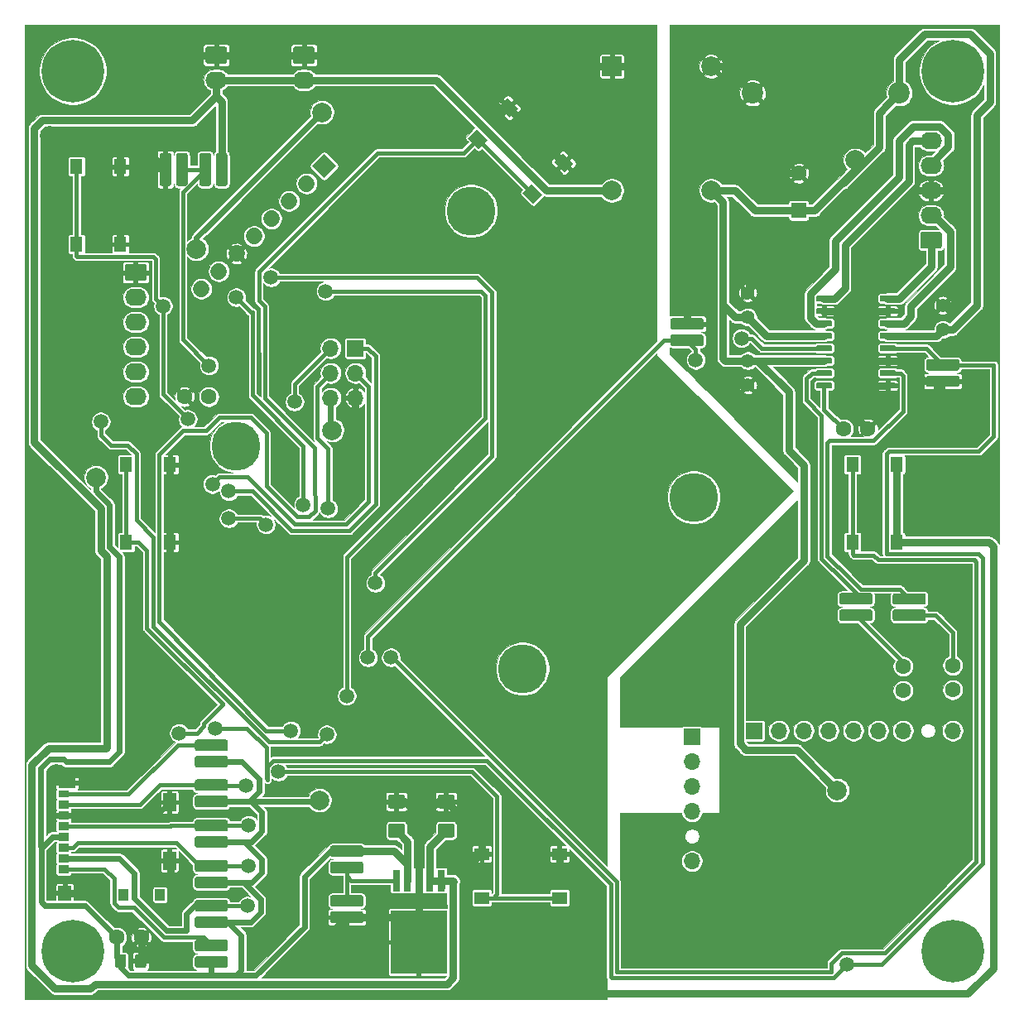
<source format=gbr>
G04 #@! TF.GenerationSoftware,KiCad,Pcbnew,5.1.5+dfsg1-2build2*
G04 #@! TF.CreationDate,2020-09-07T21:26:50+02:00*
G04 #@! TF.ProjectId,hardware,68617264-7761-4726-952e-6b696361645f,rev?*
G04 #@! TF.SameCoordinates,PX18392c0PY776bc70*
G04 #@! TF.FileFunction,Copper,L1,Top*
G04 #@! TF.FilePolarity,Positive*
%FSLAX46Y46*%
G04 Gerber Fmt 4.6, Leading zero omitted, Abs format (unit mm)*
G04 Created by KiCad (PCBNEW 5.1.5+dfsg1-2build2) date 2020-09-07 21:26:50*
%MOMM*%
%LPD*%
G04 APERTURE LIST*
%ADD10C,2.200000*%
%ADD11O,2.200000X1.740000*%
%ADD12C,0.100000*%
%ADD13R,5.800000X6.400000*%
%ADD14R,0.800000X2.200000*%
%ADD15C,6.400000*%
%ADD16C,1.700000*%
%ADD17C,5.000000*%
%ADD18R,2.000000X2.000000*%
%ADD19C,2.000000*%
%ADD20R,1.350000X1.550000*%
%ADD21R,1.000000X1.200000*%
%ADD22R,1.350000X1.900000*%
%ADD23R,1.800000X1.170000*%
%ADD24R,1.100000X0.750000*%
%ADD25R,1.100000X0.850000*%
%ADD26R,1.300000X1.550000*%
%ADD27R,1.550000X1.300000*%
%ADD28O,1.700000X1.700000*%
%ADD29R,1.700000X1.700000*%
%ADD30C,1.600000*%
%ADD31C,1.400000*%
%ADD32R,1.600000X1.600000*%
%ADD33C,1.500000*%
%ADD34C,0.800000*%
%ADD35C,0.600000*%
%ADD36C,0.400000*%
G04 APERTURE END LIST*
D10*
X74535000Y92773500D03*
X89535000Y92773500D03*
D11*
X92773500Y87884000D03*
X92773500Y85344000D03*
X92773500Y82804000D03*
X92773500Y80264000D03*
G04 #@! TA.AperFunction,ComponentPad*
D12*
G36*
X93648005Y78592796D02*
G01*
X93672273Y78589196D01*
X93696072Y78583235D01*
X93719171Y78574970D01*
X93741350Y78564480D01*
X93762393Y78551868D01*
X93782099Y78537253D01*
X93800277Y78520777D01*
X93816753Y78502599D01*
X93831368Y78482893D01*
X93843980Y78461850D01*
X93854470Y78439671D01*
X93862735Y78416572D01*
X93868696Y78392773D01*
X93872296Y78368505D01*
X93873500Y78344001D01*
X93873500Y77103999D01*
X93872296Y77079495D01*
X93868696Y77055227D01*
X93862735Y77031428D01*
X93854470Y77008329D01*
X93843980Y76986150D01*
X93831368Y76965107D01*
X93816753Y76945401D01*
X93800277Y76927223D01*
X93782099Y76910747D01*
X93762393Y76896132D01*
X93741350Y76883520D01*
X93719171Y76873030D01*
X93696072Y76864765D01*
X93672273Y76858804D01*
X93648005Y76855204D01*
X93623501Y76854000D01*
X91923499Y76854000D01*
X91898995Y76855204D01*
X91874727Y76858804D01*
X91850928Y76864765D01*
X91827829Y76873030D01*
X91805650Y76883520D01*
X91784607Y76896132D01*
X91764901Y76910747D01*
X91746723Y76927223D01*
X91730247Y76945401D01*
X91715632Y76965107D01*
X91703020Y76986150D01*
X91692530Y77008329D01*
X91684265Y77031428D01*
X91678304Y77055227D01*
X91674704Y77079495D01*
X91673500Y77103999D01*
X91673500Y78344001D01*
X91674704Y78368505D01*
X91678304Y78392773D01*
X91684265Y78416572D01*
X91692530Y78439671D01*
X91703020Y78461850D01*
X91715632Y78482893D01*
X91730247Y78502599D01*
X91746723Y78520777D01*
X91764901Y78537253D01*
X91784607Y78551868D01*
X91805650Y78564480D01*
X91827829Y78574970D01*
X91850928Y78583235D01*
X91874727Y78589196D01*
X91898995Y78592796D01*
X91923499Y78594000D01*
X93623501Y78594000D01*
X93648005Y78592796D01*
G37*
G04 #@! TD.AperFunction*
D11*
X19685000Y94107000D03*
G04 #@! TA.AperFunction,ComponentPad*
D12*
G36*
X20559505Y97515796D02*
G01*
X20583773Y97512196D01*
X20607572Y97506235D01*
X20630671Y97497970D01*
X20652850Y97487480D01*
X20673893Y97474868D01*
X20693599Y97460253D01*
X20711777Y97443777D01*
X20728253Y97425599D01*
X20742868Y97405893D01*
X20755480Y97384850D01*
X20765970Y97362671D01*
X20774235Y97339572D01*
X20780196Y97315773D01*
X20783796Y97291505D01*
X20785000Y97267001D01*
X20785000Y96026999D01*
X20783796Y96002495D01*
X20780196Y95978227D01*
X20774235Y95954428D01*
X20765970Y95931329D01*
X20755480Y95909150D01*
X20742868Y95888107D01*
X20728253Y95868401D01*
X20711777Y95850223D01*
X20693599Y95833747D01*
X20673893Y95819132D01*
X20652850Y95806520D01*
X20630671Y95796030D01*
X20607572Y95787765D01*
X20583773Y95781804D01*
X20559505Y95778204D01*
X20535001Y95777000D01*
X18834999Y95777000D01*
X18810495Y95778204D01*
X18786227Y95781804D01*
X18762428Y95787765D01*
X18739329Y95796030D01*
X18717150Y95806520D01*
X18696107Y95819132D01*
X18676401Y95833747D01*
X18658223Y95850223D01*
X18641747Y95868401D01*
X18627132Y95888107D01*
X18614520Y95909150D01*
X18604030Y95931329D01*
X18595765Y95954428D01*
X18589804Y95978227D01*
X18586204Y96002495D01*
X18585000Y96026999D01*
X18585000Y97267001D01*
X18586204Y97291505D01*
X18589804Y97315773D01*
X18595765Y97339572D01*
X18604030Y97362671D01*
X18614520Y97384850D01*
X18627132Y97405893D01*
X18641747Y97425599D01*
X18658223Y97443777D01*
X18676401Y97460253D01*
X18696107Y97474868D01*
X18717150Y97487480D01*
X18739329Y97497970D01*
X18762428Y97506235D01*
X18786227Y97512196D01*
X18810495Y97515796D01*
X18834999Y97517000D01*
X20535001Y97517000D01*
X20559505Y97515796D01*
G37*
G04 #@! TD.AperFunction*
D11*
X11430000Y61722000D03*
X11430000Y64262000D03*
X11430000Y66802000D03*
X11430000Y69342000D03*
X11430000Y71882000D03*
G04 #@! TA.AperFunction,ComponentPad*
D12*
G36*
X12304505Y75290796D02*
G01*
X12328773Y75287196D01*
X12352572Y75281235D01*
X12375671Y75272970D01*
X12397850Y75262480D01*
X12418893Y75249868D01*
X12438599Y75235253D01*
X12456777Y75218777D01*
X12473253Y75200599D01*
X12487868Y75180893D01*
X12500480Y75159850D01*
X12510970Y75137671D01*
X12519235Y75114572D01*
X12525196Y75090773D01*
X12528796Y75066505D01*
X12530000Y75042001D01*
X12530000Y73801999D01*
X12528796Y73777495D01*
X12525196Y73753227D01*
X12519235Y73729428D01*
X12510970Y73706329D01*
X12500480Y73684150D01*
X12487868Y73663107D01*
X12473253Y73643401D01*
X12456777Y73625223D01*
X12438599Y73608747D01*
X12418893Y73594132D01*
X12397850Y73581520D01*
X12375671Y73571030D01*
X12352572Y73562765D01*
X12328773Y73556804D01*
X12304505Y73553204D01*
X12280001Y73552000D01*
X10579999Y73552000D01*
X10555495Y73553204D01*
X10531227Y73556804D01*
X10507428Y73562765D01*
X10484329Y73571030D01*
X10462150Y73581520D01*
X10441107Y73594132D01*
X10421401Y73608747D01*
X10403223Y73625223D01*
X10386747Y73643401D01*
X10372132Y73663107D01*
X10359520Y73684150D01*
X10349030Y73706329D01*
X10340765Y73729428D01*
X10334804Y73753227D01*
X10331204Y73777495D01*
X10330000Y73801999D01*
X10330000Y75042001D01*
X10331204Y75066505D01*
X10334804Y75090773D01*
X10340765Y75114572D01*
X10349030Y75137671D01*
X10359520Y75159850D01*
X10372132Y75180893D01*
X10386747Y75200599D01*
X10403223Y75218777D01*
X10421401Y75235253D01*
X10441107Y75249868D01*
X10462150Y75262480D01*
X10484329Y75272970D01*
X10507428Y75281235D01*
X10531227Y75287196D01*
X10555495Y75290796D01*
X10579999Y75292000D01*
X12280001Y75292000D01*
X12304505Y75290796D01*
G37*
G04 #@! TD.AperFunction*
D11*
X28638500Y94107000D03*
G04 #@! TA.AperFunction,ComponentPad*
D12*
G36*
X29513005Y97515796D02*
G01*
X29537273Y97512196D01*
X29561072Y97506235D01*
X29584171Y97497970D01*
X29606350Y97487480D01*
X29627393Y97474868D01*
X29647099Y97460253D01*
X29665277Y97443777D01*
X29681753Y97425599D01*
X29696368Y97405893D01*
X29708980Y97384850D01*
X29719470Y97362671D01*
X29727735Y97339572D01*
X29733696Y97315773D01*
X29737296Y97291505D01*
X29738500Y97267001D01*
X29738500Y96026999D01*
X29737296Y96002495D01*
X29733696Y95978227D01*
X29727735Y95954428D01*
X29719470Y95931329D01*
X29708980Y95909150D01*
X29696368Y95888107D01*
X29681753Y95868401D01*
X29665277Y95850223D01*
X29647099Y95833747D01*
X29627393Y95819132D01*
X29606350Y95806520D01*
X29584171Y95796030D01*
X29561072Y95787765D01*
X29537273Y95781804D01*
X29513005Y95778204D01*
X29488501Y95777000D01*
X27788499Y95777000D01*
X27763995Y95778204D01*
X27739727Y95781804D01*
X27715928Y95787765D01*
X27692829Y95796030D01*
X27670650Y95806520D01*
X27649607Y95819132D01*
X27629901Y95833747D01*
X27611723Y95850223D01*
X27595247Y95868401D01*
X27580632Y95888107D01*
X27568020Y95909150D01*
X27557530Y95931329D01*
X27549265Y95954428D01*
X27543304Y95978227D01*
X27539704Y96002495D01*
X27538500Y96026999D01*
X27538500Y97267001D01*
X27539704Y97291505D01*
X27543304Y97315773D01*
X27549265Y97339572D01*
X27557530Y97362671D01*
X27568020Y97384850D01*
X27580632Y97405893D01*
X27595247Y97425599D01*
X27611723Y97443777D01*
X27629901Y97460253D01*
X27649607Y97474868D01*
X27670650Y97487480D01*
X27692829Y97497970D01*
X27715928Y97506235D01*
X27739727Y97512196D01*
X27763995Y97515796D01*
X27788499Y97517000D01*
X29488501Y97517000D01*
X29513005Y97515796D01*
G37*
G04 #@! TD.AperFunction*
D13*
X40385000Y5945000D03*
D14*
X38105000Y12245000D03*
X39245000Y12245000D03*
X40385000Y12245000D03*
X41525000Y12245000D03*
X42665000Y12245000D03*
D15*
X95000000Y95000000D03*
X5000000Y95000000D03*
X5000000Y5000000D03*
X95000000Y5000000D03*
D16*
X18138756Y72748757D02*
X18138756Y72748757D01*
X19934807Y74544808D02*
X19934807Y74544808D01*
X21730859Y76340860D02*
X21730859Y76340860D01*
X23526910Y78136911D02*
X23526910Y78136911D01*
X25322961Y79932962D02*
X25322961Y79932962D01*
X27119012Y81729013D02*
X27119012Y81729013D01*
X28915064Y83525064D02*
X28915064Y83525064D01*
G04 #@! TA.AperFunction,ComponentPad*
D12*
G36*
X29509033Y85321116D02*
G01*
X30711115Y86523198D01*
X31913197Y85321116D01*
X30711115Y84119034D01*
X29509033Y85321116D01*
G37*
G04 #@! TD.AperFunction*
D17*
X68505972Y51408274D03*
X50994473Y33896775D03*
X45730063Y80717851D03*
X21688432Y56676220D03*
D18*
X60134500Y95504000D03*
D19*
X60134500Y82804000D03*
X70294500Y95504000D03*
X70294500Y82804000D03*
D20*
X4185000Y10945000D03*
D21*
X10210000Y10770000D03*
X13910000Y10770000D03*
D22*
X14885000Y14270000D03*
X14885000Y20240000D03*
D23*
X4410000Y22265000D03*
D24*
X4060000Y21055000D03*
D25*
X4060000Y20005000D03*
X4060000Y18905000D03*
X4060000Y17805000D03*
X4060000Y16705000D03*
X4060000Y15605000D03*
X4060000Y14505000D03*
X4060000Y13405000D03*
G04 #@! TA.AperFunction,SMDPad,CuDef*
D12*
G36*
X89004703Y72054278D02*
G01*
X89019264Y72052118D01*
X89033543Y72048541D01*
X89047403Y72043582D01*
X89060710Y72037288D01*
X89073336Y72029720D01*
X89085159Y72020952D01*
X89096066Y72011066D01*
X89105952Y72000159D01*
X89114720Y71988336D01*
X89122288Y71975710D01*
X89128582Y71962403D01*
X89133541Y71948543D01*
X89137118Y71934264D01*
X89139278Y71919703D01*
X89140000Y71905000D01*
X89140000Y71605000D01*
X89139278Y71590297D01*
X89137118Y71575736D01*
X89133541Y71561457D01*
X89128582Y71547597D01*
X89122288Y71534290D01*
X89114720Y71521664D01*
X89105952Y71509841D01*
X89096066Y71498934D01*
X89085159Y71489048D01*
X89073336Y71480280D01*
X89060710Y71472712D01*
X89047403Y71466418D01*
X89033543Y71461459D01*
X89019264Y71457882D01*
X89004703Y71455722D01*
X88990000Y71455000D01*
X87690000Y71455000D01*
X87675297Y71455722D01*
X87660736Y71457882D01*
X87646457Y71461459D01*
X87632597Y71466418D01*
X87619290Y71472712D01*
X87606664Y71480280D01*
X87594841Y71489048D01*
X87583934Y71498934D01*
X87574048Y71509841D01*
X87565280Y71521664D01*
X87557712Y71534290D01*
X87551418Y71547597D01*
X87546459Y71561457D01*
X87542882Y71575736D01*
X87540722Y71590297D01*
X87540000Y71605000D01*
X87540000Y71905000D01*
X87540722Y71919703D01*
X87542882Y71934264D01*
X87546459Y71948543D01*
X87551418Y71962403D01*
X87557712Y71975710D01*
X87565280Y71988336D01*
X87574048Y72000159D01*
X87583934Y72011066D01*
X87594841Y72020952D01*
X87606664Y72029720D01*
X87619290Y72037288D01*
X87632597Y72043582D01*
X87646457Y72048541D01*
X87660736Y72052118D01*
X87675297Y72054278D01*
X87690000Y72055000D01*
X88990000Y72055000D01*
X89004703Y72054278D01*
G37*
G04 #@! TD.AperFunction*
G04 #@! TA.AperFunction,SMDPad,CuDef*
G36*
X89004703Y70784278D02*
G01*
X89019264Y70782118D01*
X89033543Y70778541D01*
X89047403Y70773582D01*
X89060710Y70767288D01*
X89073336Y70759720D01*
X89085159Y70750952D01*
X89096066Y70741066D01*
X89105952Y70730159D01*
X89114720Y70718336D01*
X89122288Y70705710D01*
X89128582Y70692403D01*
X89133541Y70678543D01*
X89137118Y70664264D01*
X89139278Y70649703D01*
X89140000Y70635000D01*
X89140000Y70335000D01*
X89139278Y70320297D01*
X89137118Y70305736D01*
X89133541Y70291457D01*
X89128582Y70277597D01*
X89122288Y70264290D01*
X89114720Y70251664D01*
X89105952Y70239841D01*
X89096066Y70228934D01*
X89085159Y70219048D01*
X89073336Y70210280D01*
X89060710Y70202712D01*
X89047403Y70196418D01*
X89033543Y70191459D01*
X89019264Y70187882D01*
X89004703Y70185722D01*
X88990000Y70185000D01*
X87690000Y70185000D01*
X87675297Y70185722D01*
X87660736Y70187882D01*
X87646457Y70191459D01*
X87632597Y70196418D01*
X87619290Y70202712D01*
X87606664Y70210280D01*
X87594841Y70219048D01*
X87583934Y70228934D01*
X87574048Y70239841D01*
X87565280Y70251664D01*
X87557712Y70264290D01*
X87551418Y70277597D01*
X87546459Y70291457D01*
X87542882Y70305736D01*
X87540722Y70320297D01*
X87540000Y70335000D01*
X87540000Y70635000D01*
X87540722Y70649703D01*
X87542882Y70664264D01*
X87546459Y70678543D01*
X87551418Y70692403D01*
X87557712Y70705710D01*
X87565280Y70718336D01*
X87574048Y70730159D01*
X87583934Y70741066D01*
X87594841Y70750952D01*
X87606664Y70759720D01*
X87619290Y70767288D01*
X87632597Y70773582D01*
X87646457Y70778541D01*
X87660736Y70782118D01*
X87675297Y70784278D01*
X87690000Y70785000D01*
X88990000Y70785000D01*
X89004703Y70784278D01*
G37*
G04 #@! TD.AperFunction*
G04 #@! TA.AperFunction,SMDPad,CuDef*
G36*
X89004703Y69514278D02*
G01*
X89019264Y69512118D01*
X89033543Y69508541D01*
X89047403Y69503582D01*
X89060710Y69497288D01*
X89073336Y69489720D01*
X89085159Y69480952D01*
X89096066Y69471066D01*
X89105952Y69460159D01*
X89114720Y69448336D01*
X89122288Y69435710D01*
X89128582Y69422403D01*
X89133541Y69408543D01*
X89137118Y69394264D01*
X89139278Y69379703D01*
X89140000Y69365000D01*
X89140000Y69065000D01*
X89139278Y69050297D01*
X89137118Y69035736D01*
X89133541Y69021457D01*
X89128582Y69007597D01*
X89122288Y68994290D01*
X89114720Y68981664D01*
X89105952Y68969841D01*
X89096066Y68958934D01*
X89085159Y68949048D01*
X89073336Y68940280D01*
X89060710Y68932712D01*
X89047403Y68926418D01*
X89033543Y68921459D01*
X89019264Y68917882D01*
X89004703Y68915722D01*
X88990000Y68915000D01*
X87690000Y68915000D01*
X87675297Y68915722D01*
X87660736Y68917882D01*
X87646457Y68921459D01*
X87632597Y68926418D01*
X87619290Y68932712D01*
X87606664Y68940280D01*
X87594841Y68949048D01*
X87583934Y68958934D01*
X87574048Y68969841D01*
X87565280Y68981664D01*
X87557712Y68994290D01*
X87551418Y69007597D01*
X87546459Y69021457D01*
X87542882Y69035736D01*
X87540722Y69050297D01*
X87540000Y69065000D01*
X87540000Y69365000D01*
X87540722Y69379703D01*
X87542882Y69394264D01*
X87546459Y69408543D01*
X87551418Y69422403D01*
X87557712Y69435710D01*
X87565280Y69448336D01*
X87574048Y69460159D01*
X87583934Y69471066D01*
X87594841Y69480952D01*
X87606664Y69489720D01*
X87619290Y69497288D01*
X87632597Y69503582D01*
X87646457Y69508541D01*
X87660736Y69512118D01*
X87675297Y69514278D01*
X87690000Y69515000D01*
X88990000Y69515000D01*
X89004703Y69514278D01*
G37*
G04 #@! TD.AperFunction*
G04 #@! TA.AperFunction,SMDPad,CuDef*
G36*
X89004703Y68244278D02*
G01*
X89019264Y68242118D01*
X89033543Y68238541D01*
X89047403Y68233582D01*
X89060710Y68227288D01*
X89073336Y68219720D01*
X89085159Y68210952D01*
X89096066Y68201066D01*
X89105952Y68190159D01*
X89114720Y68178336D01*
X89122288Y68165710D01*
X89128582Y68152403D01*
X89133541Y68138543D01*
X89137118Y68124264D01*
X89139278Y68109703D01*
X89140000Y68095000D01*
X89140000Y67795000D01*
X89139278Y67780297D01*
X89137118Y67765736D01*
X89133541Y67751457D01*
X89128582Y67737597D01*
X89122288Y67724290D01*
X89114720Y67711664D01*
X89105952Y67699841D01*
X89096066Y67688934D01*
X89085159Y67679048D01*
X89073336Y67670280D01*
X89060710Y67662712D01*
X89047403Y67656418D01*
X89033543Y67651459D01*
X89019264Y67647882D01*
X89004703Y67645722D01*
X88990000Y67645000D01*
X87690000Y67645000D01*
X87675297Y67645722D01*
X87660736Y67647882D01*
X87646457Y67651459D01*
X87632597Y67656418D01*
X87619290Y67662712D01*
X87606664Y67670280D01*
X87594841Y67679048D01*
X87583934Y67688934D01*
X87574048Y67699841D01*
X87565280Y67711664D01*
X87557712Y67724290D01*
X87551418Y67737597D01*
X87546459Y67751457D01*
X87542882Y67765736D01*
X87540722Y67780297D01*
X87540000Y67795000D01*
X87540000Y68095000D01*
X87540722Y68109703D01*
X87542882Y68124264D01*
X87546459Y68138543D01*
X87551418Y68152403D01*
X87557712Y68165710D01*
X87565280Y68178336D01*
X87574048Y68190159D01*
X87583934Y68201066D01*
X87594841Y68210952D01*
X87606664Y68219720D01*
X87619290Y68227288D01*
X87632597Y68233582D01*
X87646457Y68238541D01*
X87660736Y68242118D01*
X87675297Y68244278D01*
X87690000Y68245000D01*
X88990000Y68245000D01*
X89004703Y68244278D01*
G37*
G04 #@! TD.AperFunction*
G04 #@! TA.AperFunction,SMDPad,CuDef*
G36*
X89004703Y66974278D02*
G01*
X89019264Y66972118D01*
X89033543Y66968541D01*
X89047403Y66963582D01*
X89060710Y66957288D01*
X89073336Y66949720D01*
X89085159Y66940952D01*
X89096066Y66931066D01*
X89105952Y66920159D01*
X89114720Y66908336D01*
X89122288Y66895710D01*
X89128582Y66882403D01*
X89133541Y66868543D01*
X89137118Y66854264D01*
X89139278Y66839703D01*
X89140000Y66825000D01*
X89140000Y66525000D01*
X89139278Y66510297D01*
X89137118Y66495736D01*
X89133541Y66481457D01*
X89128582Y66467597D01*
X89122288Y66454290D01*
X89114720Y66441664D01*
X89105952Y66429841D01*
X89096066Y66418934D01*
X89085159Y66409048D01*
X89073336Y66400280D01*
X89060710Y66392712D01*
X89047403Y66386418D01*
X89033543Y66381459D01*
X89019264Y66377882D01*
X89004703Y66375722D01*
X88990000Y66375000D01*
X87690000Y66375000D01*
X87675297Y66375722D01*
X87660736Y66377882D01*
X87646457Y66381459D01*
X87632597Y66386418D01*
X87619290Y66392712D01*
X87606664Y66400280D01*
X87594841Y66409048D01*
X87583934Y66418934D01*
X87574048Y66429841D01*
X87565280Y66441664D01*
X87557712Y66454290D01*
X87551418Y66467597D01*
X87546459Y66481457D01*
X87542882Y66495736D01*
X87540722Y66510297D01*
X87540000Y66525000D01*
X87540000Y66825000D01*
X87540722Y66839703D01*
X87542882Y66854264D01*
X87546459Y66868543D01*
X87551418Y66882403D01*
X87557712Y66895710D01*
X87565280Y66908336D01*
X87574048Y66920159D01*
X87583934Y66931066D01*
X87594841Y66940952D01*
X87606664Y66949720D01*
X87619290Y66957288D01*
X87632597Y66963582D01*
X87646457Y66968541D01*
X87660736Y66972118D01*
X87675297Y66974278D01*
X87690000Y66975000D01*
X88990000Y66975000D01*
X89004703Y66974278D01*
G37*
G04 #@! TD.AperFunction*
G04 #@! TA.AperFunction,SMDPad,CuDef*
G36*
X89004703Y65704278D02*
G01*
X89019264Y65702118D01*
X89033543Y65698541D01*
X89047403Y65693582D01*
X89060710Y65687288D01*
X89073336Y65679720D01*
X89085159Y65670952D01*
X89096066Y65661066D01*
X89105952Y65650159D01*
X89114720Y65638336D01*
X89122288Y65625710D01*
X89128582Y65612403D01*
X89133541Y65598543D01*
X89137118Y65584264D01*
X89139278Y65569703D01*
X89140000Y65555000D01*
X89140000Y65255000D01*
X89139278Y65240297D01*
X89137118Y65225736D01*
X89133541Y65211457D01*
X89128582Y65197597D01*
X89122288Y65184290D01*
X89114720Y65171664D01*
X89105952Y65159841D01*
X89096066Y65148934D01*
X89085159Y65139048D01*
X89073336Y65130280D01*
X89060710Y65122712D01*
X89047403Y65116418D01*
X89033543Y65111459D01*
X89019264Y65107882D01*
X89004703Y65105722D01*
X88990000Y65105000D01*
X87690000Y65105000D01*
X87675297Y65105722D01*
X87660736Y65107882D01*
X87646457Y65111459D01*
X87632597Y65116418D01*
X87619290Y65122712D01*
X87606664Y65130280D01*
X87594841Y65139048D01*
X87583934Y65148934D01*
X87574048Y65159841D01*
X87565280Y65171664D01*
X87557712Y65184290D01*
X87551418Y65197597D01*
X87546459Y65211457D01*
X87542882Y65225736D01*
X87540722Y65240297D01*
X87540000Y65255000D01*
X87540000Y65555000D01*
X87540722Y65569703D01*
X87542882Y65584264D01*
X87546459Y65598543D01*
X87551418Y65612403D01*
X87557712Y65625710D01*
X87565280Y65638336D01*
X87574048Y65650159D01*
X87583934Y65661066D01*
X87594841Y65670952D01*
X87606664Y65679720D01*
X87619290Y65687288D01*
X87632597Y65693582D01*
X87646457Y65698541D01*
X87660736Y65702118D01*
X87675297Y65704278D01*
X87690000Y65705000D01*
X88990000Y65705000D01*
X89004703Y65704278D01*
G37*
G04 #@! TD.AperFunction*
G04 #@! TA.AperFunction,SMDPad,CuDef*
G36*
X89004703Y64434278D02*
G01*
X89019264Y64432118D01*
X89033543Y64428541D01*
X89047403Y64423582D01*
X89060710Y64417288D01*
X89073336Y64409720D01*
X89085159Y64400952D01*
X89096066Y64391066D01*
X89105952Y64380159D01*
X89114720Y64368336D01*
X89122288Y64355710D01*
X89128582Y64342403D01*
X89133541Y64328543D01*
X89137118Y64314264D01*
X89139278Y64299703D01*
X89140000Y64285000D01*
X89140000Y63985000D01*
X89139278Y63970297D01*
X89137118Y63955736D01*
X89133541Y63941457D01*
X89128582Y63927597D01*
X89122288Y63914290D01*
X89114720Y63901664D01*
X89105952Y63889841D01*
X89096066Y63878934D01*
X89085159Y63869048D01*
X89073336Y63860280D01*
X89060710Y63852712D01*
X89047403Y63846418D01*
X89033543Y63841459D01*
X89019264Y63837882D01*
X89004703Y63835722D01*
X88990000Y63835000D01*
X87690000Y63835000D01*
X87675297Y63835722D01*
X87660736Y63837882D01*
X87646457Y63841459D01*
X87632597Y63846418D01*
X87619290Y63852712D01*
X87606664Y63860280D01*
X87594841Y63869048D01*
X87583934Y63878934D01*
X87574048Y63889841D01*
X87565280Y63901664D01*
X87557712Y63914290D01*
X87551418Y63927597D01*
X87546459Y63941457D01*
X87542882Y63955736D01*
X87540722Y63970297D01*
X87540000Y63985000D01*
X87540000Y64285000D01*
X87540722Y64299703D01*
X87542882Y64314264D01*
X87546459Y64328543D01*
X87551418Y64342403D01*
X87557712Y64355710D01*
X87565280Y64368336D01*
X87574048Y64380159D01*
X87583934Y64391066D01*
X87594841Y64400952D01*
X87606664Y64409720D01*
X87619290Y64417288D01*
X87632597Y64423582D01*
X87646457Y64428541D01*
X87660736Y64432118D01*
X87675297Y64434278D01*
X87690000Y64435000D01*
X88990000Y64435000D01*
X89004703Y64434278D01*
G37*
G04 #@! TD.AperFunction*
G04 #@! TA.AperFunction,SMDPad,CuDef*
G36*
X89004703Y63164278D02*
G01*
X89019264Y63162118D01*
X89033543Y63158541D01*
X89047403Y63153582D01*
X89060710Y63147288D01*
X89073336Y63139720D01*
X89085159Y63130952D01*
X89096066Y63121066D01*
X89105952Y63110159D01*
X89114720Y63098336D01*
X89122288Y63085710D01*
X89128582Y63072403D01*
X89133541Y63058543D01*
X89137118Y63044264D01*
X89139278Y63029703D01*
X89140000Y63015000D01*
X89140000Y62715000D01*
X89139278Y62700297D01*
X89137118Y62685736D01*
X89133541Y62671457D01*
X89128582Y62657597D01*
X89122288Y62644290D01*
X89114720Y62631664D01*
X89105952Y62619841D01*
X89096066Y62608934D01*
X89085159Y62599048D01*
X89073336Y62590280D01*
X89060710Y62582712D01*
X89047403Y62576418D01*
X89033543Y62571459D01*
X89019264Y62567882D01*
X89004703Y62565722D01*
X88990000Y62565000D01*
X87690000Y62565000D01*
X87675297Y62565722D01*
X87660736Y62567882D01*
X87646457Y62571459D01*
X87632597Y62576418D01*
X87619290Y62582712D01*
X87606664Y62590280D01*
X87594841Y62599048D01*
X87583934Y62608934D01*
X87574048Y62619841D01*
X87565280Y62631664D01*
X87557712Y62644290D01*
X87551418Y62657597D01*
X87546459Y62671457D01*
X87542882Y62685736D01*
X87540722Y62700297D01*
X87540000Y62715000D01*
X87540000Y63015000D01*
X87540722Y63029703D01*
X87542882Y63044264D01*
X87546459Y63058543D01*
X87551418Y63072403D01*
X87557712Y63085710D01*
X87565280Y63098336D01*
X87574048Y63110159D01*
X87583934Y63121066D01*
X87594841Y63130952D01*
X87606664Y63139720D01*
X87619290Y63147288D01*
X87632597Y63153582D01*
X87646457Y63158541D01*
X87660736Y63162118D01*
X87675297Y63164278D01*
X87690000Y63165000D01*
X88990000Y63165000D01*
X89004703Y63164278D01*
G37*
G04 #@! TD.AperFunction*
G04 #@! TA.AperFunction,SMDPad,CuDef*
G36*
X82504703Y63164278D02*
G01*
X82519264Y63162118D01*
X82533543Y63158541D01*
X82547403Y63153582D01*
X82560710Y63147288D01*
X82573336Y63139720D01*
X82585159Y63130952D01*
X82596066Y63121066D01*
X82605952Y63110159D01*
X82614720Y63098336D01*
X82622288Y63085710D01*
X82628582Y63072403D01*
X82633541Y63058543D01*
X82637118Y63044264D01*
X82639278Y63029703D01*
X82640000Y63015000D01*
X82640000Y62715000D01*
X82639278Y62700297D01*
X82637118Y62685736D01*
X82633541Y62671457D01*
X82628582Y62657597D01*
X82622288Y62644290D01*
X82614720Y62631664D01*
X82605952Y62619841D01*
X82596066Y62608934D01*
X82585159Y62599048D01*
X82573336Y62590280D01*
X82560710Y62582712D01*
X82547403Y62576418D01*
X82533543Y62571459D01*
X82519264Y62567882D01*
X82504703Y62565722D01*
X82490000Y62565000D01*
X81190000Y62565000D01*
X81175297Y62565722D01*
X81160736Y62567882D01*
X81146457Y62571459D01*
X81132597Y62576418D01*
X81119290Y62582712D01*
X81106664Y62590280D01*
X81094841Y62599048D01*
X81083934Y62608934D01*
X81074048Y62619841D01*
X81065280Y62631664D01*
X81057712Y62644290D01*
X81051418Y62657597D01*
X81046459Y62671457D01*
X81042882Y62685736D01*
X81040722Y62700297D01*
X81040000Y62715000D01*
X81040000Y63015000D01*
X81040722Y63029703D01*
X81042882Y63044264D01*
X81046459Y63058543D01*
X81051418Y63072403D01*
X81057712Y63085710D01*
X81065280Y63098336D01*
X81074048Y63110159D01*
X81083934Y63121066D01*
X81094841Y63130952D01*
X81106664Y63139720D01*
X81119290Y63147288D01*
X81132597Y63153582D01*
X81146457Y63158541D01*
X81160736Y63162118D01*
X81175297Y63164278D01*
X81190000Y63165000D01*
X82490000Y63165000D01*
X82504703Y63164278D01*
G37*
G04 #@! TD.AperFunction*
G04 #@! TA.AperFunction,SMDPad,CuDef*
G36*
X82504703Y64434278D02*
G01*
X82519264Y64432118D01*
X82533543Y64428541D01*
X82547403Y64423582D01*
X82560710Y64417288D01*
X82573336Y64409720D01*
X82585159Y64400952D01*
X82596066Y64391066D01*
X82605952Y64380159D01*
X82614720Y64368336D01*
X82622288Y64355710D01*
X82628582Y64342403D01*
X82633541Y64328543D01*
X82637118Y64314264D01*
X82639278Y64299703D01*
X82640000Y64285000D01*
X82640000Y63985000D01*
X82639278Y63970297D01*
X82637118Y63955736D01*
X82633541Y63941457D01*
X82628582Y63927597D01*
X82622288Y63914290D01*
X82614720Y63901664D01*
X82605952Y63889841D01*
X82596066Y63878934D01*
X82585159Y63869048D01*
X82573336Y63860280D01*
X82560710Y63852712D01*
X82547403Y63846418D01*
X82533543Y63841459D01*
X82519264Y63837882D01*
X82504703Y63835722D01*
X82490000Y63835000D01*
X81190000Y63835000D01*
X81175297Y63835722D01*
X81160736Y63837882D01*
X81146457Y63841459D01*
X81132597Y63846418D01*
X81119290Y63852712D01*
X81106664Y63860280D01*
X81094841Y63869048D01*
X81083934Y63878934D01*
X81074048Y63889841D01*
X81065280Y63901664D01*
X81057712Y63914290D01*
X81051418Y63927597D01*
X81046459Y63941457D01*
X81042882Y63955736D01*
X81040722Y63970297D01*
X81040000Y63985000D01*
X81040000Y64285000D01*
X81040722Y64299703D01*
X81042882Y64314264D01*
X81046459Y64328543D01*
X81051418Y64342403D01*
X81057712Y64355710D01*
X81065280Y64368336D01*
X81074048Y64380159D01*
X81083934Y64391066D01*
X81094841Y64400952D01*
X81106664Y64409720D01*
X81119290Y64417288D01*
X81132597Y64423582D01*
X81146457Y64428541D01*
X81160736Y64432118D01*
X81175297Y64434278D01*
X81190000Y64435000D01*
X82490000Y64435000D01*
X82504703Y64434278D01*
G37*
G04 #@! TD.AperFunction*
G04 #@! TA.AperFunction,SMDPad,CuDef*
G36*
X82504703Y65704278D02*
G01*
X82519264Y65702118D01*
X82533543Y65698541D01*
X82547403Y65693582D01*
X82560710Y65687288D01*
X82573336Y65679720D01*
X82585159Y65670952D01*
X82596066Y65661066D01*
X82605952Y65650159D01*
X82614720Y65638336D01*
X82622288Y65625710D01*
X82628582Y65612403D01*
X82633541Y65598543D01*
X82637118Y65584264D01*
X82639278Y65569703D01*
X82640000Y65555000D01*
X82640000Y65255000D01*
X82639278Y65240297D01*
X82637118Y65225736D01*
X82633541Y65211457D01*
X82628582Y65197597D01*
X82622288Y65184290D01*
X82614720Y65171664D01*
X82605952Y65159841D01*
X82596066Y65148934D01*
X82585159Y65139048D01*
X82573336Y65130280D01*
X82560710Y65122712D01*
X82547403Y65116418D01*
X82533543Y65111459D01*
X82519264Y65107882D01*
X82504703Y65105722D01*
X82490000Y65105000D01*
X81190000Y65105000D01*
X81175297Y65105722D01*
X81160736Y65107882D01*
X81146457Y65111459D01*
X81132597Y65116418D01*
X81119290Y65122712D01*
X81106664Y65130280D01*
X81094841Y65139048D01*
X81083934Y65148934D01*
X81074048Y65159841D01*
X81065280Y65171664D01*
X81057712Y65184290D01*
X81051418Y65197597D01*
X81046459Y65211457D01*
X81042882Y65225736D01*
X81040722Y65240297D01*
X81040000Y65255000D01*
X81040000Y65555000D01*
X81040722Y65569703D01*
X81042882Y65584264D01*
X81046459Y65598543D01*
X81051418Y65612403D01*
X81057712Y65625710D01*
X81065280Y65638336D01*
X81074048Y65650159D01*
X81083934Y65661066D01*
X81094841Y65670952D01*
X81106664Y65679720D01*
X81119290Y65687288D01*
X81132597Y65693582D01*
X81146457Y65698541D01*
X81160736Y65702118D01*
X81175297Y65704278D01*
X81190000Y65705000D01*
X82490000Y65705000D01*
X82504703Y65704278D01*
G37*
G04 #@! TD.AperFunction*
G04 #@! TA.AperFunction,SMDPad,CuDef*
G36*
X82504703Y66974278D02*
G01*
X82519264Y66972118D01*
X82533543Y66968541D01*
X82547403Y66963582D01*
X82560710Y66957288D01*
X82573336Y66949720D01*
X82585159Y66940952D01*
X82596066Y66931066D01*
X82605952Y66920159D01*
X82614720Y66908336D01*
X82622288Y66895710D01*
X82628582Y66882403D01*
X82633541Y66868543D01*
X82637118Y66854264D01*
X82639278Y66839703D01*
X82640000Y66825000D01*
X82640000Y66525000D01*
X82639278Y66510297D01*
X82637118Y66495736D01*
X82633541Y66481457D01*
X82628582Y66467597D01*
X82622288Y66454290D01*
X82614720Y66441664D01*
X82605952Y66429841D01*
X82596066Y66418934D01*
X82585159Y66409048D01*
X82573336Y66400280D01*
X82560710Y66392712D01*
X82547403Y66386418D01*
X82533543Y66381459D01*
X82519264Y66377882D01*
X82504703Y66375722D01*
X82490000Y66375000D01*
X81190000Y66375000D01*
X81175297Y66375722D01*
X81160736Y66377882D01*
X81146457Y66381459D01*
X81132597Y66386418D01*
X81119290Y66392712D01*
X81106664Y66400280D01*
X81094841Y66409048D01*
X81083934Y66418934D01*
X81074048Y66429841D01*
X81065280Y66441664D01*
X81057712Y66454290D01*
X81051418Y66467597D01*
X81046459Y66481457D01*
X81042882Y66495736D01*
X81040722Y66510297D01*
X81040000Y66525000D01*
X81040000Y66825000D01*
X81040722Y66839703D01*
X81042882Y66854264D01*
X81046459Y66868543D01*
X81051418Y66882403D01*
X81057712Y66895710D01*
X81065280Y66908336D01*
X81074048Y66920159D01*
X81083934Y66931066D01*
X81094841Y66940952D01*
X81106664Y66949720D01*
X81119290Y66957288D01*
X81132597Y66963582D01*
X81146457Y66968541D01*
X81160736Y66972118D01*
X81175297Y66974278D01*
X81190000Y66975000D01*
X82490000Y66975000D01*
X82504703Y66974278D01*
G37*
G04 #@! TD.AperFunction*
G04 #@! TA.AperFunction,SMDPad,CuDef*
G36*
X82504703Y68244278D02*
G01*
X82519264Y68242118D01*
X82533543Y68238541D01*
X82547403Y68233582D01*
X82560710Y68227288D01*
X82573336Y68219720D01*
X82585159Y68210952D01*
X82596066Y68201066D01*
X82605952Y68190159D01*
X82614720Y68178336D01*
X82622288Y68165710D01*
X82628582Y68152403D01*
X82633541Y68138543D01*
X82637118Y68124264D01*
X82639278Y68109703D01*
X82640000Y68095000D01*
X82640000Y67795000D01*
X82639278Y67780297D01*
X82637118Y67765736D01*
X82633541Y67751457D01*
X82628582Y67737597D01*
X82622288Y67724290D01*
X82614720Y67711664D01*
X82605952Y67699841D01*
X82596066Y67688934D01*
X82585159Y67679048D01*
X82573336Y67670280D01*
X82560710Y67662712D01*
X82547403Y67656418D01*
X82533543Y67651459D01*
X82519264Y67647882D01*
X82504703Y67645722D01*
X82490000Y67645000D01*
X81190000Y67645000D01*
X81175297Y67645722D01*
X81160736Y67647882D01*
X81146457Y67651459D01*
X81132597Y67656418D01*
X81119290Y67662712D01*
X81106664Y67670280D01*
X81094841Y67679048D01*
X81083934Y67688934D01*
X81074048Y67699841D01*
X81065280Y67711664D01*
X81057712Y67724290D01*
X81051418Y67737597D01*
X81046459Y67751457D01*
X81042882Y67765736D01*
X81040722Y67780297D01*
X81040000Y67795000D01*
X81040000Y68095000D01*
X81040722Y68109703D01*
X81042882Y68124264D01*
X81046459Y68138543D01*
X81051418Y68152403D01*
X81057712Y68165710D01*
X81065280Y68178336D01*
X81074048Y68190159D01*
X81083934Y68201066D01*
X81094841Y68210952D01*
X81106664Y68219720D01*
X81119290Y68227288D01*
X81132597Y68233582D01*
X81146457Y68238541D01*
X81160736Y68242118D01*
X81175297Y68244278D01*
X81190000Y68245000D01*
X82490000Y68245000D01*
X82504703Y68244278D01*
G37*
G04 #@! TD.AperFunction*
G04 #@! TA.AperFunction,SMDPad,CuDef*
G36*
X82504703Y69514278D02*
G01*
X82519264Y69512118D01*
X82533543Y69508541D01*
X82547403Y69503582D01*
X82560710Y69497288D01*
X82573336Y69489720D01*
X82585159Y69480952D01*
X82596066Y69471066D01*
X82605952Y69460159D01*
X82614720Y69448336D01*
X82622288Y69435710D01*
X82628582Y69422403D01*
X82633541Y69408543D01*
X82637118Y69394264D01*
X82639278Y69379703D01*
X82640000Y69365000D01*
X82640000Y69065000D01*
X82639278Y69050297D01*
X82637118Y69035736D01*
X82633541Y69021457D01*
X82628582Y69007597D01*
X82622288Y68994290D01*
X82614720Y68981664D01*
X82605952Y68969841D01*
X82596066Y68958934D01*
X82585159Y68949048D01*
X82573336Y68940280D01*
X82560710Y68932712D01*
X82547403Y68926418D01*
X82533543Y68921459D01*
X82519264Y68917882D01*
X82504703Y68915722D01*
X82490000Y68915000D01*
X81190000Y68915000D01*
X81175297Y68915722D01*
X81160736Y68917882D01*
X81146457Y68921459D01*
X81132597Y68926418D01*
X81119290Y68932712D01*
X81106664Y68940280D01*
X81094841Y68949048D01*
X81083934Y68958934D01*
X81074048Y68969841D01*
X81065280Y68981664D01*
X81057712Y68994290D01*
X81051418Y69007597D01*
X81046459Y69021457D01*
X81042882Y69035736D01*
X81040722Y69050297D01*
X81040000Y69065000D01*
X81040000Y69365000D01*
X81040722Y69379703D01*
X81042882Y69394264D01*
X81046459Y69408543D01*
X81051418Y69422403D01*
X81057712Y69435710D01*
X81065280Y69448336D01*
X81074048Y69460159D01*
X81083934Y69471066D01*
X81094841Y69480952D01*
X81106664Y69489720D01*
X81119290Y69497288D01*
X81132597Y69503582D01*
X81146457Y69508541D01*
X81160736Y69512118D01*
X81175297Y69514278D01*
X81190000Y69515000D01*
X82490000Y69515000D01*
X82504703Y69514278D01*
G37*
G04 #@! TD.AperFunction*
G04 #@! TA.AperFunction,SMDPad,CuDef*
G36*
X82504703Y70784278D02*
G01*
X82519264Y70782118D01*
X82533543Y70778541D01*
X82547403Y70773582D01*
X82560710Y70767288D01*
X82573336Y70759720D01*
X82585159Y70750952D01*
X82596066Y70741066D01*
X82605952Y70730159D01*
X82614720Y70718336D01*
X82622288Y70705710D01*
X82628582Y70692403D01*
X82633541Y70678543D01*
X82637118Y70664264D01*
X82639278Y70649703D01*
X82640000Y70635000D01*
X82640000Y70335000D01*
X82639278Y70320297D01*
X82637118Y70305736D01*
X82633541Y70291457D01*
X82628582Y70277597D01*
X82622288Y70264290D01*
X82614720Y70251664D01*
X82605952Y70239841D01*
X82596066Y70228934D01*
X82585159Y70219048D01*
X82573336Y70210280D01*
X82560710Y70202712D01*
X82547403Y70196418D01*
X82533543Y70191459D01*
X82519264Y70187882D01*
X82504703Y70185722D01*
X82490000Y70185000D01*
X81190000Y70185000D01*
X81175297Y70185722D01*
X81160736Y70187882D01*
X81146457Y70191459D01*
X81132597Y70196418D01*
X81119290Y70202712D01*
X81106664Y70210280D01*
X81094841Y70219048D01*
X81083934Y70228934D01*
X81074048Y70239841D01*
X81065280Y70251664D01*
X81057712Y70264290D01*
X81051418Y70277597D01*
X81046459Y70291457D01*
X81042882Y70305736D01*
X81040722Y70320297D01*
X81040000Y70335000D01*
X81040000Y70635000D01*
X81040722Y70649703D01*
X81042882Y70664264D01*
X81046459Y70678543D01*
X81051418Y70692403D01*
X81057712Y70705710D01*
X81065280Y70718336D01*
X81074048Y70730159D01*
X81083934Y70741066D01*
X81094841Y70750952D01*
X81106664Y70759720D01*
X81119290Y70767288D01*
X81132597Y70773582D01*
X81146457Y70778541D01*
X81160736Y70782118D01*
X81175297Y70784278D01*
X81190000Y70785000D01*
X82490000Y70785000D01*
X82504703Y70784278D01*
G37*
G04 #@! TD.AperFunction*
G04 #@! TA.AperFunction,SMDPad,CuDef*
G36*
X82504703Y72054278D02*
G01*
X82519264Y72052118D01*
X82533543Y72048541D01*
X82547403Y72043582D01*
X82560710Y72037288D01*
X82573336Y72029720D01*
X82585159Y72020952D01*
X82596066Y72011066D01*
X82605952Y72000159D01*
X82614720Y71988336D01*
X82622288Y71975710D01*
X82628582Y71962403D01*
X82633541Y71948543D01*
X82637118Y71934264D01*
X82639278Y71919703D01*
X82640000Y71905000D01*
X82640000Y71605000D01*
X82639278Y71590297D01*
X82637118Y71575736D01*
X82633541Y71561457D01*
X82628582Y71547597D01*
X82622288Y71534290D01*
X82614720Y71521664D01*
X82605952Y71509841D01*
X82596066Y71498934D01*
X82585159Y71489048D01*
X82573336Y71480280D01*
X82560710Y71472712D01*
X82547403Y71466418D01*
X82533543Y71461459D01*
X82519264Y71457882D01*
X82504703Y71455722D01*
X82490000Y71455000D01*
X81190000Y71455000D01*
X81175297Y71455722D01*
X81160736Y71457882D01*
X81146457Y71461459D01*
X81132597Y71466418D01*
X81119290Y71472712D01*
X81106664Y71480280D01*
X81094841Y71489048D01*
X81083934Y71498934D01*
X81074048Y71509841D01*
X81065280Y71521664D01*
X81057712Y71534290D01*
X81051418Y71547597D01*
X81046459Y71561457D01*
X81042882Y71575736D01*
X81040722Y71590297D01*
X81040000Y71605000D01*
X81040000Y71905000D01*
X81040722Y71919703D01*
X81042882Y71934264D01*
X81046459Y71948543D01*
X81051418Y71962403D01*
X81057712Y71975710D01*
X81065280Y71988336D01*
X81074048Y72000159D01*
X81083934Y72011066D01*
X81094841Y72020952D01*
X81106664Y72029720D01*
X81119290Y72037288D01*
X81132597Y72043582D01*
X81146457Y72048541D01*
X81160736Y72052118D01*
X81175297Y72054278D01*
X81190000Y72055000D01*
X82490000Y72055000D01*
X82504703Y72054278D01*
G37*
G04 #@! TD.AperFunction*
D26*
X9870000Y85255000D03*
X5370000Y85255000D03*
X5370000Y77305000D03*
X9870000Y77305000D03*
D27*
X46825000Y14950000D03*
X46825000Y10450000D03*
X54775000Y10450000D03*
X54775000Y14950000D03*
G04 #@! TA.AperFunction,SMDPad,CuDef*
D12*
G36*
X50587868Y91181352D02*
G01*
X49668629Y90262113D01*
X48572614Y91358128D01*
X49491853Y92277367D01*
X50587868Y91181352D01*
G37*
G04 #@! TD.AperFunction*
G04 #@! TA.AperFunction,SMDPad,CuDef*
G36*
X47405887Y87999371D02*
G01*
X46486648Y87080132D01*
X45390633Y88176147D01*
X46309872Y89095386D01*
X47405887Y87999371D01*
G37*
G04 #@! TD.AperFunction*
G04 #@! TA.AperFunction,SMDPad,CuDef*
G36*
X53027386Y82377872D02*
G01*
X52108147Y81458633D01*
X51012132Y82554648D01*
X51931371Y83473887D01*
X53027386Y82377872D01*
G37*
G04 #@! TD.AperFunction*
G04 #@! TA.AperFunction,SMDPad,CuDef*
G36*
X56209367Y85559853D02*
G01*
X55290128Y84640614D01*
X54194113Y85736629D01*
X55113352Y86655868D01*
X56209367Y85559853D01*
G37*
G04 #@! TD.AperFunction*
D26*
X14950000Y54775000D03*
X10450000Y54775000D03*
X10450000Y46825000D03*
X14950000Y46825000D03*
X89245000Y54775000D03*
X84745000Y54775000D03*
X84745000Y46825000D03*
X89245000Y46825000D03*
G04 #@! TA.AperFunction,SMDPad,CuDef*
D12*
G36*
X69292504Y69749796D02*
G01*
X69316773Y69746196D01*
X69340571Y69740235D01*
X69363671Y69731970D01*
X69385849Y69721480D01*
X69406893Y69708867D01*
X69426598Y69694253D01*
X69444777Y69677777D01*
X69461253Y69659598D01*
X69475867Y69639893D01*
X69488480Y69618849D01*
X69498970Y69596671D01*
X69507235Y69573571D01*
X69513196Y69549773D01*
X69516796Y69525504D01*
X69518000Y69501000D01*
X69518000Y68826000D01*
X69516796Y68801496D01*
X69513196Y68777227D01*
X69507235Y68753429D01*
X69498970Y68730329D01*
X69488480Y68708151D01*
X69475867Y68687107D01*
X69461253Y68667402D01*
X69444777Y68649223D01*
X69426598Y68632747D01*
X69406893Y68618133D01*
X69385849Y68605520D01*
X69363671Y68595030D01*
X69340571Y68586765D01*
X69316773Y68580804D01*
X69292504Y68577204D01*
X69268000Y68576000D01*
X66368000Y68576000D01*
X66343496Y68577204D01*
X66319227Y68580804D01*
X66295429Y68586765D01*
X66272329Y68595030D01*
X66250151Y68605520D01*
X66229107Y68618133D01*
X66209402Y68632747D01*
X66191223Y68649223D01*
X66174747Y68667402D01*
X66160133Y68687107D01*
X66147520Y68708151D01*
X66137030Y68730329D01*
X66128765Y68753429D01*
X66122804Y68777227D01*
X66119204Y68801496D01*
X66118000Y68826000D01*
X66118000Y69501000D01*
X66119204Y69525504D01*
X66122804Y69549773D01*
X66128765Y69573571D01*
X66137030Y69596671D01*
X66147520Y69618849D01*
X66160133Y69639893D01*
X66174747Y69659598D01*
X66191223Y69677777D01*
X66209402Y69694253D01*
X66229107Y69708867D01*
X66250151Y69721480D01*
X66272329Y69731970D01*
X66295429Y69740235D01*
X66319227Y69746196D01*
X66343496Y69749796D01*
X66368000Y69751000D01*
X69268000Y69751000D01*
X69292504Y69749796D01*
G37*
G04 #@! TD.AperFunction*
G04 #@! TA.AperFunction,SMDPad,CuDef*
G36*
X69292504Y68074796D02*
G01*
X69316773Y68071196D01*
X69340571Y68065235D01*
X69363671Y68056970D01*
X69385849Y68046480D01*
X69406893Y68033867D01*
X69426598Y68019253D01*
X69444777Y68002777D01*
X69461253Y67984598D01*
X69475867Y67964893D01*
X69488480Y67943849D01*
X69498970Y67921671D01*
X69507235Y67898571D01*
X69513196Y67874773D01*
X69516796Y67850504D01*
X69518000Y67826000D01*
X69518000Y67151000D01*
X69516796Y67126496D01*
X69513196Y67102227D01*
X69507235Y67078429D01*
X69498970Y67055329D01*
X69488480Y67033151D01*
X69475867Y67012107D01*
X69461253Y66992402D01*
X69444777Y66974223D01*
X69426598Y66957747D01*
X69406893Y66943133D01*
X69385849Y66930520D01*
X69363671Y66920030D01*
X69340571Y66911765D01*
X69316773Y66905804D01*
X69292504Y66902204D01*
X69268000Y66901000D01*
X66368000Y66901000D01*
X66343496Y66902204D01*
X66319227Y66905804D01*
X66295429Y66911765D01*
X66272329Y66920030D01*
X66250151Y66930520D01*
X66229107Y66943133D01*
X66209402Y66957747D01*
X66191223Y66974223D01*
X66174747Y66992402D01*
X66160133Y67012107D01*
X66147520Y67033151D01*
X66137030Y67055329D01*
X66128765Y67078429D01*
X66122804Y67102227D01*
X66119204Y67126496D01*
X66118000Y67151000D01*
X66118000Y67826000D01*
X66119204Y67850504D01*
X66122804Y67874773D01*
X66128765Y67898571D01*
X66137030Y67921671D01*
X66147520Y67943849D01*
X66160133Y67964893D01*
X66174747Y67984598D01*
X66191223Y68002777D01*
X66209402Y68019253D01*
X66229107Y68033867D01*
X66250151Y68046480D01*
X66272329Y68056970D01*
X66295429Y68065235D01*
X66319227Y68071196D01*
X66343496Y68074796D01*
X66368000Y68076000D01*
X69268000Y68076000D01*
X69292504Y68074796D01*
G37*
G04 #@! TD.AperFunction*
G04 #@! TA.AperFunction,SMDPad,CuDef*
G36*
X95454504Y63883796D02*
G01*
X95478773Y63880196D01*
X95502571Y63874235D01*
X95525671Y63865970D01*
X95547849Y63855480D01*
X95568893Y63842867D01*
X95588598Y63828253D01*
X95606777Y63811777D01*
X95623253Y63793598D01*
X95637867Y63773893D01*
X95650480Y63752849D01*
X95660970Y63730671D01*
X95669235Y63707571D01*
X95675196Y63683773D01*
X95678796Y63659504D01*
X95680000Y63635000D01*
X95680000Y62960000D01*
X95678796Y62935496D01*
X95675196Y62911227D01*
X95669235Y62887429D01*
X95660970Y62864329D01*
X95650480Y62842151D01*
X95637867Y62821107D01*
X95623253Y62801402D01*
X95606777Y62783223D01*
X95588598Y62766747D01*
X95568893Y62752133D01*
X95547849Y62739520D01*
X95525671Y62729030D01*
X95502571Y62720765D01*
X95478773Y62714804D01*
X95454504Y62711204D01*
X95430000Y62710000D01*
X92530000Y62710000D01*
X92505496Y62711204D01*
X92481227Y62714804D01*
X92457429Y62720765D01*
X92434329Y62729030D01*
X92412151Y62739520D01*
X92391107Y62752133D01*
X92371402Y62766747D01*
X92353223Y62783223D01*
X92336747Y62801402D01*
X92322133Y62821107D01*
X92309520Y62842151D01*
X92299030Y62864329D01*
X92290765Y62887429D01*
X92284804Y62911227D01*
X92281204Y62935496D01*
X92280000Y62960000D01*
X92280000Y63635000D01*
X92281204Y63659504D01*
X92284804Y63683773D01*
X92290765Y63707571D01*
X92299030Y63730671D01*
X92309520Y63752849D01*
X92322133Y63773893D01*
X92336747Y63793598D01*
X92353223Y63811777D01*
X92371402Y63828253D01*
X92391107Y63842867D01*
X92412151Y63855480D01*
X92434329Y63865970D01*
X92457429Y63874235D01*
X92481227Y63880196D01*
X92505496Y63883796D01*
X92530000Y63885000D01*
X95430000Y63885000D01*
X95454504Y63883796D01*
G37*
G04 #@! TD.AperFunction*
G04 #@! TA.AperFunction,SMDPad,CuDef*
G36*
X95454504Y65558796D02*
G01*
X95478773Y65555196D01*
X95502571Y65549235D01*
X95525671Y65540970D01*
X95547849Y65530480D01*
X95568893Y65517867D01*
X95588598Y65503253D01*
X95606777Y65486777D01*
X95623253Y65468598D01*
X95637867Y65448893D01*
X95650480Y65427849D01*
X95660970Y65405671D01*
X95669235Y65382571D01*
X95675196Y65358773D01*
X95678796Y65334504D01*
X95680000Y65310000D01*
X95680000Y64635000D01*
X95678796Y64610496D01*
X95675196Y64586227D01*
X95669235Y64562429D01*
X95660970Y64539329D01*
X95650480Y64517151D01*
X95637867Y64496107D01*
X95623253Y64476402D01*
X95606777Y64458223D01*
X95588598Y64441747D01*
X95568893Y64427133D01*
X95547849Y64414520D01*
X95525671Y64404030D01*
X95502571Y64395765D01*
X95478773Y64389804D01*
X95454504Y64386204D01*
X95430000Y64385000D01*
X92530000Y64385000D01*
X92505496Y64386204D01*
X92481227Y64389804D01*
X92457429Y64395765D01*
X92434329Y64404030D01*
X92412151Y64414520D01*
X92391107Y64427133D01*
X92371402Y64441747D01*
X92353223Y64458223D01*
X92336747Y64476402D01*
X92322133Y64496107D01*
X92309520Y64517151D01*
X92299030Y64539329D01*
X92290765Y64562429D01*
X92284804Y64586227D01*
X92281204Y64610496D01*
X92280000Y64635000D01*
X92280000Y65310000D01*
X92281204Y65334504D01*
X92284804Y65358773D01*
X92290765Y65382571D01*
X92299030Y65405671D01*
X92309520Y65427849D01*
X92322133Y65448893D01*
X92336747Y65468598D01*
X92353223Y65486777D01*
X92371402Y65503253D01*
X92391107Y65517867D01*
X92412151Y65530480D01*
X92434329Y65540970D01*
X92457429Y65549235D01*
X92481227Y65555196D01*
X92505496Y65558796D01*
X92530000Y65560000D01*
X95430000Y65560000D01*
X95454504Y65558796D01*
G37*
G04 #@! TD.AperFunction*
G04 #@! TA.AperFunction,SMDPad,CuDef*
G36*
X92025504Y41619296D02*
G01*
X92049773Y41615696D01*
X92073571Y41609735D01*
X92096671Y41601470D01*
X92118849Y41590980D01*
X92139893Y41578367D01*
X92159598Y41563753D01*
X92177777Y41547277D01*
X92194253Y41529098D01*
X92208867Y41509393D01*
X92221480Y41488349D01*
X92231970Y41466171D01*
X92240235Y41443071D01*
X92246196Y41419273D01*
X92249796Y41395004D01*
X92251000Y41370500D01*
X92251000Y40695500D01*
X92249796Y40670996D01*
X92246196Y40646727D01*
X92240235Y40622929D01*
X92231970Y40599829D01*
X92221480Y40577651D01*
X92208867Y40556607D01*
X92194253Y40536902D01*
X92177777Y40518723D01*
X92159598Y40502247D01*
X92139893Y40487633D01*
X92118849Y40475020D01*
X92096671Y40464530D01*
X92073571Y40456265D01*
X92049773Y40450304D01*
X92025504Y40446704D01*
X92001000Y40445500D01*
X89101000Y40445500D01*
X89076496Y40446704D01*
X89052227Y40450304D01*
X89028429Y40456265D01*
X89005329Y40464530D01*
X88983151Y40475020D01*
X88962107Y40487633D01*
X88942402Y40502247D01*
X88924223Y40518723D01*
X88907747Y40536902D01*
X88893133Y40556607D01*
X88880520Y40577651D01*
X88870030Y40599829D01*
X88861765Y40622929D01*
X88855804Y40646727D01*
X88852204Y40670996D01*
X88851000Y40695500D01*
X88851000Y41370500D01*
X88852204Y41395004D01*
X88855804Y41419273D01*
X88861765Y41443071D01*
X88870030Y41466171D01*
X88880520Y41488349D01*
X88893133Y41509393D01*
X88907747Y41529098D01*
X88924223Y41547277D01*
X88942402Y41563753D01*
X88962107Y41578367D01*
X88983151Y41590980D01*
X89005329Y41601470D01*
X89028429Y41609735D01*
X89052227Y41615696D01*
X89076496Y41619296D01*
X89101000Y41620500D01*
X92001000Y41620500D01*
X92025504Y41619296D01*
G37*
G04 #@! TD.AperFunction*
G04 #@! TA.AperFunction,SMDPad,CuDef*
G36*
X92025504Y39944296D02*
G01*
X92049773Y39940696D01*
X92073571Y39934735D01*
X92096671Y39926470D01*
X92118849Y39915980D01*
X92139893Y39903367D01*
X92159598Y39888753D01*
X92177777Y39872277D01*
X92194253Y39854098D01*
X92208867Y39834393D01*
X92221480Y39813349D01*
X92231970Y39791171D01*
X92240235Y39768071D01*
X92246196Y39744273D01*
X92249796Y39720004D01*
X92251000Y39695500D01*
X92251000Y39020500D01*
X92249796Y38995996D01*
X92246196Y38971727D01*
X92240235Y38947929D01*
X92231970Y38924829D01*
X92221480Y38902651D01*
X92208867Y38881607D01*
X92194253Y38861902D01*
X92177777Y38843723D01*
X92159598Y38827247D01*
X92139893Y38812633D01*
X92118849Y38800020D01*
X92096671Y38789530D01*
X92073571Y38781265D01*
X92049773Y38775304D01*
X92025504Y38771704D01*
X92001000Y38770500D01*
X89101000Y38770500D01*
X89076496Y38771704D01*
X89052227Y38775304D01*
X89028429Y38781265D01*
X89005329Y38789530D01*
X88983151Y38800020D01*
X88962107Y38812633D01*
X88942402Y38827247D01*
X88924223Y38843723D01*
X88907747Y38861902D01*
X88893133Y38881607D01*
X88880520Y38902651D01*
X88870030Y38924829D01*
X88861765Y38947929D01*
X88855804Y38971727D01*
X88852204Y38995996D01*
X88851000Y39020500D01*
X88851000Y39695500D01*
X88852204Y39720004D01*
X88855804Y39744273D01*
X88861765Y39768071D01*
X88870030Y39791171D01*
X88880520Y39813349D01*
X88893133Y39834393D01*
X88907747Y39854098D01*
X88924223Y39872277D01*
X88942402Y39888753D01*
X88962107Y39903367D01*
X88983151Y39915980D01*
X89005329Y39926470D01*
X89028429Y39934735D01*
X89052227Y39940696D01*
X89076496Y39944296D01*
X89101000Y39945500D01*
X92001000Y39945500D01*
X92025504Y39944296D01*
G37*
G04 #@! TD.AperFunction*
G04 #@! TA.AperFunction,SMDPad,CuDef*
G36*
X86564504Y41631296D02*
G01*
X86588773Y41627696D01*
X86612571Y41621735D01*
X86635671Y41613470D01*
X86657849Y41602980D01*
X86678893Y41590367D01*
X86698598Y41575753D01*
X86716777Y41559277D01*
X86733253Y41541098D01*
X86747867Y41521393D01*
X86760480Y41500349D01*
X86770970Y41478171D01*
X86779235Y41455071D01*
X86785196Y41431273D01*
X86788796Y41407004D01*
X86790000Y41382500D01*
X86790000Y40707500D01*
X86788796Y40682996D01*
X86785196Y40658727D01*
X86779235Y40634929D01*
X86770970Y40611829D01*
X86760480Y40589651D01*
X86747867Y40568607D01*
X86733253Y40548902D01*
X86716777Y40530723D01*
X86698598Y40514247D01*
X86678893Y40499633D01*
X86657849Y40487020D01*
X86635671Y40476530D01*
X86612571Y40468265D01*
X86588773Y40462304D01*
X86564504Y40458704D01*
X86540000Y40457500D01*
X83640000Y40457500D01*
X83615496Y40458704D01*
X83591227Y40462304D01*
X83567429Y40468265D01*
X83544329Y40476530D01*
X83522151Y40487020D01*
X83501107Y40499633D01*
X83481402Y40514247D01*
X83463223Y40530723D01*
X83446747Y40548902D01*
X83432133Y40568607D01*
X83419520Y40589651D01*
X83409030Y40611829D01*
X83400765Y40634929D01*
X83394804Y40658727D01*
X83391204Y40682996D01*
X83390000Y40707500D01*
X83390000Y41382500D01*
X83391204Y41407004D01*
X83394804Y41431273D01*
X83400765Y41455071D01*
X83409030Y41478171D01*
X83419520Y41500349D01*
X83432133Y41521393D01*
X83446747Y41541098D01*
X83463223Y41559277D01*
X83481402Y41575753D01*
X83501107Y41590367D01*
X83522151Y41602980D01*
X83544329Y41613470D01*
X83567429Y41621735D01*
X83591227Y41627696D01*
X83615496Y41631296D01*
X83640000Y41632500D01*
X86540000Y41632500D01*
X86564504Y41631296D01*
G37*
G04 #@! TD.AperFunction*
G04 #@! TA.AperFunction,SMDPad,CuDef*
G36*
X86564504Y39956296D02*
G01*
X86588773Y39952696D01*
X86612571Y39946735D01*
X86635671Y39938470D01*
X86657849Y39927980D01*
X86678893Y39915367D01*
X86698598Y39900753D01*
X86716777Y39884277D01*
X86733253Y39866098D01*
X86747867Y39846393D01*
X86760480Y39825349D01*
X86770970Y39803171D01*
X86779235Y39780071D01*
X86785196Y39756273D01*
X86788796Y39732004D01*
X86790000Y39707500D01*
X86790000Y39032500D01*
X86788796Y39007996D01*
X86785196Y38983727D01*
X86779235Y38959929D01*
X86770970Y38936829D01*
X86760480Y38914651D01*
X86747867Y38893607D01*
X86733253Y38873902D01*
X86716777Y38855723D01*
X86698598Y38839247D01*
X86678893Y38824633D01*
X86657849Y38812020D01*
X86635671Y38801530D01*
X86612571Y38793265D01*
X86588773Y38787304D01*
X86564504Y38783704D01*
X86540000Y38782500D01*
X83640000Y38782500D01*
X83615496Y38783704D01*
X83591227Y38787304D01*
X83567429Y38793265D01*
X83544329Y38801530D01*
X83522151Y38812020D01*
X83501107Y38824633D01*
X83481402Y38839247D01*
X83463223Y38855723D01*
X83446747Y38873902D01*
X83432133Y38893607D01*
X83419520Y38914651D01*
X83409030Y38936829D01*
X83400765Y38959929D01*
X83394804Y38983727D01*
X83391204Y39007996D01*
X83390000Y39032500D01*
X83390000Y39707500D01*
X83391204Y39732004D01*
X83394804Y39756273D01*
X83400765Y39780071D01*
X83409030Y39803171D01*
X83419520Y39825349D01*
X83432133Y39846393D01*
X83446747Y39866098D01*
X83463223Y39884277D01*
X83481402Y39900753D01*
X83501107Y39915367D01*
X83522151Y39927980D01*
X83544329Y39938470D01*
X83567429Y39946735D01*
X83591227Y39952696D01*
X83615496Y39956296D01*
X83640000Y39957500D01*
X86540000Y39957500D01*
X86564504Y39956296D01*
G37*
G04 #@! TD.AperFunction*
G04 #@! TA.AperFunction,SMDPad,CuDef*
G36*
X34494504Y14151296D02*
G01*
X34518773Y14147696D01*
X34542571Y14141735D01*
X34565671Y14133470D01*
X34587849Y14122980D01*
X34608893Y14110367D01*
X34628598Y14095753D01*
X34646777Y14079277D01*
X34663253Y14061098D01*
X34677867Y14041393D01*
X34690480Y14020349D01*
X34700970Y13998171D01*
X34709235Y13975071D01*
X34715196Y13951273D01*
X34718796Y13927004D01*
X34720000Y13902500D01*
X34720000Y13227500D01*
X34718796Y13202996D01*
X34715196Y13178727D01*
X34709235Y13154929D01*
X34700970Y13131829D01*
X34690480Y13109651D01*
X34677867Y13088607D01*
X34663253Y13068902D01*
X34646777Y13050723D01*
X34628598Y13034247D01*
X34608893Y13019633D01*
X34587849Y13007020D01*
X34565671Y12996530D01*
X34542571Y12988265D01*
X34518773Y12982304D01*
X34494504Y12978704D01*
X34470000Y12977500D01*
X31570000Y12977500D01*
X31545496Y12978704D01*
X31521227Y12982304D01*
X31497429Y12988265D01*
X31474329Y12996530D01*
X31452151Y13007020D01*
X31431107Y13019633D01*
X31411402Y13034247D01*
X31393223Y13050723D01*
X31376747Y13068902D01*
X31362133Y13088607D01*
X31349520Y13109651D01*
X31339030Y13131829D01*
X31330765Y13154929D01*
X31324804Y13178727D01*
X31321204Y13202996D01*
X31320000Y13227500D01*
X31320000Y13902500D01*
X31321204Y13927004D01*
X31324804Y13951273D01*
X31330765Y13975071D01*
X31339030Y13998171D01*
X31349520Y14020349D01*
X31362133Y14041393D01*
X31376747Y14061098D01*
X31393223Y14079277D01*
X31411402Y14095753D01*
X31431107Y14110367D01*
X31452151Y14122980D01*
X31474329Y14133470D01*
X31497429Y14141735D01*
X31521227Y14147696D01*
X31545496Y14151296D01*
X31570000Y14152500D01*
X34470000Y14152500D01*
X34494504Y14151296D01*
G37*
G04 #@! TD.AperFunction*
G04 #@! TA.AperFunction,SMDPad,CuDef*
G36*
X34494504Y15826296D02*
G01*
X34518773Y15822696D01*
X34542571Y15816735D01*
X34565671Y15808470D01*
X34587849Y15797980D01*
X34608893Y15785367D01*
X34628598Y15770753D01*
X34646777Y15754277D01*
X34663253Y15736098D01*
X34677867Y15716393D01*
X34690480Y15695349D01*
X34700970Y15673171D01*
X34709235Y15650071D01*
X34715196Y15626273D01*
X34718796Y15602004D01*
X34720000Y15577500D01*
X34720000Y14902500D01*
X34718796Y14877996D01*
X34715196Y14853727D01*
X34709235Y14829929D01*
X34700970Y14806829D01*
X34690480Y14784651D01*
X34677867Y14763607D01*
X34663253Y14743902D01*
X34646777Y14725723D01*
X34628598Y14709247D01*
X34608893Y14694633D01*
X34587849Y14682020D01*
X34565671Y14671530D01*
X34542571Y14663265D01*
X34518773Y14657304D01*
X34494504Y14653704D01*
X34470000Y14652500D01*
X31570000Y14652500D01*
X31545496Y14653704D01*
X31521227Y14657304D01*
X31497429Y14663265D01*
X31474329Y14671530D01*
X31452151Y14682020D01*
X31431107Y14694633D01*
X31411402Y14709247D01*
X31393223Y14725723D01*
X31376747Y14743902D01*
X31362133Y14763607D01*
X31349520Y14784651D01*
X31339030Y14806829D01*
X31330765Y14829929D01*
X31324804Y14853727D01*
X31321204Y14877996D01*
X31320000Y14902500D01*
X31320000Y15577500D01*
X31321204Y15602004D01*
X31324804Y15626273D01*
X31330765Y15650071D01*
X31339030Y15673171D01*
X31349520Y15695349D01*
X31362133Y15716393D01*
X31376747Y15736098D01*
X31393223Y15754277D01*
X31411402Y15770753D01*
X31431107Y15785367D01*
X31452151Y15797980D01*
X31474329Y15808470D01*
X31497429Y15816735D01*
X31521227Y15822696D01*
X31545496Y15826296D01*
X31570000Y15827500D01*
X34470000Y15827500D01*
X34494504Y15826296D01*
G37*
G04 #@! TD.AperFunction*
G04 #@! TA.AperFunction,SMDPad,CuDef*
G36*
X34494504Y9071296D02*
G01*
X34518773Y9067696D01*
X34542571Y9061735D01*
X34565671Y9053470D01*
X34587849Y9042980D01*
X34608893Y9030367D01*
X34628598Y9015753D01*
X34646777Y8999277D01*
X34663253Y8981098D01*
X34677867Y8961393D01*
X34690480Y8940349D01*
X34700970Y8918171D01*
X34709235Y8895071D01*
X34715196Y8871273D01*
X34718796Y8847004D01*
X34720000Y8822500D01*
X34720000Y8147500D01*
X34718796Y8122996D01*
X34715196Y8098727D01*
X34709235Y8074929D01*
X34700970Y8051829D01*
X34690480Y8029651D01*
X34677867Y8008607D01*
X34663253Y7988902D01*
X34646777Y7970723D01*
X34628598Y7954247D01*
X34608893Y7939633D01*
X34587849Y7927020D01*
X34565671Y7916530D01*
X34542571Y7908265D01*
X34518773Y7902304D01*
X34494504Y7898704D01*
X34470000Y7897500D01*
X31570000Y7897500D01*
X31545496Y7898704D01*
X31521227Y7902304D01*
X31497429Y7908265D01*
X31474329Y7916530D01*
X31452151Y7927020D01*
X31431107Y7939633D01*
X31411402Y7954247D01*
X31393223Y7970723D01*
X31376747Y7988902D01*
X31362133Y8008607D01*
X31349520Y8029651D01*
X31339030Y8051829D01*
X31330765Y8074929D01*
X31324804Y8098727D01*
X31321204Y8122996D01*
X31320000Y8147500D01*
X31320000Y8822500D01*
X31321204Y8847004D01*
X31324804Y8871273D01*
X31330765Y8895071D01*
X31339030Y8918171D01*
X31349520Y8940349D01*
X31362133Y8961393D01*
X31376747Y8981098D01*
X31393223Y8999277D01*
X31411402Y9015753D01*
X31431107Y9030367D01*
X31452151Y9042980D01*
X31474329Y9053470D01*
X31497429Y9061735D01*
X31521227Y9067696D01*
X31545496Y9071296D01*
X31570000Y9072500D01*
X34470000Y9072500D01*
X34494504Y9071296D01*
G37*
G04 #@! TD.AperFunction*
G04 #@! TA.AperFunction,SMDPad,CuDef*
G36*
X34494504Y10746296D02*
G01*
X34518773Y10742696D01*
X34542571Y10736735D01*
X34565671Y10728470D01*
X34587849Y10717980D01*
X34608893Y10705367D01*
X34628598Y10690753D01*
X34646777Y10674277D01*
X34663253Y10656098D01*
X34677867Y10636393D01*
X34690480Y10615349D01*
X34700970Y10593171D01*
X34709235Y10570071D01*
X34715196Y10546273D01*
X34718796Y10522004D01*
X34720000Y10497500D01*
X34720000Y9822500D01*
X34718796Y9797996D01*
X34715196Y9773727D01*
X34709235Y9749929D01*
X34700970Y9726829D01*
X34690480Y9704651D01*
X34677867Y9683607D01*
X34663253Y9663902D01*
X34646777Y9645723D01*
X34628598Y9629247D01*
X34608893Y9614633D01*
X34587849Y9602020D01*
X34565671Y9591530D01*
X34542571Y9583265D01*
X34518773Y9577304D01*
X34494504Y9573704D01*
X34470000Y9572500D01*
X31570000Y9572500D01*
X31545496Y9573704D01*
X31521227Y9577304D01*
X31497429Y9583265D01*
X31474329Y9591530D01*
X31452151Y9602020D01*
X31431107Y9614633D01*
X31411402Y9629247D01*
X31393223Y9645723D01*
X31376747Y9663902D01*
X31362133Y9683607D01*
X31349520Y9704651D01*
X31339030Y9726829D01*
X31330765Y9749929D01*
X31324804Y9773727D01*
X31321204Y9797996D01*
X31320000Y9822500D01*
X31320000Y10497500D01*
X31321204Y10522004D01*
X31324804Y10546273D01*
X31330765Y10570071D01*
X31339030Y10593171D01*
X31349520Y10615349D01*
X31362133Y10636393D01*
X31376747Y10656098D01*
X31393223Y10674277D01*
X31411402Y10690753D01*
X31431107Y10705367D01*
X31452151Y10717980D01*
X31474329Y10728470D01*
X31497429Y10736735D01*
X31521227Y10742696D01*
X31545496Y10746296D01*
X31570000Y10747500D01*
X34470000Y10747500D01*
X34494504Y10746296D01*
G37*
G04 #@! TD.AperFunction*
G04 #@! TA.AperFunction,SMDPad,CuDef*
G36*
X14840004Y86661796D02*
G01*
X14864273Y86658196D01*
X14888071Y86652235D01*
X14911171Y86643970D01*
X14933349Y86633480D01*
X14954393Y86620867D01*
X14974098Y86606253D01*
X14992277Y86589777D01*
X15008753Y86571598D01*
X15023367Y86551893D01*
X15035980Y86530849D01*
X15046470Y86508671D01*
X15054735Y86485571D01*
X15060696Y86461773D01*
X15064296Y86437504D01*
X15065500Y86413000D01*
X15065500Y83513000D01*
X15064296Y83488496D01*
X15060696Y83464227D01*
X15054735Y83440429D01*
X15046470Y83417329D01*
X15035980Y83395151D01*
X15023367Y83374107D01*
X15008753Y83354402D01*
X14992277Y83336223D01*
X14974098Y83319747D01*
X14954393Y83305133D01*
X14933349Y83292520D01*
X14911171Y83282030D01*
X14888071Y83273765D01*
X14864273Y83267804D01*
X14840004Y83264204D01*
X14815500Y83263000D01*
X14140500Y83263000D01*
X14115996Y83264204D01*
X14091727Y83267804D01*
X14067929Y83273765D01*
X14044829Y83282030D01*
X14022651Y83292520D01*
X14001607Y83305133D01*
X13981902Y83319747D01*
X13963723Y83336223D01*
X13947247Y83354402D01*
X13932633Y83374107D01*
X13920020Y83395151D01*
X13909530Y83417329D01*
X13901265Y83440429D01*
X13895304Y83464227D01*
X13891704Y83488496D01*
X13890500Y83513000D01*
X13890500Y86413000D01*
X13891704Y86437504D01*
X13895304Y86461773D01*
X13901265Y86485571D01*
X13909530Y86508671D01*
X13920020Y86530849D01*
X13932633Y86551893D01*
X13947247Y86571598D01*
X13963723Y86589777D01*
X13981902Y86606253D01*
X14001607Y86620867D01*
X14022651Y86633480D01*
X14044829Y86643970D01*
X14067929Y86652235D01*
X14091727Y86658196D01*
X14115996Y86661796D01*
X14140500Y86663000D01*
X14815500Y86663000D01*
X14840004Y86661796D01*
G37*
G04 #@! TD.AperFunction*
G04 #@! TA.AperFunction,SMDPad,CuDef*
G36*
X16515004Y86661796D02*
G01*
X16539273Y86658196D01*
X16563071Y86652235D01*
X16586171Y86643970D01*
X16608349Y86633480D01*
X16629393Y86620867D01*
X16649098Y86606253D01*
X16667277Y86589777D01*
X16683753Y86571598D01*
X16698367Y86551893D01*
X16710980Y86530849D01*
X16721470Y86508671D01*
X16729735Y86485571D01*
X16735696Y86461773D01*
X16739296Y86437504D01*
X16740500Y86413000D01*
X16740500Y83513000D01*
X16739296Y83488496D01*
X16735696Y83464227D01*
X16729735Y83440429D01*
X16721470Y83417329D01*
X16710980Y83395151D01*
X16698367Y83374107D01*
X16683753Y83354402D01*
X16667277Y83336223D01*
X16649098Y83319747D01*
X16629393Y83305133D01*
X16608349Y83292520D01*
X16586171Y83282030D01*
X16563071Y83273765D01*
X16539273Y83267804D01*
X16515004Y83264204D01*
X16490500Y83263000D01*
X15815500Y83263000D01*
X15790996Y83264204D01*
X15766727Y83267804D01*
X15742929Y83273765D01*
X15719829Y83282030D01*
X15697651Y83292520D01*
X15676607Y83305133D01*
X15656902Y83319747D01*
X15638723Y83336223D01*
X15622247Y83354402D01*
X15607633Y83374107D01*
X15595020Y83395151D01*
X15584530Y83417329D01*
X15576265Y83440429D01*
X15570304Y83464227D01*
X15566704Y83488496D01*
X15565500Y83513000D01*
X15565500Y86413000D01*
X15566704Y86437504D01*
X15570304Y86461773D01*
X15576265Y86485571D01*
X15584530Y86508671D01*
X15595020Y86530849D01*
X15607633Y86551893D01*
X15622247Y86571598D01*
X15638723Y86589777D01*
X15656902Y86606253D01*
X15676607Y86620867D01*
X15697651Y86633480D01*
X15719829Y86643970D01*
X15742929Y86652235D01*
X15766727Y86658196D01*
X15790996Y86661796D01*
X15815500Y86663000D01*
X16490500Y86663000D01*
X16515004Y86661796D01*
G37*
G04 #@! TD.AperFunction*
G04 #@! TA.AperFunction,SMDPad,CuDef*
G36*
X18904004Y86661796D02*
G01*
X18928273Y86658196D01*
X18952071Y86652235D01*
X18975171Y86643970D01*
X18997349Y86633480D01*
X19018393Y86620867D01*
X19038098Y86606253D01*
X19056277Y86589777D01*
X19072753Y86571598D01*
X19087367Y86551893D01*
X19099980Y86530849D01*
X19110470Y86508671D01*
X19118735Y86485571D01*
X19124696Y86461773D01*
X19128296Y86437504D01*
X19129500Y86413000D01*
X19129500Y83513000D01*
X19128296Y83488496D01*
X19124696Y83464227D01*
X19118735Y83440429D01*
X19110470Y83417329D01*
X19099980Y83395151D01*
X19087367Y83374107D01*
X19072753Y83354402D01*
X19056277Y83336223D01*
X19038098Y83319747D01*
X19018393Y83305133D01*
X18997349Y83292520D01*
X18975171Y83282030D01*
X18952071Y83273765D01*
X18928273Y83267804D01*
X18904004Y83264204D01*
X18879500Y83263000D01*
X18204500Y83263000D01*
X18179996Y83264204D01*
X18155727Y83267804D01*
X18131929Y83273765D01*
X18108829Y83282030D01*
X18086651Y83292520D01*
X18065607Y83305133D01*
X18045902Y83319747D01*
X18027723Y83336223D01*
X18011247Y83354402D01*
X17996633Y83374107D01*
X17984020Y83395151D01*
X17973530Y83417329D01*
X17965265Y83440429D01*
X17959304Y83464227D01*
X17955704Y83488496D01*
X17954500Y83513000D01*
X17954500Y86413000D01*
X17955704Y86437504D01*
X17959304Y86461773D01*
X17965265Y86485571D01*
X17973530Y86508671D01*
X17984020Y86530849D01*
X17996633Y86551893D01*
X18011247Y86571598D01*
X18027723Y86589777D01*
X18045902Y86606253D01*
X18065607Y86620867D01*
X18086651Y86633480D01*
X18108829Y86643970D01*
X18131929Y86652235D01*
X18155727Y86658196D01*
X18179996Y86661796D01*
X18204500Y86663000D01*
X18879500Y86663000D01*
X18904004Y86661796D01*
G37*
G04 #@! TD.AperFunction*
G04 #@! TA.AperFunction,SMDPad,CuDef*
G36*
X20579004Y86661796D02*
G01*
X20603273Y86658196D01*
X20627071Y86652235D01*
X20650171Y86643970D01*
X20672349Y86633480D01*
X20693393Y86620867D01*
X20713098Y86606253D01*
X20731277Y86589777D01*
X20747753Y86571598D01*
X20762367Y86551893D01*
X20774980Y86530849D01*
X20785470Y86508671D01*
X20793735Y86485571D01*
X20799696Y86461773D01*
X20803296Y86437504D01*
X20804500Y86413000D01*
X20804500Y83513000D01*
X20803296Y83488496D01*
X20799696Y83464227D01*
X20793735Y83440429D01*
X20785470Y83417329D01*
X20774980Y83395151D01*
X20762367Y83374107D01*
X20747753Y83354402D01*
X20731277Y83336223D01*
X20713098Y83319747D01*
X20693393Y83305133D01*
X20672349Y83292520D01*
X20650171Y83282030D01*
X20627071Y83273765D01*
X20603273Y83267804D01*
X20579004Y83264204D01*
X20554500Y83263000D01*
X19879500Y83263000D01*
X19854996Y83264204D01*
X19830727Y83267804D01*
X19806929Y83273765D01*
X19783829Y83282030D01*
X19761651Y83292520D01*
X19740607Y83305133D01*
X19720902Y83319747D01*
X19702723Y83336223D01*
X19686247Y83354402D01*
X19671633Y83374107D01*
X19659020Y83395151D01*
X19648530Y83417329D01*
X19640265Y83440429D01*
X19634304Y83464227D01*
X19630704Y83488496D01*
X19629500Y83513000D01*
X19629500Y86413000D01*
X19630704Y86437504D01*
X19634304Y86461773D01*
X19640265Y86485571D01*
X19648530Y86508671D01*
X19659020Y86530849D01*
X19671633Y86551893D01*
X19686247Y86571598D01*
X19702723Y86589777D01*
X19720902Y86606253D01*
X19740607Y86620867D01*
X19761651Y86633480D01*
X19783829Y86643970D01*
X19806929Y86652235D01*
X19830727Y86658196D01*
X19854996Y86661796D01*
X19879500Y86663000D01*
X20554500Y86663000D01*
X20579004Y86661796D01*
G37*
G04 #@! TD.AperFunction*
G04 #@! TA.AperFunction,SMDPad,CuDef*
G36*
X20651504Y16766796D02*
G01*
X20675773Y16763196D01*
X20699571Y16757235D01*
X20722671Y16748970D01*
X20744849Y16738480D01*
X20765893Y16725867D01*
X20785598Y16711253D01*
X20803777Y16694777D01*
X20820253Y16676598D01*
X20834867Y16656893D01*
X20847480Y16635849D01*
X20857970Y16613671D01*
X20866235Y16590571D01*
X20872196Y16566773D01*
X20875796Y16542504D01*
X20877000Y16518000D01*
X20877000Y15843000D01*
X20875796Y15818496D01*
X20872196Y15794227D01*
X20866235Y15770429D01*
X20857970Y15747329D01*
X20847480Y15725151D01*
X20834867Y15704107D01*
X20820253Y15684402D01*
X20803777Y15666223D01*
X20785598Y15649747D01*
X20765893Y15635133D01*
X20744849Y15622520D01*
X20722671Y15612030D01*
X20699571Y15603765D01*
X20675773Y15597804D01*
X20651504Y15594204D01*
X20627000Y15593000D01*
X17727000Y15593000D01*
X17702496Y15594204D01*
X17678227Y15597804D01*
X17654429Y15603765D01*
X17631329Y15612030D01*
X17609151Y15622520D01*
X17588107Y15635133D01*
X17568402Y15649747D01*
X17550223Y15666223D01*
X17533747Y15684402D01*
X17519133Y15704107D01*
X17506520Y15725151D01*
X17496030Y15747329D01*
X17487765Y15770429D01*
X17481804Y15794227D01*
X17478204Y15818496D01*
X17477000Y15843000D01*
X17477000Y16518000D01*
X17478204Y16542504D01*
X17481804Y16566773D01*
X17487765Y16590571D01*
X17496030Y16613671D01*
X17506520Y16635849D01*
X17519133Y16656893D01*
X17533747Y16676598D01*
X17550223Y16694777D01*
X17568402Y16711253D01*
X17588107Y16725867D01*
X17609151Y16738480D01*
X17631329Y16748970D01*
X17654429Y16757235D01*
X17678227Y16763196D01*
X17702496Y16766796D01*
X17727000Y16768000D01*
X20627000Y16768000D01*
X20651504Y16766796D01*
G37*
G04 #@! TD.AperFunction*
G04 #@! TA.AperFunction,SMDPad,CuDef*
G36*
X20651504Y18441796D02*
G01*
X20675773Y18438196D01*
X20699571Y18432235D01*
X20722671Y18423970D01*
X20744849Y18413480D01*
X20765893Y18400867D01*
X20785598Y18386253D01*
X20803777Y18369777D01*
X20820253Y18351598D01*
X20834867Y18331893D01*
X20847480Y18310849D01*
X20857970Y18288671D01*
X20866235Y18265571D01*
X20872196Y18241773D01*
X20875796Y18217504D01*
X20877000Y18193000D01*
X20877000Y17518000D01*
X20875796Y17493496D01*
X20872196Y17469227D01*
X20866235Y17445429D01*
X20857970Y17422329D01*
X20847480Y17400151D01*
X20834867Y17379107D01*
X20820253Y17359402D01*
X20803777Y17341223D01*
X20785598Y17324747D01*
X20765893Y17310133D01*
X20744849Y17297520D01*
X20722671Y17287030D01*
X20699571Y17278765D01*
X20675773Y17272804D01*
X20651504Y17269204D01*
X20627000Y17268000D01*
X17727000Y17268000D01*
X17702496Y17269204D01*
X17678227Y17272804D01*
X17654429Y17278765D01*
X17631329Y17287030D01*
X17609151Y17297520D01*
X17588107Y17310133D01*
X17568402Y17324747D01*
X17550223Y17341223D01*
X17533747Y17359402D01*
X17519133Y17379107D01*
X17506520Y17400151D01*
X17496030Y17422329D01*
X17487765Y17445429D01*
X17481804Y17469227D01*
X17478204Y17493496D01*
X17477000Y17518000D01*
X17477000Y18193000D01*
X17478204Y18217504D01*
X17481804Y18241773D01*
X17487765Y18265571D01*
X17496030Y18288671D01*
X17506520Y18310849D01*
X17519133Y18331893D01*
X17533747Y18351598D01*
X17550223Y18369777D01*
X17568402Y18386253D01*
X17588107Y18400867D01*
X17609151Y18413480D01*
X17631329Y18423970D01*
X17654429Y18432235D01*
X17678227Y18438196D01*
X17702496Y18441796D01*
X17727000Y18443000D01*
X20627000Y18443000D01*
X20651504Y18441796D01*
G37*
G04 #@! TD.AperFunction*
G04 #@! TA.AperFunction,SMDPad,CuDef*
G36*
X20651504Y4499296D02*
G01*
X20675773Y4495696D01*
X20699571Y4489735D01*
X20722671Y4481470D01*
X20744849Y4470980D01*
X20765893Y4458367D01*
X20785598Y4443753D01*
X20803777Y4427277D01*
X20820253Y4409098D01*
X20834867Y4389393D01*
X20847480Y4368349D01*
X20857970Y4346171D01*
X20866235Y4323071D01*
X20872196Y4299273D01*
X20875796Y4275004D01*
X20877000Y4250500D01*
X20877000Y3575500D01*
X20875796Y3550996D01*
X20872196Y3526727D01*
X20866235Y3502929D01*
X20857970Y3479829D01*
X20847480Y3457651D01*
X20834867Y3436607D01*
X20820253Y3416902D01*
X20803777Y3398723D01*
X20785598Y3382247D01*
X20765893Y3367633D01*
X20744849Y3355020D01*
X20722671Y3344530D01*
X20699571Y3336265D01*
X20675773Y3330304D01*
X20651504Y3326704D01*
X20627000Y3325500D01*
X17727000Y3325500D01*
X17702496Y3326704D01*
X17678227Y3330304D01*
X17654429Y3336265D01*
X17631329Y3344530D01*
X17609151Y3355020D01*
X17588107Y3367633D01*
X17568402Y3382247D01*
X17550223Y3398723D01*
X17533747Y3416902D01*
X17519133Y3436607D01*
X17506520Y3457651D01*
X17496030Y3479829D01*
X17487765Y3502929D01*
X17481804Y3526727D01*
X17478204Y3550996D01*
X17477000Y3575500D01*
X17477000Y4250500D01*
X17478204Y4275004D01*
X17481804Y4299273D01*
X17487765Y4323071D01*
X17496030Y4346171D01*
X17506520Y4368349D01*
X17519133Y4389393D01*
X17533747Y4409098D01*
X17550223Y4427277D01*
X17568402Y4443753D01*
X17588107Y4458367D01*
X17609151Y4470980D01*
X17631329Y4481470D01*
X17654429Y4489735D01*
X17678227Y4495696D01*
X17702496Y4499296D01*
X17727000Y4500500D01*
X20627000Y4500500D01*
X20651504Y4499296D01*
G37*
G04 #@! TD.AperFunction*
G04 #@! TA.AperFunction,SMDPad,CuDef*
G36*
X20651504Y6174296D02*
G01*
X20675773Y6170696D01*
X20699571Y6164735D01*
X20722671Y6156470D01*
X20744849Y6145980D01*
X20765893Y6133367D01*
X20785598Y6118753D01*
X20803777Y6102277D01*
X20820253Y6084098D01*
X20834867Y6064393D01*
X20847480Y6043349D01*
X20857970Y6021171D01*
X20866235Y5998071D01*
X20872196Y5974273D01*
X20875796Y5950004D01*
X20877000Y5925500D01*
X20877000Y5250500D01*
X20875796Y5225996D01*
X20872196Y5201727D01*
X20866235Y5177929D01*
X20857970Y5154829D01*
X20847480Y5132651D01*
X20834867Y5111607D01*
X20820253Y5091902D01*
X20803777Y5073723D01*
X20785598Y5057247D01*
X20765893Y5042633D01*
X20744849Y5030020D01*
X20722671Y5019530D01*
X20699571Y5011265D01*
X20675773Y5005304D01*
X20651504Y5001704D01*
X20627000Y5000500D01*
X17727000Y5000500D01*
X17702496Y5001704D01*
X17678227Y5005304D01*
X17654429Y5011265D01*
X17631329Y5019530D01*
X17609151Y5030020D01*
X17588107Y5042633D01*
X17568402Y5057247D01*
X17550223Y5073723D01*
X17533747Y5091902D01*
X17519133Y5111607D01*
X17506520Y5132651D01*
X17496030Y5154829D01*
X17487765Y5177929D01*
X17481804Y5201727D01*
X17478204Y5225996D01*
X17477000Y5250500D01*
X17477000Y5925500D01*
X17478204Y5950004D01*
X17481804Y5974273D01*
X17487765Y5998071D01*
X17496030Y6021171D01*
X17506520Y6043349D01*
X17519133Y6064393D01*
X17533747Y6084098D01*
X17550223Y6102277D01*
X17568402Y6118753D01*
X17588107Y6133367D01*
X17609151Y6145980D01*
X17631329Y6156470D01*
X17654429Y6164735D01*
X17678227Y6170696D01*
X17702496Y6174296D01*
X17727000Y6175500D01*
X20627000Y6175500D01*
X20651504Y6174296D01*
G37*
G04 #@! TD.AperFunction*
G04 #@! TA.AperFunction,SMDPad,CuDef*
G36*
X20651504Y12627296D02*
G01*
X20675773Y12623696D01*
X20699571Y12617735D01*
X20722671Y12609470D01*
X20744849Y12598980D01*
X20765893Y12586367D01*
X20785598Y12571753D01*
X20803777Y12555277D01*
X20820253Y12537098D01*
X20834867Y12517393D01*
X20847480Y12496349D01*
X20857970Y12474171D01*
X20866235Y12451071D01*
X20872196Y12427273D01*
X20875796Y12403004D01*
X20877000Y12378500D01*
X20877000Y11703500D01*
X20875796Y11678996D01*
X20872196Y11654727D01*
X20866235Y11630929D01*
X20857970Y11607829D01*
X20847480Y11585651D01*
X20834867Y11564607D01*
X20820253Y11544902D01*
X20803777Y11526723D01*
X20785598Y11510247D01*
X20765893Y11495633D01*
X20744849Y11483020D01*
X20722671Y11472530D01*
X20699571Y11464265D01*
X20675773Y11458304D01*
X20651504Y11454704D01*
X20627000Y11453500D01*
X17727000Y11453500D01*
X17702496Y11454704D01*
X17678227Y11458304D01*
X17654429Y11464265D01*
X17631329Y11472530D01*
X17609151Y11483020D01*
X17588107Y11495633D01*
X17568402Y11510247D01*
X17550223Y11526723D01*
X17533747Y11544902D01*
X17519133Y11564607D01*
X17506520Y11585651D01*
X17496030Y11607829D01*
X17487765Y11630929D01*
X17481804Y11654727D01*
X17478204Y11678996D01*
X17477000Y11703500D01*
X17477000Y12378500D01*
X17478204Y12403004D01*
X17481804Y12427273D01*
X17487765Y12451071D01*
X17496030Y12474171D01*
X17506520Y12496349D01*
X17519133Y12517393D01*
X17533747Y12537098D01*
X17550223Y12555277D01*
X17568402Y12571753D01*
X17588107Y12586367D01*
X17609151Y12598980D01*
X17631329Y12609470D01*
X17654429Y12617735D01*
X17678227Y12623696D01*
X17702496Y12627296D01*
X17727000Y12628500D01*
X20627000Y12628500D01*
X20651504Y12627296D01*
G37*
G04 #@! TD.AperFunction*
G04 #@! TA.AperFunction,SMDPad,CuDef*
G36*
X20651504Y14302296D02*
G01*
X20675773Y14298696D01*
X20699571Y14292735D01*
X20722671Y14284470D01*
X20744849Y14273980D01*
X20765893Y14261367D01*
X20785598Y14246753D01*
X20803777Y14230277D01*
X20820253Y14212098D01*
X20834867Y14192393D01*
X20847480Y14171349D01*
X20857970Y14149171D01*
X20866235Y14126071D01*
X20872196Y14102273D01*
X20875796Y14078004D01*
X20877000Y14053500D01*
X20877000Y13378500D01*
X20875796Y13353996D01*
X20872196Y13329727D01*
X20866235Y13305929D01*
X20857970Y13282829D01*
X20847480Y13260651D01*
X20834867Y13239607D01*
X20820253Y13219902D01*
X20803777Y13201723D01*
X20785598Y13185247D01*
X20765893Y13170633D01*
X20744849Y13158020D01*
X20722671Y13147530D01*
X20699571Y13139265D01*
X20675773Y13133304D01*
X20651504Y13129704D01*
X20627000Y13128500D01*
X17727000Y13128500D01*
X17702496Y13129704D01*
X17678227Y13133304D01*
X17654429Y13139265D01*
X17631329Y13147530D01*
X17609151Y13158020D01*
X17588107Y13170633D01*
X17568402Y13185247D01*
X17550223Y13201723D01*
X17533747Y13219902D01*
X17519133Y13239607D01*
X17506520Y13260651D01*
X17496030Y13282829D01*
X17487765Y13305929D01*
X17481804Y13329727D01*
X17478204Y13353996D01*
X17477000Y13378500D01*
X17477000Y14053500D01*
X17478204Y14078004D01*
X17481804Y14102273D01*
X17487765Y14126071D01*
X17496030Y14149171D01*
X17506520Y14171349D01*
X17519133Y14192393D01*
X17533747Y14212098D01*
X17550223Y14230277D01*
X17568402Y14246753D01*
X17588107Y14261367D01*
X17609151Y14273980D01*
X17631329Y14284470D01*
X17654429Y14292735D01*
X17678227Y14298696D01*
X17702496Y14302296D01*
X17727000Y14303500D01*
X20627000Y14303500D01*
X20651504Y14302296D01*
G37*
G04 #@! TD.AperFunction*
G04 #@! TA.AperFunction,SMDPad,CuDef*
G36*
X20651504Y24970296D02*
G01*
X20675773Y24966696D01*
X20699571Y24960735D01*
X20722671Y24952470D01*
X20744849Y24941980D01*
X20765893Y24929367D01*
X20785598Y24914753D01*
X20803777Y24898277D01*
X20820253Y24880098D01*
X20834867Y24860393D01*
X20847480Y24839349D01*
X20857970Y24817171D01*
X20866235Y24794071D01*
X20872196Y24770273D01*
X20875796Y24746004D01*
X20877000Y24721500D01*
X20877000Y24046500D01*
X20875796Y24021996D01*
X20872196Y23997727D01*
X20866235Y23973929D01*
X20857970Y23950829D01*
X20847480Y23928651D01*
X20834867Y23907607D01*
X20820253Y23887902D01*
X20803777Y23869723D01*
X20785598Y23853247D01*
X20765893Y23838633D01*
X20744849Y23826020D01*
X20722671Y23815530D01*
X20699571Y23807265D01*
X20675773Y23801304D01*
X20651504Y23797704D01*
X20627000Y23796500D01*
X17727000Y23796500D01*
X17702496Y23797704D01*
X17678227Y23801304D01*
X17654429Y23807265D01*
X17631329Y23815530D01*
X17609151Y23826020D01*
X17588107Y23838633D01*
X17568402Y23853247D01*
X17550223Y23869723D01*
X17533747Y23887902D01*
X17519133Y23907607D01*
X17506520Y23928651D01*
X17496030Y23950829D01*
X17487765Y23973929D01*
X17481804Y23997727D01*
X17478204Y24021996D01*
X17477000Y24046500D01*
X17477000Y24721500D01*
X17478204Y24746004D01*
X17481804Y24770273D01*
X17487765Y24794071D01*
X17496030Y24817171D01*
X17506520Y24839349D01*
X17519133Y24860393D01*
X17533747Y24880098D01*
X17550223Y24898277D01*
X17568402Y24914753D01*
X17588107Y24929367D01*
X17609151Y24941980D01*
X17631329Y24952470D01*
X17654429Y24960735D01*
X17678227Y24966696D01*
X17702496Y24970296D01*
X17727000Y24971500D01*
X20627000Y24971500D01*
X20651504Y24970296D01*
G37*
G04 #@! TD.AperFunction*
G04 #@! TA.AperFunction,SMDPad,CuDef*
G36*
X20651504Y26645296D02*
G01*
X20675773Y26641696D01*
X20699571Y26635735D01*
X20722671Y26627470D01*
X20744849Y26616980D01*
X20765893Y26604367D01*
X20785598Y26589753D01*
X20803777Y26573277D01*
X20820253Y26555098D01*
X20834867Y26535393D01*
X20847480Y26514349D01*
X20857970Y26492171D01*
X20866235Y26469071D01*
X20872196Y26445273D01*
X20875796Y26421004D01*
X20877000Y26396500D01*
X20877000Y25721500D01*
X20875796Y25696996D01*
X20872196Y25672727D01*
X20866235Y25648929D01*
X20857970Y25625829D01*
X20847480Y25603651D01*
X20834867Y25582607D01*
X20820253Y25562902D01*
X20803777Y25544723D01*
X20785598Y25528247D01*
X20765893Y25513633D01*
X20744849Y25501020D01*
X20722671Y25490530D01*
X20699571Y25482265D01*
X20675773Y25476304D01*
X20651504Y25472704D01*
X20627000Y25471500D01*
X17727000Y25471500D01*
X17702496Y25472704D01*
X17678227Y25476304D01*
X17654429Y25482265D01*
X17631329Y25490530D01*
X17609151Y25501020D01*
X17588107Y25513633D01*
X17568402Y25528247D01*
X17550223Y25544723D01*
X17533747Y25562902D01*
X17519133Y25582607D01*
X17506520Y25603651D01*
X17496030Y25625829D01*
X17487765Y25648929D01*
X17481804Y25672727D01*
X17478204Y25696996D01*
X17477000Y25721500D01*
X17477000Y26396500D01*
X17478204Y26421004D01*
X17481804Y26445273D01*
X17487765Y26469071D01*
X17496030Y26492171D01*
X17506520Y26514349D01*
X17519133Y26535393D01*
X17533747Y26555098D01*
X17550223Y26573277D01*
X17568402Y26589753D01*
X17588107Y26604367D01*
X17609151Y26616980D01*
X17631329Y26627470D01*
X17654429Y26635735D01*
X17678227Y26641696D01*
X17702496Y26645296D01*
X17727000Y26646500D01*
X20627000Y26646500D01*
X20651504Y26645296D01*
G37*
G04 #@! TD.AperFunction*
G04 #@! TA.AperFunction,SMDPad,CuDef*
G36*
X20651504Y8563296D02*
G01*
X20675773Y8559696D01*
X20699571Y8553735D01*
X20722671Y8545470D01*
X20744849Y8534980D01*
X20765893Y8522367D01*
X20785598Y8507753D01*
X20803777Y8491277D01*
X20820253Y8473098D01*
X20834867Y8453393D01*
X20847480Y8432349D01*
X20857970Y8410171D01*
X20866235Y8387071D01*
X20872196Y8363273D01*
X20875796Y8339004D01*
X20877000Y8314500D01*
X20877000Y7639500D01*
X20875796Y7614996D01*
X20872196Y7590727D01*
X20866235Y7566929D01*
X20857970Y7543829D01*
X20847480Y7521651D01*
X20834867Y7500607D01*
X20820253Y7480902D01*
X20803777Y7462723D01*
X20785598Y7446247D01*
X20765893Y7431633D01*
X20744849Y7419020D01*
X20722671Y7408530D01*
X20699571Y7400265D01*
X20675773Y7394304D01*
X20651504Y7390704D01*
X20627000Y7389500D01*
X17727000Y7389500D01*
X17702496Y7390704D01*
X17678227Y7394304D01*
X17654429Y7400265D01*
X17631329Y7408530D01*
X17609151Y7419020D01*
X17588107Y7431633D01*
X17568402Y7446247D01*
X17550223Y7462723D01*
X17533747Y7480902D01*
X17519133Y7500607D01*
X17506520Y7521651D01*
X17496030Y7543829D01*
X17487765Y7566929D01*
X17481804Y7590727D01*
X17478204Y7614996D01*
X17477000Y7639500D01*
X17477000Y8314500D01*
X17478204Y8339004D01*
X17481804Y8363273D01*
X17487765Y8387071D01*
X17496030Y8410171D01*
X17506520Y8432349D01*
X17519133Y8453393D01*
X17533747Y8473098D01*
X17550223Y8491277D01*
X17568402Y8507753D01*
X17588107Y8522367D01*
X17609151Y8534980D01*
X17631329Y8545470D01*
X17654429Y8553735D01*
X17678227Y8559696D01*
X17702496Y8563296D01*
X17727000Y8564500D01*
X20627000Y8564500D01*
X20651504Y8563296D01*
G37*
G04 #@! TD.AperFunction*
G04 #@! TA.AperFunction,SMDPad,CuDef*
G36*
X20651504Y10238296D02*
G01*
X20675773Y10234696D01*
X20699571Y10228735D01*
X20722671Y10220470D01*
X20744849Y10209980D01*
X20765893Y10197367D01*
X20785598Y10182753D01*
X20803777Y10166277D01*
X20820253Y10148098D01*
X20834867Y10128393D01*
X20847480Y10107349D01*
X20857970Y10085171D01*
X20866235Y10062071D01*
X20872196Y10038273D01*
X20875796Y10014004D01*
X20877000Y9989500D01*
X20877000Y9314500D01*
X20875796Y9289996D01*
X20872196Y9265727D01*
X20866235Y9241929D01*
X20857970Y9218829D01*
X20847480Y9196651D01*
X20834867Y9175607D01*
X20820253Y9155902D01*
X20803777Y9137723D01*
X20785598Y9121247D01*
X20765893Y9106633D01*
X20744849Y9094020D01*
X20722671Y9083530D01*
X20699571Y9075265D01*
X20675773Y9069304D01*
X20651504Y9065704D01*
X20627000Y9064500D01*
X17727000Y9064500D01*
X17702496Y9065704D01*
X17678227Y9069304D01*
X17654429Y9075265D01*
X17631329Y9083530D01*
X17609151Y9094020D01*
X17588107Y9106633D01*
X17568402Y9121247D01*
X17550223Y9137723D01*
X17533747Y9155902D01*
X17519133Y9175607D01*
X17506520Y9196651D01*
X17496030Y9218829D01*
X17487765Y9241929D01*
X17481804Y9265727D01*
X17478204Y9289996D01*
X17477000Y9314500D01*
X17477000Y9989500D01*
X17478204Y10014004D01*
X17481804Y10038273D01*
X17487765Y10062071D01*
X17496030Y10085171D01*
X17506520Y10107349D01*
X17519133Y10128393D01*
X17533747Y10148098D01*
X17550223Y10166277D01*
X17568402Y10182753D01*
X17588107Y10197367D01*
X17609151Y10209980D01*
X17631329Y10220470D01*
X17654429Y10228735D01*
X17678227Y10234696D01*
X17702496Y10238296D01*
X17727000Y10239500D01*
X20627000Y10239500D01*
X20651504Y10238296D01*
G37*
G04 #@! TD.AperFunction*
G04 #@! TA.AperFunction,SMDPad,CuDef*
G36*
X20651504Y20906296D02*
G01*
X20675773Y20902696D01*
X20699571Y20896735D01*
X20722671Y20888470D01*
X20744849Y20877980D01*
X20765893Y20865367D01*
X20785598Y20850753D01*
X20803777Y20834277D01*
X20820253Y20816098D01*
X20834867Y20796393D01*
X20847480Y20775349D01*
X20857970Y20753171D01*
X20866235Y20730071D01*
X20872196Y20706273D01*
X20875796Y20682004D01*
X20877000Y20657500D01*
X20877000Y19982500D01*
X20875796Y19957996D01*
X20872196Y19933727D01*
X20866235Y19909929D01*
X20857970Y19886829D01*
X20847480Y19864651D01*
X20834867Y19843607D01*
X20820253Y19823902D01*
X20803777Y19805723D01*
X20785598Y19789247D01*
X20765893Y19774633D01*
X20744849Y19762020D01*
X20722671Y19751530D01*
X20699571Y19743265D01*
X20675773Y19737304D01*
X20651504Y19733704D01*
X20627000Y19732500D01*
X17727000Y19732500D01*
X17702496Y19733704D01*
X17678227Y19737304D01*
X17654429Y19743265D01*
X17631329Y19751530D01*
X17609151Y19762020D01*
X17588107Y19774633D01*
X17568402Y19789247D01*
X17550223Y19805723D01*
X17533747Y19823902D01*
X17519133Y19843607D01*
X17506520Y19864651D01*
X17496030Y19886829D01*
X17487765Y19909929D01*
X17481804Y19933727D01*
X17478204Y19957996D01*
X17477000Y19982500D01*
X17477000Y20657500D01*
X17478204Y20682004D01*
X17481804Y20706273D01*
X17487765Y20730071D01*
X17496030Y20753171D01*
X17506520Y20775349D01*
X17519133Y20796393D01*
X17533747Y20816098D01*
X17550223Y20834277D01*
X17568402Y20850753D01*
X17588107Y20865367D01*
X17609151Y20877980D01*
X17631329Y20888470D01*
X17654429Y20896735D01*
X17678227Y20902696D01*
X17702496Y20906296D01*
X17727000Y20907500D01*
X20627000Y20907500D01*
X20651504Y20906296D01*
G37*
G04 #@! TD.AperFunction*
G04 #@! TA.AperFunction,SMDPad,CuDef*
G36*
X20651504Y22581296D02*
G01*
X20675773Y22577696D01*
X20699571Y22571735D01*
X20722671Y22563470D01*
X20744849Y22552980D01*
X20765893Y22540367D01*
X20785598Y22525753D01*
X20803777Y22509277D01*
X20820253Y22491098D01*
X20834867Y22471393D01*
X20847480Y22450349D01*
X20857970Y22428171D01*
X20866235Y22405071D01*
X20872196Y22381273D01*
X20875796Y22357004D01*
X20877000Y22332500D01*
X20877000Y21657500D01*
X20875796Y21632996D01*
X20872196Y21608727D01*
X20866235Y21584929D01*
X20857970Y21561829D01*
X20847480Y21539651D01*
X20834867Y21518607D01*
X20820253Y21498902D01*
X20803777Y21480723D01*
X20785598Y21464247D01*
X20765893Y21449633D01*
X20744849Y21437020D01*
X20722671Y21426530D01*
X20699571Y21418265D01*
X20675773Y21412304D01*
X20651504Y21408704D01*
X20627000Y21407500D01*
X17727000Y21407500D01*
X17702496Y21408704D01*
X17678227Y21412304D01*
X17654429Y21418265D01*
X17631329Y21426530D01*
X17609151Y21437020D01*
X17588107Y21449633D01*
X17568402Y21464247D01*
X17550223Y21480723D01*
X17533747Y21498902D01*
X17519133Y21518607D01*
X17506520Y21539651D01*
X17496030Y21561829D01*
X17487765Y21584929D01*
X17481804Y21608727D01*
X17478204Y21632996D01*
X17477000Y21657500D01*
X17477000Y22332500D01*
X17478204Y22357004D01*
X17481804Y22381273D01*
X17487765Y22405071D01*
X17496030Y22428171D01*
X17506520Y22450349D01*
X17519133Y22471393D01*
X17533747Y22491098D01*
X17550223Y22509277D01*
X17568402Y22525753D01*
X17588107Y22540367D01*
X17609151Y22552980D01*
X17631329Y22563470D01*
X17654429Y22571735D01*
X17678227Y22577696D01*
X17702496Y22581296D01*
X17727000Y22582500D01*
X20627000Y22582500D01*
X20651504Y22581296D01*
G37*
G04 #@! TD.AperFunction*
D28*
X94996000Y27559000D03*
X89916000Y27559000D03*
X87376000Y27559000D03*
X84836000Y27559000D03*
X82296000Y27559000D03*
X79756000Y27559000D03*
X77216000Y27559000D03*
D29*
X74676000Y27559000D03*
D28*
X68326000Y14224000D03*
X68326000Y19304000D03*
X68326000Y21844000D03*
X68326000Y24384000D03*
D29*
X68326000Y26924000D03*
D28*
X31369000Y61595000D03*
X33909000Y61595000D03*
X31369000Y64135000D03*
X33909000Y64135000D03*
X31369000Y66675000D03*
D29*
X33909000Y66675000D03*
D30*
X94996000Y34250000D03*
X94996000Y31750000D03*
X89916000Y31663000D03*
X89916000Y34163000D03*
X83820000Y58420000D03*
X86320000Y58420000D03*
D31*
X74041000Y62905000D03*
X74041000Y65405000D03*
X74041000Y72350000D03*
X74041000Y69850000D03*
X93980000Y71080000D03*
X93980000Y68580000D03*
D30*
X79248000Y84572000D03*
D32*
X79248000Y80772000D03*
G04 #@! TA.AperFunction,SMDPad,CuDef*
D12*
G36*
X38749504Y21031296D02*
G01*
X38773773Y21027696D01*
X38797571Y21021735D01*
X38820671Y21013470D01*
X38842849Y21002980D01*
X38863893Y20990367D01*
X38883598Y20975753D01*
X38901777Y20959277D01*
X38918253Y20941098D01*
X38932867Y20921393D01*
X38945480Y20900349D01*
X38955970Y20878171D01*
X38964235Y20855071D01*
X38970196Y20831273D01*
X38973796Y20807004D01*
X38975000Y20782500D01*
X38975000Y19857500D01*
X38973796Y19832996D01*
X38970196Y19808727D01*
X38964235Y19784929D01*
X38955970Y19761829D01*
X38945480Y19739651D01*
X38932867Y19718607D01*
X38918253Y19698902D01*
X38901777Y19680723D01*
X38883598Y19664247D01*
X38863893Y19649633D01*
X38842849Y19637020D01*
X38820671Y19626530D01*
X38797571Y19618265D01*
X38773773Y19612304D01*
X38749504Y19608704D01*
X38725000Y19607500D01*
X37475000Y19607500D01*
X37450496Y19608704D01*
X37426227Y19612304D01*
X37402429Y19618265D01*
X37379329Y19626530D01*
X37357151Y19637020D01*
X37336107Y19649633D01*
X37316402Y19664247D01*
X37298223Y19680723D01*
X37281747Y19698902D01*
X37267133Y19718607D01*
X37254520Y19739651D01*
X37244030Y19761829D01*
X37235765Y19784929D01*
X37229804Y19808727D01*
X37226204Y19832996D01*
X37225000Y19857500D01*
X37225000Y20782500D01*
X37226204Y20807004D01*
X37229804Y20831273D01*
X37235765Y20855071D01*
X37244030Y20878171D01*
X37254520Y20900349D01*
X37267133Y20921393D01*
X37281747Y20941098D01*
X37298223Y20959277D01*
X37316402Y20975753D01*
X37336107Y20990367D01*
X37357151Y21002980D01*
X37379329Y21013470D01*
X37402429Y21021735D01*
X37426227Y21027696D01*
X37450496Y21031296D01*
X37475000Y21032500D01*
X38725000Y21032500D01*
X38749504Y21031296D01*
G37*
G04 #@! TD.AperFunction*
G04 #@! TA.AperFunction,SMDPad,CuDef*
G36*
X38749504Y18056296D02*
G01*
X38773773Y18052696D01*
X38797571Y18046735D01*
X38820671Y18038470D01*
X38842849Y18027980D01*
X38863893Y18015367D01*
X38883598Y18000753D01*
X38901777Y17984277D01*
X38918253Y17966098D01*
X38932867Y17946393D01*
X38945480Y17925349D01*
X38955970Y17903171D01*
X38964235Y17880071D01*
X38970196Y17856273D01*
X38973796Y17832004D01*
X38975000Y17807500D01*
X38975000Y16882500D01*
X38973796Y16857996D01*
X38970196Y16833727D01*
X38964235Y16809929D01*
X38955970Y16786829D01*
X38945480Y16764651D01*
X38932867Y16743607D01*
X38918253Y16723902D01*
X38901777Y16705723D01*
X38883598Y16689247D01*
X38863893Y16674633D01*
X38842849Y16662020D01*
X38820671Y16651530D01*
X38797571Y16643265D01*
X38773773Y16637304D01*
X38749504Y16633704D01*
X38725000Y16632500D01*
X37475000Y16632500D01*
X37450496Y16633704D01*
X37426227Y16637304D01*
X37402429Y16643265D01*
X37379329Y16651530D01*
X37357151Y16662020D01*
X37336107Y16674633D01*
X37316402Y16689247D01*
X37298223Y16705723D01*
X37281747Y16723902D01*
X37267133Y16743607D01*
X37254520Y16764651D01*
X37244030Y16786829D01*
X37235765Y16809929D01*
X37229804Y16833727D01*
X37226204Y16857996D01*
X37225000Y16882500D01*
X37225000Y17807500D01*
X37226204Y17832004D01*
X37229804Y17856273D01*
X37235765Y17880071D01*
X37244030Y17903171D01*
X37254520Y17925349D01*
X37267133Y17946393D01*
X37281747Y17966098D01*
X37298223Y17984277D01*
X37316402Y18000753D01*
X37336107Y18015367D01*
X37357151Y18027980D01*
X37379329Y18038470D01*
X37402429Y18046735D01*
X37426227Y18052696D01*
X37450496Y18056296D01*
X37475000Y18057500D01*
X38725000Y18057500D01*
X38749504Y18056296D01*
G37*
G04 #@! TD.AperFunction*
G04 #@! TA.AperFunction,SMDPad,CuDef*
G36*
X43829504Y21031296D02*
G01*
X43853773Y21027696D01*
X43877571Y21021735D01*
X43900671Y21013470D01*
X43922849Y21002980D01*
X43943893Y20990367D01*
X43963598Y20975753D01*
X43981777Y20959277D01*
X43998253Y20941098D01*
X44012867Y20921393D01*
X44025480Y20900349D01*
X44035970Y20878171D01*
X44044235Y20855071D01*
X44050196Y20831273D01*
X44053796Y20807004D01*
X44055000Y20782500D01*
X44055000Y19857500D01*
X44053796Y19832996D01*
X44050196Y19808727D01*
X44044235Y19784929D01*
X44035970Y19761829D01*
X44025480Y19739651D01*
X44012867Y19718607D01*
X43998253Y19698902D01*
X43981777Y19680723D01*
X43963598Y19664247D01*
X43943893Y19649633D01*
X43922849Y19637020D01*
X43900671Y19626530D01*
X43877571Y19618265D01*
X43853773Y19612304D01*
X43829504Y19608704D01*
X43805000Y19607500D01*
X42555000Y19607500D01*
X42530496Y19608704D01*
X42506227Y19612304D01*
X42482429Y19618265D01*
X42459329Y19626530D01*
X42437151Y19637020D01*
X42416107Y19649633D01*
X42396402Y19664247D01*
X42378223Y19680723D01*
X42361747Y19698902D01*
X42347133Y19718607D01*
X42334520Y19739651D01*
X42324030Y19761829D01*
X42315765Y19784929D01*
X42309804Y19808727D01*
X42306204Y19832996D01*
X42305000Y19857500D01*
X42305000Y20782500D01*
X42306204Y20807004D01*
X42309804Y20831273D01*
X42315765Y20855071D01*
X42324030Y20878171D01*
X42334520Y20900349D01*
X42347133Y20921393D01*
X42361747Y20941098D01*
X42378223Y20959277D01*
X42396402Y20975753D01*
X42416107Y20990367D01*
X42437151Y21002980D01*
X42459329Y21013470D01*
X42482429Y21021735D01*
X42506227Y21027696D01*
X42530496Y21031296D01*
X42555000Y21032500D01*
X43805000Y21032500D01*
X43829504Y21031296D01*
G37*
G04 #@! TD.AperFunction*
G04 #@! TA.AperFunction,SMDPad,CuDef*
G36*
X43829504Y18056296D02*
G01*
X43853773Y18052696D01*
X43877571Y18046735D01*
X43900671Y18038470D01*
X43922849Y18027980D01*
X43943893Y18015367D01*
X43963598Y18000753D01*
X43981777Y17984277D01*
X43998253Y17966098D01*
X44012867Y17946393D01*
X44025480Y17925349D01*
X44035970Y17903171D01*
X44044235Y17880071D01*
X44050196Y17856273D01*
X44053796Y17832004D01*
X44055000Y17807500D01*
X44055000Y16882500D01*
X44053796Y16857996D01*
X44050196Y16833727D01*
X44044235Y16809929D01*
X44035970Y16786829D01*
X44025480Y16764651D01*
X44012867Y16743607D01*
X43998253Y16723902D01*
X43981777Y16705723D01*
X43963598Y16689247D01*
X43943893Y16674633D01*
X43922849Y16662020D01*
X43900671Y16651530D01*
X43877571Y16643265D01*
X43853773Y16637304D01*
X43829504Y16633704D01*
X43805000Y16632500D01*
X42555000Y16632500D01*
X42530496Y16633704D01*
X42506227Y16637304D01*
X42482429Y16643265D01*
X42459329Y16651530D01*
X42437151Y16662020D01*
X42416107Y16674633D01*
X42396402Y16689247D01*
X42378223Y16705723D01*
X42361747Y16723902D01*
X42347133Y16743607D01*
X42334520Y16764651D01*
X42324030Y16786829D01*
X42315765Y16809929D01*
X42309804Y16833727D01*
X42306204Y16857996D01*
X42305000Y16882500D01*
X42305000Y17807500D01*
X42306204Y17832004D01*
X42309804Y17856273D01*
X42315765Y17880071D01*
X42324030Y17903171D01*
X42334520Y17925349D01*
X42347133Y17946393D01*
X42361747Y17966098D01*
X42378223Y17984277D01*
X42396402Y18000753D01*
X42416107Y18015367D01*
X42437151Y18027980D01*
X42459329Y18038470D01*
X42482429Y18046735D01*
X42506227Y18052696D01*
X42530496Y18056296D01*
X42555000Y18057500D01*
X43805000Y18057500D01*
X43829504Y18056296D01*
G37*
G04 #@! TD.AperFunction*
D30*
X16423000Y61722000D03*
X18923000Y61722000D03*
X12001500Y6413500D03*
X9501500Y6413500D03*
G04 #@! TA.AperFunction,SMDPad,CuDef*
D12*
G36*
X12287505Y4699296D02*
G01*
X12311773Y4695696D01*
X12335572Y4689735D01*
X12358671Y4681470D01*
X12380850Y4670980D01*
X12401893Y4658368D01*
X12421599Y4643753D01*
X12439777Y4627277D01*
X12456253Y4609099D01*
X12470868Y4589393D01*
X12483480Y4568350D01*
X12493970Y4546171D01*
X12502235Y4523072D01*
X12508196Y4499273D01*
X12511796Y4475005D01*
X12513000Y4450501D01*
X12513000Y3550499D01*
X12511796Y3525995D01*
X12508196Y3501727D01*
X12502235Y3477928D01*
X12493970Y3454829D01*
X12483480Y3432650D01*
X12470868Y3411607D01*
X12456253Y3391901D01*
X12439777Y3373723D01*
X12421599Y3357247D01*
X12401893Y3342632D01*
X12380850Y3330020D01*
X12358671Y3319530D01*
X12335572Y3311265D01*
X12311773Y3305304D01*
X12287505Y3301704D01*
X12263001Y3300500D01*
X11612999Y3300500D01*
X11588495Y3301704D01*
X11564227Y3305304D01*
X11540428Y3311265D01*
X11517329Y3319530D01*
X11495150Y3330020D01*
X11474107Y3342632D01*
X11454401Y3357247D01*
X11436223Y3373723D01*
X11419747Y3391901D01*
X11405132Y3411607D01*
X11392520Y3432650D01*
X11382030Y3454829D01*
X11373765Y3477928D01*
X11367804Y3501727D01*
X11364204Y3525995D01*
X11363000Y3550499D01*
X11363000Y4450501D01*
X11364204Y4475005D01*
X11367804Y4499273D01*
X11373765Y4523072D01*
X11382030Y4546171D01*
X11392520Y4568350D01*
X11405132Y4589393D01*
X11419747Y4609099D01*
X11436223Y4627277D01*
X11454401Y4643753D01*
X11474107Y4658368D01*
X11495150Y4670980D01*
X11517329Y4681470D01*
X11540428Y4689735D01*
X11564227Y4695696D01*
X11588495Y4699296D01*
X11612999Y4700500D01*
X12263001Y4700500D01*
X12287505Y4699296D01*
G37*
G04 #@! TD.AperFunction*
G04 #@! TA.AperFunction,SMDPad,CuDef*
G36*
X10237505Y4699296D02*
G01*
X10261773Y4695696D01*
X10285572Y4689735D01*
X10308671Y4681470D01*
X10330850Y4670980D01*
X10351893Y4658368D01*
X10371599Y4643753D01*
X10389777Y4627277D01*
X10406253Y4609099D01*
X10420868Y4589393D01*
X10433480Y4568350D01*
X10443970Y4546171D01*
X10452235Y4523072D01*
X10458196Y4499273D01*
X10461796Y4475005D01*
X10463000Y4450501D01*
X10463000Y3550499D01*
X10461796Y3525995D01*
X10458196Y3501727D01*
X10452235Y3477928D01*
X10443970Y3454829D01*
X10433480Y3432650D01*
X10420868Y3411607D01*
X10406253Y3391901D01*
X10389777Y3373723D01*
X10371599Y3357247D01*
X10351893Y3342632D01*
X10330850Y3330020D01*
X10308671Y3319530D01*
X10285572Y3311265D01*
X10261773Y3305304D01*
X10237505Y3301704D01*
X10213001Y3300500D01*
X9562999Y3300500D01*
X9538495Y3301704D01*
X9514227Y3305304D01*
X9490428Y3311265D01*
X9467329Y3319530D01*
X9445150Y3330020D01*
X9424107Y3342632D01*
X9404401Y3357247D01*
X9386223Y3373723D01*
X9369747Y3391901D01*
X9355132Y3411607D01*
X9342520Y3432650D01*
X9332030Y3454829D01*
X9323765Y3477928D01*
X9317804Y3501727D01*
X9314204Y3525995D01*
X9313000Y3550499D01*
X9313000Y4450501D01*
X9314204Y4475005D01*
X9317804Y4499273D01*
X9323765Y4523072D01*
X9332030Y4546171D01*
X9342520Y4568350D01*
X9355132Y4589393D01*
X9369747Y4609099D01*
X9386223Y4627277D01*
X9404401Y4643753D01*
X9424107Y4658368D01*
X9445150Y4670980D01*
X9467329Y4681470D01*
X9490428Y4689735D01*
X9514227Y4695696D01*
X9538495Y4699296D01*
X9562999Y4700500D01*
X10213001Y4700500D01*
X10237505Y4699296D01*
G37*
G04 #@! TD.AperFunction*
D19*
X3350020Y23114000D03*
X29591000Y5080000D03*
X2667000Y88392000D03*
X33759001Y57130890D03*
X13081000Y26035000D03*
X15051281Y9025302D03*
X34611056Y44505625D03*
X14605000Y4572000D03*
X13208000Y96583500D03*
X30226000Y20447000D03*
X7366000Y53467000D03*
X31518999Y58293000D03*
X30480000Y90805000D03*
X17653000Y76835000D03*
D33*
X18923000Y64897000D03*
D19*
X74168000Y75438000D03*
X75247500Y86296500D03*
X83185000Y21463000D03*
X85026500Y85915500D03*
D33*
X21717000Y71882000D03*
X28575000Y50673000D03*
X25273000Y73914000D03*
X35941000Y42672000D03*
X33020000Y31115000D03*
X30861000Y72517000D03*
X30988000Y27178000D03*
X7874000Y59182000D03*
X35179000Y35052000D03*
X73406000Y67691000D03*
X68707000Y65468500D03*
X16764000Y59436000D03*
X14224000Y70993000D03*
X31115000Y50292000D03*
X19284000Y52777758D03*
X27686000Y61214000D03*
X20935000Y49276000D03*
X24745000Y48650002D03*
X20958817Y52045460D03*
X22733000Y21971000D03*
X22860000Y9652000D03*
X22987000Y13716000D03*
X22987000Y17907000D03*
X19558909Y27811968D03*
X84201000Y3683000D03*
X26035000Y23368000D03*
X27305000Y27559000D03*
X37528500Y35052000D03*
X15855000Y27309000D03*
D34*
X14950000Y54775000D02*
X14950000Y46825000D01*
D35*
X2909999Y22673979D02*
X3350020Y23114000D01*
X2909999Y18905001D02*
X2909999Y22673979D01*
X4060000Y18905000D02*
X2909999Y18905001D01*
D34*
X4199020Y22265000D02*
X3350020Y23114000D01*
X4410000Y22265000D02*
X4199020Y22265000D01*
X32996000Y8485000D02*
X29591000Y5080000D01*
X33020000Y8485000D02*
X32996000Y8485000D01*
X40385000Y12245000D02*
X40385000Y5945000D01*
X37845000Y8485000D02*
X40385000Y5945000D01*
X33020000Y8485000D02*
X37845000Y8485000D01*
X38975000Y20320000D02*
X38100000Y20320000D01*
X40385000Y18910000D02*
X38975000Y20320000D01*
X40385000Y12245000D02*
X40385000Y18910000D01*
X42305000Y20320000D02*
X43180000Y20320000D01*
X40385000Y18400000D02*
X42305000Y20320000D01*
X40385000Y12245000D02*
X40385000Y18400000D01*
X46825000Y16675000D02*
X43180000Y20320000D01*
X46825000Y14950000D02*
X46825000Y16675000D01*
X54775000Y13500000D02*
X54775000Y14950000D01*
X56250001Y12024999D02*
X54775000Y13500000D01*
X56250001Y9239999D02*
X56250001Y12024999D01*
X56110001Y9099999D02*
X56250001Y9239999D01*
X45489999Y9099999D02*
X56110001Y9099999D01*
X45250000Y9339998D02*
X45489999Y9099999D01*
X45250000Y13500000D02*
X45250000Y9339998D01*
X46700000Y14950000D02*
X45250000Y13500000D01*
X46825000Y14950000D02*
X46700000Y14950000D01*
X8308000Y88392000D02*
X2667000Y88392000D01*
X9870000Y86830000D02*
X8308000Y88392000D01*
X9870000Y85255000D02*
X9870000Y86830000D01*
X9870000Y77305000D02*
X9870000Y85255000D01*
X11049000Y88392000D02*
X2667000Y88392000D01*
X14478000Y84963000D02*
X11049000Y88392000D01*
X33909000Y57280889D02*
X33759001Y57130890D01*
X33909000Y61595000D02*
X33909000Y57280889D01*
D35*
X13550000Y18905000D02*
X14885000Y20240000D01*
X4060000Y18905000D02*
X13550000Y18905000D01*
X15051281Y14103719D02*
X15051281Y9025302D01*
X14885000Y14270000D02*
X15051281Y14103719D01*
D34*
X14950000Y54775000D02*
X14950000Y53863000D01*
X34611056Y43091412D02*
X34611056Y44505625D01*
X33828999Y42309355D02*
X34611056Y43091412D01*
X33828999Y32304003D02*
X33828999Y42309355D01*
X34370001Y31763001D02*
X33828999Y32304003D01*
X34370001Y30466999D02*
X34370001Y31763001D01*
X33668001Y29764999D02*
X34370001Y30466999D01*
X30435001Y29764999D02*
X33668001Y29764999D01*
X14950000Y45250000D02*
X30435001Y29764999D01*
X14950000Y46825000D02*
X14950000Y45250000D01*
X62660001Y94778499D02*
X61934500Y95504000D01*
X62660001Y67244999D02*
X62660001Y94778499D01*
X61934500Y95504000D02*
X60134500Y95504000D01*
X36637001Y41221999D02*
X62660001Y67244999D01*
X35244999Y41221999D02*
X36637001Y41221999D01*
X34490999Y44385568D02*
X34490999Y41975999D01*
X34490999Y41975999D02*
X35244999Y41221999D01*
X34611056Y44505625D02*
X34490999Y44385568D01*
X99123500Y46355000D02*
X99171990Y46306510D01*
X99123500Y46418500D02*
X99123500Y46355000D01*
X98717000Y46825000D02*
X99123500Y46418500D01*
X89245000Y46825000D02*
X98717000Y46825000D01*
X89245000Y46825000D02*
X89245000Y54775000D01*
X60134500Y95504000D02*
X43921000Y95504000D01*
X55201740Y85648241D02*
X49580241Y91269740D01*
X48155260Y91269740D02*
X43921000Y95504000D01*
X49580241Y91269740D02*
X48155260Y91269740D01*
X11574213Y23114000D02*
X3350020Y23114000D01*
X13081000Y24620787D02*
X11574213Y23114000D01*
X13081000Y26035000D02*
X13081000Y24620787D01*
X43921000Y95504000D02*
X39878000Y95504000D01*
X38735000Y96647000D02*
X28638500Y96647000D01*
X39878000Y95504000D02*
X38735000Y96647000D01*
X28638500Y96647000D02*
X19685000Y96647000D01*
X18585000Y96647000D02*
X19685000Y96647000D01*
X12001500Y4064000D02*
X11938000Y4000500D01*
X12001500Y6413500D02*
X12001500Y4064000D01*
X12509500Y4572000D02*
X11938000Y4000500D01*
X14605000Y4572000D02*
X12509500Y4572000D01*
X6242806Y10945000D02*
X4185000Y10945000D01*
X9374305Y7813501D02*
X6242806Y10945000D01*
X10601499Y7813501D02*
X9374305Y7813501D01*
X12001500Y6413500D02*
X10601499Y7813501D01*
X13271500Y96647000D02*
X13208000Y96583500D01*
X19685000Y96647000D02*
X13271500Y96647000D01*
X99123500Y13783502D02*
X99123500Y46355000D01*
X99123500Y3238500D02*
X99123500Y13783502D01*
X96535010Y650010D02*
X99123500Y3238500D01*
X53939988Y650010D02*
X96535010Y650010D01*
X45489999Y9099999D02*
X53939988Y650010D01*
X39245000Y16200000D02*
X38100000Y17345000D01*
X39245000Y12245000D02*
X39245000Y16200000D01*
X37870002Y15240000D02*
X33020000Y15240000D01*
X39245000Y13865002D02*
X37870002Y15240000D01*
X39245000Y12245000D02*
X39245000Y13865002D01*
D35*
X22469002Y12041000D02*
X19177000Y12041000D01*
X24210001Y10300001D02*
X22469002Y12041000D01*
X24210001Y9003999D02*
X24210001Y10300001D01*
X23183002Y7977000D02*
X24210001Y9003999D01*
X19177000Y7977000D02*
X23183002Y7977000D01*
X22520502Y16180500D02*
X19177000Y16180500D01*
X24337001Y14364001D02*
X22520502Y16180500D01*
X24337001Y13067999D02*
X24337001Y14364001D01*
X23310002Y12041000D02*
X24337001Y13067999D01*
X19177000Y12041000D02*
X23310002Y12041000D01*
X23241000Y20320000D02*
X19177000Y20320000D01*
X24337001Y19223999D02*
X23241000Y20320000D01*
X24337001Y17258999D02*
X24337001Y19223999D01*
X23258502Y16180500D02*
X24337001Y17258999D01*
X19177000Y16180500D02*
X23258502Y16180500D01*
X22318002Y24384000D02*
X19177000Y24384000D01*
X24083001Y22619001D02*
X22318002Y24384000D01*
X24083001Y21322999D02*
X24083001Y22619001D01*
X23080002Y20320000D02*
X24083001Y21322999D01*
X19177000Y20320000D02*
X23080002Y20320000D01*
X22211999Y3034999D02*
X21717000Y2540000D01*
X22211999Y6642001D02*
X22211999Y3034999D01*
X20877000Y7977000D02*
X22211999Y6642001D01*
X19177000Y7977000D02*
X20877000Y7977000D01*
X19177000Y3325500D02*
X19177000Y2540000D01*
X19177000Y3913000D02*
X19177000Y3325500D01*
X21717000Y2540000D02*
X19177000Y2540000D01*
X21717000Y2540000D02*
X23749000Y2540000D01*
X23749000Y2540000D02*
X28702000Y7493000D01*
X31320000Y15240000D02*
X33020000Y15240000D01*
X28702000Y12622000D02*
X31320000Y15240000D01*
X28702000Y7493000D02*
X28702000Y12622000D01*
X30099000Y20320000D02*
X30226000Y20447000D01*
X23241000Y20320000D02*
X30099000Y20320000D01*
X1750020Y15545020D02*
X1750020Y10060980D01*
X2910000Y16705000D02*
X1750020Y15545020D01*
X4060000Y16705000D02*
X2910000Y16705000D01*
X31369000Y58442999D02*
X31518999Y58293000D01*
X31369000Y61595000D02*
X31369000Y58442999D01*
X17653000Y77978000D02*
X17653000Y76835000D01*
X30480000Y90805000D02*
X17653000Y77978000D01*
X7366000Y52052787D02*
X8763000Y50655787D01*
X7366000Y53467000D02*
X7366000Y52052787D01*
X8763000Y50655787D02*
X8763000Y46355000D01*
X9749990Y45368010D02*
X9749990Y25370990D01*
X8763000Y46355000D02*
X9749990Y45368010D01*
X9749990Y25370990D02*
X8763000Y24384000D01*
X1714500Y23698482D02*
X1714500Y21336000D01*
X2630019Y24614001D02*
X1714500Y23698482D01*
X4300022Y24384000D02*
X4070021Y24614001D01*
X8763000Y24384000D02*
X4300022Y24384000D01*
X4070021Y24614001D02*
X2630019Y24614001D01*
X1714500Y21336000D02*
X1750020Y10060980D01*
X9501500Y4387000D02*
X9888000Y4000500D01*
X9501500Y6413500D02*
X9501500Y4387000D01*
X6245001Y9669999D02*
X9501500Y6413500D01*
X2141001Y9669999D02*
X6245001Y9669999D01*
X1750020Y10060980D02*
X2141001Y9669999D01*
X9888000Y3300500D02*
X9888000Y4000500D01*
X10648500Y2540000D02*
X9888000Y3300500D01*
X19177000Y2540000D02*
X10648500Y2540000D01*
D36*
X18542000Y84963000D02*
X16153000Y84963000D01*
X16252999Y67567001D02*
X18923000Y64897000D01*
X16252999Y82673999D02*
X16252999Y67567001D01*
X18542000Y84963000D02*
X16252999Y82673999D01*
D34*
X42665000Y12245000D02*
X41585001Y12245000D01*
X41525000Y15690000D02*
X43180000Y17345000D01*
X41525000Y12245000D02*
X41525000Y15690000D01*
X42665000Y12245000D02*
X42665000Y11545000D01*
X42665000Y12245000D02*
X43865000Y12245000D01*
X43865000Y12245000D02*
X43985001Y12124999D01*
X19685000Y94107000D02*
X28638500Y94107000D01*
X20217000Y91905000D02*
X20217000Y84963000D01*
X19685000Y92437000D02*
X20217000Y91905000D01*
X53449803Y82804000D02*
X60134500Y82804000D01*
X42146803Y94107000D02*
X53449803Y82804000D01*
X28638500Y94107000D02*
X42146803Y94107000D01*
X43259992Y1639990D02*
X30046510Y1639990D01*
X43885001Y2264999D02*
X43259992Y1639990D01*
X43885001Y9872499D02*
X43885001Y2264999D01*
X43865000Y9892500D02*
X43885001Y9872499D01*
X43865000Y12245000D02*
X43865000Y9892500D01*
X30046510Y1639990D02*
X30786490Y1639990D01*
X30046510Y1639990D02*
X7263992Y1639990D01*
X7263992Y1639990D02*
X6824001Y1199999D01*
X8382000Y25781000D02*
X8445500Y25844500D01*
X1066999Y57078982D02*
X1066999Y89160001D01*
X6824001Y1199999D02*
X3175999Y1199999D01*
X814490Y3561508D02*
X814490Y24071278D01*
X7862990Y45982204D02*
X7862990Y50282991D01*
X814490Y24071278D02*
X2524212Y25781000D01*
X3175999Y1199999D02*
X814490Y3561508D01*
X2524212Y25781000D02*
X8382000Y25781000D01*
X7862990Y50282991D02*
X1066999Y57078982D01*
X8445500Y25844500D02*
X8445500Y45399694D01*
X8445500Y45399694D02*
X7862990Y45982204D01*
X19685000Y92437000D02*
X19685000Y94107000D01*
X17240001Y89992001D02*
X19685000Y92437000D01*
X1898999Y89992001D02*
X17240001Y89992001D01*
X1066999Y89160001D02*
X1898999Y89992001D01*
X88340000Y62865000D02*
X85598000Y62865000D01*
X85598000Y62865000D02*
X84963000Y63500000D01*
X84963000Y63500000D02*
X84963000Y75438000D01*
D35*
X86574000Y58166000D02*
X86320000Y58420000D01*
D34*
X74041000Y72350000D02*
X74041000Y72390000D01*
X84963000Y72808000D02*
X84963000Y74023787D01*
X84963000Y73271324D02*
X84963000Y74023787D01*
X84963000Y74023787D02*
X84963000Y75438000D01*
X74168000Y72477000D02*
X74041000Y72350000D01*
X74168000Y75438000D02*
X74168000Y72477000D01*
X72699351Y62905000D02*
X74041000Y62905000D01*
X86320000Y58420000D02*
X84963000Y59777000D01*
X93980000Y71080000D02*
X94194000Y71080000D01*
X94182500Y63500000D02*
X93980000Y63297500D01*
X94969949Y71080000D02*
X96266000Y72376051D01*
X93980000Y71080000D02*
X94969949Y71080000D01*
X96266000Y81275000D02*
X94737000Y82804000D01*
X96266000Y72376051D02*
X96266000Y81275000D01*
X68199000Y84963000D02*
X70919500Y87683500D01*
X84963000Y76830000D02*
X84963000Y75438000D01*
X90937000Y82804000D02*
X84963000Y76830000D01*
X92837000Y82804000D02*
X90937000Y82804000D01*
X89979500Y65405000D02*
X88340000Y65405000D01*
X92075000Y63309500D02*
X89979500Y65405000D01*
X92912500Y63297500D02*
X92900500Y63309500D01*
X92900500Y63309500D02*
X92075000Y63309500D01*
X93980000Y63297500D02*
X92912500Y63297500D01*
X94737000Y82804000D02*
X92837000Y82804000D01*
X93980000Y63297500D02*
X93392500Y62710000D01*
X93392500Y62710000D02*
X93392500Y62198886D01*
X87343615Y56150001D02*
X83614999Y56150001D01*
X83614999Y56150001D02*
X83494999Y56030001D01*
X83494999Y56030001D02*
X83494999Y45768617D01*
X83494999Y45768617D02*
X84544606Y44719010D01*
X84544606Y44719010D02*
X85900490Y44719010D01*
X85900490Y44719010D02*
X86169500Y44450000D01*
X93392500Y62198886D02*
X87343615Y56150001D01*
X84899500Y70485000D02*
X84963000Y70548500D01*
X81840000Y70485000D02*
X84899500Y70485000D01*
X84963000Y70548500D02*
X84963000Y74023787D01*
X84963000Y67982000D02*
X84963000Y70548500D01*
X88340000Y65405000D02*
X87540000Y65405000D01*
X84963000Y65405000D02*
X84963000Y75438000D01*
X87540000Y65405000D02*
X84963000Y65405000D01*
X84963000Y59777000D02*
X84963000Y65405000D01*
X84963000Y73062000D02*
X84963000Y74023787D01*
X85026500Y70485000D02*
X84963000Y70548500D01*
X88340000Y70485000D02*
X85026500Y70485000D01*
X70977176Y64627176D02*
X72699351Y62905000D01*
X70500990Y79375000D02*
X68199000Y81676990D01*
X70500990Y65244783D02*
X70500990Y79375000D01*
X68199000Y81676990D02*
X68199000Y84963000D01*
X70977176Y64768597D02*
X70500990Y65244783D01*
X70977176Y64627176D02*
X70977176Y64768597D01*
X67818000Y71703500D02*
X67818000Y69163500D01*
X68199000Y72084500D02*
X67818000Y71703500D01*
X75167999Y76437999D02*
X74168000Y75438000D01*
X80328320Y76437999D02*
X75167999Y76437999D01*
X88487480Y84597159D02*
X80328320Y76437999D01*
X88487480Y88326434D02*
X88487480Y84597159D01*
X90515066Y90354020D02*
X88487480Y88326434D01*
X94090114Y90354020D02*
X90515066Y90354020D01*
X95537020Y88907115D02*
X94090114Y90354020D01*
X95537020Y83604020D02*
X95537020Y88907115D01*
X94737000Y82804000D02*
X95537020Y83604020D01*
X76972000Y84572000D02*
X75247500Y86296500D01*
X79248000Y84572000D02*
X76972000Y84572000D01*
X68199000Y84963000D02*
X68199000Y72084500D01*
X73860500Y87683500D02*
X75247500Y86296500D01*
X70919500Y87683500D02*
X73860500Y87683500D01*
X75614500Y86663500D02*
X75247500Y86296500D01*
X71804500Y95504000D02*
X74535000Y92773500D01*
X70294500Y95504000D02*
X71804500Y95504000D01*
X72771000Y69850000D02*
X74041000Y69850000D01*
X71501000Y71120000D02*
X72771000Y69850000D01*
X75946000Y67945000D02*
X81840000Y67945000D01*
X74041000Y69850000D02*
X75946000Y67945000D01*
X74041000Y65405000D02*
X81840000Y65405000D01*
X74041000Y65405000D02*
X71755000Y65405000D01*
X71501000Y65659000D02*
X71501000Y71120000D01*
X71755000Y65405000D02*
X71501000Y65659000D01*
X93345000Y67945000D02*
X88340000Y67945000D01*
X93980000Y68580000D02*
X93345000Y67945000D01*
X73225999Y38427999D02*
X73225999Y26228999D01*
X78232000Y62203949D02*
X78232000Y56261000D01*
X75030949Y65405000D02*
X78232000Y62203949D01*
X74041000Y65405000D02*
X75030949Y65405000D01*
X79050501Y25597499D02*
X83185000Y21463000D01*
X73225999Y26228999D02*
X73857499Y25597499D01*
X73857499Y25597499D02*
X79050501Y25597499D01*
X71501000Y81597500D02*
X70294500Y82804000D01*
X71501000Y71120000D02*
X71501000Y81597500D01*
X94969949Y68580000D02*
X97472500Y71082551D01*
X93980000Y68580000D02*
X94969949Y68580000D01*
X79756000Y54737000D02*
X78232000Y56261000D01*
X79756000Y44958000D02*
X79756000Y54737000D01*
X79756000Y44958000D02*
X73225999Y38427999D01*
X97472500Y71082551D02*
X97472500Y88709500D01*
X97472500Y88709500D02*
X97472500Y89979500D01*
X70294500Y82804000D02*
X72707500Y82804000D01*
X74739500Y80772000D02*
X79248000Y80772000D01*
X72707500Y82804000D02*
X74739500Y80772000D01*
X89535000Y96234134D02*
X89535000Y92773500D01*
X96824001Y98800001D02*
X92100867Y98800001D01*
X98800001Y96824001D02*
X96824001Y98800001D01*
X92100867Y98800001D02*
X89535000Y96234134D01*
X98800001Y91879001D02*
X98800001Y96824001D01*
X97472500Y90551500D02*
X98800001Y91879001D01*
X97472500Y88709500D02*
X97472500Y90551500D01*
X85026500Y84950500D02*
X85026500Y85915500D01*
X79248000Y80772000D02*
X80848000Y80772000D01*
X79248000Y80772000D02*
X80899000Y80772000D01*
X83635750Y83559750D02*
X83813750Y83559750D01*
X80848000Y80772000D02*
X83635750Y83559750D01*
X83635750Y83559750D02*
X85026500Y84950500D01*
X88435001Y91673501D02*
X89535000Y92773500D01*
X87487470Y90725970D02*
X88435001Y91673501D01*
X87487470Y87233470D02*
X87487470Y90725970D01*
X83813750Y83559750D02*
X87487470Y87233470D01*
D36*
X81840000Y62565000D02*
X81840000Y62865000D01*
X81840000Y60400000D02*
X81840000Y62565000D01*
X83820000Y58420000D02*
X81840000Y60400000D01*
X89916000Y34544000D02*
X89916000Y34163000D01*
X85090000Y39370000D02*
X89916000Y34544000D01*
X94996000Y37592000D02*
X94996000Y34250000D01*
X93230000Y39358000D02*
X90551000Y39358000D01*
X93408500Y39179500D02*
X93230000Y39358000D01*
X93218000Y39370000D02*
X93408500Y39179500D01*
X93408500Y39179500D02*
X94996000Y37592000D01*
X23241000Y70358000D02*
X21717000Y71882000D01*
X23368000Y70358000D02*
X23241000Y70358000D01*
X28575000Y56668038D02*
X23368000Y61875038D01*
X23368000Y61875038D02*
X23368000Y70358000D01*
X28575000Y50673000D02*
X28575000Y56668038D01*
X46328963Y73914000D02*
X25273000Y73914000D01*
X47879000Y72363963D02*
X46328963Y73914000D01*
X47879000Y55670660D02*
X47879000Y72363963D01*
X35941000Y43732660D02*
X47879000Y55670660D01*
X35941000Y42672000D02*
X35941000Y43732660D01*
X33020000Y31115000D02*
X33020000Y45339000D01*
X46736000Y72517000D02*
X30861000Y72517000D01*
X47178990Y59497990D02*
X47178990Y72074010D01*
X33020000Y45339000D02*
X47178990Y59497990D01*
X47178990Y72074010D02*
X46736000Y72517000D01*
X7874000Y57785000D02*
X7874000Y59182000D01*
X8890000Y56769000D02*
X7874000Y57785000D01*
X10601002Y56769000D02*
X8890000Y56769000D01*
X11500001Y55870001D02*
X10601002Y56769000D01*
X11500001Y49078999D02*
X11500001Y55870001D01*
X13242990Y38232468D02*
X13242990Y47336010D01*
X25066459Y26408999D02*
X13242990Y38232468D01*
X30218999Y26408999D02*
X25066459Y26408999D01*
X13242990Y47336010D02*
X11500001Y49078999D01*
X30988000Y27178000D02*
X30218999Y26408999D01*
X35179000Y37213105D02*
X35179000Y35052000D01*
X81040000Y66675000D02*
X81840000Y66675000D01*
X75482660Y66675000D02*
X81040000Y66675000D01*
X74466660Y67691000D02*
X75482660Y66675000D01*
X73406000Y67691000D02*
X74466660Y67691000D01*
X65454395Y67488500D02*
X35179000Y37213105D01*
X67818000Y67488500D02*
X65454395Y67488500D01*
X68707000Y66599500D02*
X67818000Y67488500D01*
X68707000Y65468500D02*
X68707000Y66599500D01*
X14224000Y70993000D02*
X13474001Y71742999D01*
X5370000Y77305000D02*
X5370000Y85255000D01*
X13474001Y71742999D02*
X13474001Y72910001D01*
X13474001Y72910001D02*
X13474001Y73139999D01*
X5370000Y76130000D02*
X5370000Y77305000D01*
X5470001Y76029999D02*
X5370000Y76130000D01*
X13251001Y76029999D02*
X5470001Y76029999D01*
X13474001Y75806999D02*
X13251001Y76029999D01*
X13474001Y72910001D02*
X13474001Y75806999D01*
X14224000Y61976000D02*
X16764000Y59436000D01*
X14224000Y70993000D02*
X14224000Y61976000D01*
X31115000Y50292000D02*
X31115000Y56388000D01*
X30018999Y62784999D02*
X31369000Y64135000D01*
X30018999Y57484001D02*
X30018999Y62784999D01*
X31115000Y56388000D02*
X30018999Y57484001D01*
X22899034Y53494001D02*
X20000243Y53494001D01*
X29053408Y48707570D02*
X29037989Y48722989D01*
X29465121Y48706010D02*
X29053408Y48707570D01*
X29037989Y48722989D02*
X27670046Y48722989D01*
X35259001Y51007001D02*
X32958010Y48706010D01*
X20000243Y53494001D02*
X19284000Y52777758D01*
X32958010Y48706010D02*
X29465121Y48706010D01*
X35259001Y62784999D02*
X35259001Y51007001D01*
X27670046Y48722989D02*
X22899034Y53494001D01*
X33909000Y64135000D02*
X35259001Y62784999D01*
X27686000Y62992000D02*
X27686000Y61214000D01*
X31369000Y66675000D02*
X27686000Y62992000D01*
X24119002Y49276000D02*
X24745000Y48650002D01*
X20935000Y49276000D02*
X24119002Y49276000D01*
X20474462Y52045460D02*
X20958817Y52045460D01*
X35959011Y65874989D02*
X35159000Y66675000D01*
X33274000Y48006000D02*
X35959011Y50691011D01*
X35159000Y66675000D02*
X33909000Y66675000D01*
X35959011Y50691011D02*
X35959011Y65874989D01*
X27397073Y48006000D02*
X33274000Y48006000D01*
X23357613Y52045460D02*
X27397073Y48006000D01*
X20958817Y52045460D02*
X23357613Y52045460D01*
X4060000Y20005000D02*
X11877000Y20005000D01*
X13867000Y21995000D02*
X20320000Y21995000D01*
X11877000Y20005000D02*
X13867000Y21995000D01*
X19201000Y21971000D02*
X19177000Y21995000D01*
X22733000Y21971000D02*
X19201000Y21971000D01*
X22860000Y9652000D02*
X19177000Y9652000D01*
D35*
X9752000Y14505000D02*
X4060000Y14505000D01*
X11310001Y12946999D02*
X9752000Y14505000D01*
X11310001Y10406999D02*
X11310001Y12946999D01*
X14605000Y7112000D02*
X11310001Y10406999D01*
X16637000Y7112000D02*
X14605000Y7112000D01*
X16637000Y8812000D02*
X16637000Y7112000D01*
X17477000Y9652000D02*
X16637000Y8812000D01*
X19177000Y9652000D02*
X17477000Y9652000D01*
D36*
X4060000Y21055000D02*
X10719000Y21055000D01*
X15723000Y26059000D02*
X20320000Y26059000D01*
X10719000Y21055000D02*
X15723000Y26059000D01*
X5010000Y15605000D02*
X5482500Y16077500D01*
X4060000Y15605000D02*
X5010000Y15605000D01*
X15602502Y16077500D02*
X17964002Y13716000D01*
X5482500Y16077500D02*
X15602502Y16077500D01*
X22987000Y13716000D02*
X19177000Y13716000D01*
X4060000Y13405000D02*
X5010000Y13405000D01*
X18353010Y6411990D02*
X14289010Y6411990D01*
X19177000Y5588000D02*
X18353010Y6411990D01*
X9698498Y9461500D02*
X9207500Y9952498D01*
X11239500Y9461500D02*
X9698498Y9461500D01*
X14289010Y6411990D02*
X11239500Y9461500D01*
X9207500Y9952498D02*
X9207500Y12446000D01*
X8248500Y13405000D02*
X4060000Y13405000D01*
X9207500Y12446000D02*
X8248500Y13405000D01*
X4060000Y17805000D02*
X14975002Y17805000D01*
X15025502Y17855500D02*
X20320000Y17855500D01*
X14975002Y17805000D02*
X15025502Y17855500D01*
X19228500Y17907000D02*
X19177000Y17855500D01*
X22987000Y17907000D02*
X19228500Y17907000D01*
X33475000Y12245000D02*
X38105000Y12245000D01*
X33020000Y12700000D02*
X33475000Y12245000D01*
X33020000Y10160000D02*
X33020000Y12700000D01*
X33020000Y12700000D02*
X33020000Y13565000D01*
X85090000Y41632500D02*
X85090000Y41045000D01*
X83820000Y42902500D02*
X85090000Y41632500D01*
X83820000Y42926000D02*
X83820000Y42902500D01*
X80010000Y61381458D02*
X81572010Y59819448D01*
X80010000Y63563500D02*
X80010000Y61381458D01*
X80581500Y64135000D02*
X80010000Y63563500D01*
X81572010Y45173990D02*
X83820000Y42926000D01*
X81572010Y59819448D02*
X81572010Y45173990D01*
X81840000Y64135000D02*
X80581500Y64135000D01*
X84460467Y43174533D02*
X85602490Y42032510D01*
X84420009Y43174533D02*
X84460467Y43174533D01*
X89551490Y42032510D02*
X90551000Y41033000D01*
X82172020Y45422522D02*
X84420009Y43174533D01*
X82172020Y57026020D02*
X82172020Y45422522D01*
X86896001Y57219999D02*
X82365999Y57219999D01*
X82365999Y57219999D02*
X82172020Y57026020D01*
X89916000Y60239998D02*
X86896001Y57219999D01*
X89916000Y63881000D02*
X89916000Y60239998D01*
X89662000Y64135000D02*
X89916000Y63881000D01*
X85602490Y42032510D02*
X89551490Y42032510D01*
X88340000Y64135000D02*
X89662000Y64135000D01*
X92277500Y66675000D02*
X88392000Y66675000D01*
X93980000Y64972500D02*
X92277500Y66675000D01*
X88392000Y66675000D02*
X88340000Y66675000D01*
X84328000Y3556000D02*
X84201000Y3683000D01*
X60134500Y2286000D02*
X82804000Y2286000D01*
X47352001Y24518001D02*
X60001501Y11868501D01*
X82804000Y2286000D02*
X84201000Y3683000D01*
X60001501Y11868501D02*
X60001501Y2418999D01*
X24884999Y23920001D02*
X25482999Y24518001D01*
X60001501Y2418999D02*
X60134500Y2286000D01*
X24884999Y22558968D02*
X24884999Y23920001D01*
X24783011Y25843905D02*
X24783011Y22660956D01*
X25482999Y24518001D02*
X47352001Y24518001D01*
X22814948Y27811968D02*
X24783011Y25843905D01*
X24783011Y22660956D02*
X24884999Y22558968D01*
X19558909Y27811968D02*
X22814948Y27811968D01*
X95680000Y64972500D02*
X95692000Y64960500D01*
X93980000Y64972500D02*
X95680000Y64972500D01*
X95692000Y64960500D02*
X99187000Y64960500D01*
X99187000Y64960500D02*
X99187000Y57658000D01*
X99187000Y57658000D02*
X97663000Y56134000D01*
X88274999Y45649999D02*
X97592999Y45649999D01*
X88194999Y45729999D02*
X88274999Y45649999D01*
X88194999Y55870001D02*
X88194999Y45729999D01*
X88458998Y56134000D02*
X88194999Y55870001D01*
X97663000Y56134000D02*
X88458998Y56134000D01*
X97592999Y45649999D02*
X98044000Y45198998D01*
X98044000Y45198998D02*
X98044000Y13970000D01*
X98044000Y13970000D02*
X87757000Y3683000D01*
X87757000Y3683000D02*
X84201000Y3683000D01*
X46825000Y10450000D02*
X54775000Y10450000D01*
X48000000Y10450000D02*
X48387000Y10837000D01*
X46825000Y10450000D02*
X48000000Y10450000D01*
X48387000Y20828000D02*
X45847000Y23368000D01*
X48387000Y10837000D02*
X48387000Y20828000D01*
X45847000Y23368000D02*
X26035000Y23368000D01*
X24022999Y71553003D02*
X24022999Y74514001D01*
X24618001Y70958001D02*
X24022999Y71553003D01*
X24638000Y61595000D02*
X24618001Y70958001D01*
X29718000Y56515000D02*
X24638000Y61595000D01*
X27305000Y27559000D02*
X24765000Y27559000D01*
X24765000Y27559000D02*
X13843000Y38735000D01*
X16256000Y58226002D02*
X18602002Y58226002D01*
X13843000Y38735000D02*
X13843000Y55813002D01*
X13843000Y55813002D02*
X16256000Y58226002D01*
X27959999Y49422999D02*
X29175001Y49422999D01*
X19963833Y59587833D02*
X23216822Y59587833D01*
X29825001Y50072999D02*
X29718000Y53213000D01*
X24022999Y74514001D02*
X36158998Y86650000D01*
X29718000Y53213000D02*
X29718000Y56515000D01*
X23216822Y59587833D02*
X24776822Y58027833D01*
X24776822Y58027833D02*
X24776822Y52606176D01*
X24776822Y52606176D02*
X27959999Y49422999D01*
X18602002Y58226002D02*
X19963833Y59587833D01*
X29175001Y49422999D02*
X29825001Y50072999D01*
X52019759Y82466260D02*
X46398260Y88087759D01*
X44960501Y86650000D02*
X46398260Y88087759D01*
X36158998Y86650000D02*
X44960501Y86650000D01*
X84745000Y45650000D02*
X84745000Y46825000D01*
X84875980Y45519020D02*
X84745000Y45650000D01*
X84745000Y46825000D02*
X84745000Y54775000D01*
X86913522Y45519020D02*
X87382553Y45049989D01*
X84875980Y45519020D02*
X86913522Y45519020D01*
X87382553Y45049989D02*
X97190011Y45049989D01*
X97190011Y45049989D02*
X97409000Y44831000D01*
X97409000Y44831000D02*
X97409000Y14183542D01*
X97409000Y14183542D02*
X88058459Y4833001D01*
X88058459Y4833001D02*
X83636501Y4833001D01*
X83636501Y4833001D02*
X82550000Y3746500D01*
X82550000Y3746500D02*
X82550000Y2886010D01*
X82550000Y2886010D02*
X60601511Y2886010D01*
X60601511Y2886010D02*
X60601510Y12117034D01*
X37666544Y35052000D02*
X37528500Y35052000D01*
X60601510Y12117034D02*
X37666544Y35052000D01*
X10450000Y46825000D02*
X10450000Y54775000D01*
X11722000Y46825000D02*
X10450000Y46825000D01*
X12573000Y45974000D02*
X11722000Y46825000D01*
X12573000Y38053916D02*
X12573000Y45974000D01*
X20320000Y30306916D02*
X12573000Y38053916D01*
X20320000Y30226000D02*
X20320000Y30306916D01*
X18408908Y28314908D02*
X20320000Y30226000D01*
X18408908Y28003500D02*
X18408908Y28314908D01*
X17714408Y27309000D02*
X18408908Y28003500D01*
X15855000Y27309000D02*
X17714408Y27309000D01*
D34*
X82867500Y71755000D02*
X81840000Y71755000D01*
X83962990Y72850490D02*
X82867500Y71755000D01*
X83962990Y77244217D02*
X83962990Y72850490D01*
X90487500Y83768727D02*
X83962990Y77244217D01*
X90873500Y87884000D02*
X90487500Y87498000D01*
X90487500Y87498000D02*
X90487500Y83768727D01*
X92773500Y87884000D02*
X90873500Y87884000D01*
X92605908Y85344000D02*
X92837000Y85344000D01*
X94537010Y87275102D02*
X92605908Y85344000D01*
X94537010Y88492898D02*
X94537010Y87275102D01*
X93675898Y89354010D02*
X94537010Y88492898D01*
X90929283Y89354010D02*
X89487490Y87912217D01*
X93675898Y89354010D02*
X90929283Y89354010D01*
X89487490Y87912217D02*
X89487490Y84182943D01*
X89487490Y84182943D02*
X82962980Y77658434D01*
X81040000Y69215000D02*
X81840000Y69215000D01*
X80439990Y69815010D02*
X81040000Y69215000D01*
X80439990Y72215666D02*
X80439990Y69815010D01*
X82962980Y74738656D02*
X80439990Y72215666D01*
X82962980Y77658434D02*
X82962980Y74738656D01*
X88340000Y69215000D02*
X89979500Y69215000D01*
X90678000Y69913500D02*
X90678000Y70929500D01*
X89979500Y69215000D02*
X90678000Y69913500D01*
X93067000Y80264000D02*
X92837000Y80264000D01*
X94737000Y78594000D02*
X93067000Y80264000D01*
X94737000Y74988500D02*
X94737000Y78594000D01*
X90678000Y70929500D02*
X94737000Y74988500D01*
X92837000Y75057000D02*
X92837000Y77724000D01*
X89535000Y71755000D02*
X92837000Y75057000D01*
X88340000Y71755000D02*
X89535000Y71755000D01*
D12*
G36*
X99722000Y46677665D02*
G01*
X99666570Y46781368D01*
X99585343Y46880343D01*
X99560534Y46900703D01*
X99199201Y47262037D01*
X99178843Y47286843D01*
X99079868Y47368070D01*
X98966948Y47428427D01*
X98844422Y47465595D01*
X98748932Y47475000D01*
X98748921Y47475000D01*
X98717000Y47478144D01*
X98685079Y47475000D01*
X90146209Y47475000D01*
X90146209Y47600000D01*
X90141382Y47649008D01*
X90127087Y47696134D01*
X90103873Y47739564D01*
X90072632Y47777632D01*
X90034564Y47808873D01*
X89991134Y47832087D01*
X89944008Y47846382D01*
X89895000Y47851209D01*
X89895000Y53748791D01*
X89944008Y53753618D01*
X89991134Y53767913D01*
X90034564Y53791127D01*
X90072632Y53822368D01*
X90103873Y53860436D01*
X90127087Y53903866D01*
X90141382Y53950992D01*
X90146209Y54000000D01*
X90146209Y55550000D01*
X90141382Y55599008D01*
X90127087Y55646134D01*
X90106847Y55684000D01*
X97640906Y55684000D01*
X97663000Y55681824D01*
X97685094Y55684000D01*
X97685105Y55684000D01*
X97751215Y55690511D01*
X97836041Y55716243D01*
X97914216Y55758029D01*
X97982737Y55814263D01*
X97996829Y55831434D01*
X99489572Y57324176D01*
X99506737Y57338263D01*
X99520824Y57355428D01*
X99520828Y57355432D01*
X99562971Y57406783D01*
X99582744Y57443777D01*
X99604757Y57484959D01*
X99630489Y57569785D01*
X99637000Y57635895D01*
X99637000Y57635907D01*
X99639176Y57657999D01*
X99637000Y57680091D01*
X99637000Y64938395D01*
X99639177Y64960500D01*
X99630489Y65048715D01*
X99604757Y65133541D01*
X99562971Y65211716D01*
X99506737Y65280237D01*
X99438216Y65336471D01*
X99360041Y65378257D01*
X99275215Y65403989D01*
X99209105Y65410500D01*
X99209104Y65410500D01*
X99187000Y65412677D01*
X99164895Y65410500D01*
X95920753Y65410500D01*
X95893057Y65501804D01*
X95846740Y65588457D01*
X95784408Y65664408D01*
X95708457Y65726740D01*
X95621804Y65773057D01*
X95527781Y65801578D01*
X95430000Y65811209D01*
X93777687Y65811209D01*
X92611327Y66977568D01*
X92597237Y66994737D01*
X92528716Y67050971D01*
X92450541Y67092757D01*
X92365715Y67118489D01*
X92299605Y67125000D01*
X92299594Y67125000D01*
X92277500Y67127176D01*
X92255406Y67125000D01*
X89253834Y67125000D01*
X89212900Y67158593D01*
X89143536Y67195669D01*
X89068272Y67218500D01*
X88990000Y67226209D01*
X87690000Y67226209D01*
X87611728Y67218500D01*
X87536464Y67195669D01*
X87467100Y67158593D01*
X87406302Y67108698D01*
X87356407Y67047900D01*
X87319331Y66978536D01*
X87296500Y66903272D01*
X87288791Y66825000D01*
X87288791Y66525000D01*
X87296500Y66446728D01*
X87319331Y66371464D01*
X87356407Y66302100D01*
X87406302Y66241302D01*
X87467100Y66191407D01*
X87536464Y66154331D01*
X87611728Y66131500D01*
X87690000Y66123791D01*
X88990000Y66123791D01*
X89068272Y66131500D01*
X89143536Y66154331D01*
X89212900Y66191407D01*
X89253834Y66225000D01*
X92091105Y66225000D01*
X92507147Y65808958D01*
X92432219Y65801578D01*
X92338196Y65773057D01*
X92251543Y65726740D01*
X92175592Y65664408D01*
X92113260Y65588457D01*
X92066943Y65501804D01*
X92038422Y65407781D01*
X92028791Y65310000D01*
X92028791Y64635000D01*
X92038422Y64537219D01*
X92066943Y64443196D01*
X92113260Y64356543D01*
X92175592Y64280592D01*
X92251543Y64218260D01*
X92338196Y64171943D01*
X92432219Y64143422D01*
X92507384Y64136019D01*
X92280000Y64136210D01*
X92230991Y64131383D01*
X92183866Y64117088D01*
X92140435Y64093873D01*
X92102368Y64062632D01*
X92071127Y64024565D01*
X92047912Y63981134D01*
X92033617Y63934009D01*
X92028790Y63885000D01*
X92030000Y63560000D01*
X92092500Y63497500D01*
X93780000Y63497500D01*
X93780000Y63517500D01*
X94180000Y63517500D01*
X94180000Y63497500D01*
X95867500Y63497500D01*
X95930000Y63560000D01*
X95931210Y63885000D01*
X95926383Y63934009D01*
X95912088Y63981134D01*
X95888873Y64024565D01*
X95857632Y64062632D01*
X95819565Y64093873D01*
X95776134Y64117088D01*
X95729009Y64131383D01*
X95680000Y64136210D01*
X95452616Y64136019D01*
X95527781Y64143422D01*
X95621804Y64171943D01*
X95708457Y64218260D01*
X95784408Y64280592D01*
X95846740Y64356543D01*
X95893057Y64443196D01*
X95913473Y64510500D01*
X98737000Y64510500D01*
X98737001Y57844397D01*
X97476605Y56584000D01*
X88481092Y56584000D01*
X88458998Y56586176D01*
X88436903Y56584000D01*
X88436893Y56584000D01*
X88370783Y56577489D01*
X88285957Y56551757D01*
X88207781Y56509971D01*
X88163083Y56473287D01*
X88139261Y56453737D01*
X88125170Y56436567D01*
X87892433Y56203830D01*
X87875262Y56189738D01*
X87861171Y56172568D01*
X87819028Y56121217D01*
X87778709Y56045785D01*
X87777242Y56043041D01*
X87751510Y55958215D01*
X87744999Y55892105D01*
X87744999Y55892095D01*
X87742823Y55870001D01*
X87744999Y55847907D01*
X87745000Y45752103D01*
X87742823Y45729999D01*
X87751511Y45641784D01*
X87777242Y45556959D01*
X87807693Y45499989D01*
X87568949Y45499989D01*
X87247350Y45821587D01*
X87233259Y45838757D01*
X87164738Y45894991D01*
X87086563Y45936777D01*
X87001737Y45962509D01*
X86935627Y45969020D01*
X86935616Y45969020D01*
X86913522Y45971196D01*
X86891428Y45969020D01*
X85631684Y45969020D01*
X85641382Y46000992D01*
X85646209Y46050000D01*
X85646209Y47600000D01*
X85641382Y47649008D01*
X85627087Y47696134D01*
X85603873Y47739564D01*
X85572632Y47777632D01*
X85534564Y47808873D01*
X85491134Y47832087D01*
X85444008Y47846382D01*
X85395000Y47851209D01*
X85195000Y47851209D01*
X85195000Y53748791D01*
X85395000Y53748791D01*
X85444008Y53753618D01*
X85491134Y53767913D01*
X85534564Y53791127D01*
X85572632Y53822368D01*
X85603873Y53860436D01*
X85627087Y53903866D01*
X85641382Y53950992D01*
X85646209Y54000000D01*
X85646209Y55550000D01*
X85641382Y55599008D01*
X85627087Y55646134D01*
X85603873Y55689564D01*
X85572632Y55727632D01*
X85534564Y55758873D01*
X85491134Y55782087D01*
X85444008Y55796382D01*
X85395000Y55801209D01*
X84095000Y55801209D01*
X84045992Y55796382D01*
X83998866Y55782087D01*
X83955436Y55758873D01*
X83917368Y55727632D01*
X83886127Y55689564D01*
X83862913Y55646134D01*
X83848618Y55599008D01*
X83843791Y55550000D01*
X83843791Y54000000D01*
X83848618Y53950992D01*
X83862913Y53903866D01*
X83886127Y53860436D01*
X83917368Y53822368D01*
X83955436Y53791127D01*
X83998866Y53767913D01*
X84045992Y53753618D01*
X84095000Y53748791D01*
X84295001Y53748791D01*
X84295000Y47851209D01*
X84095000Y47851209D01*
X84045992Y47846382D01*
X83998866Y47832087D01*
X83955436Y47808873D01*
X83917368Y47777632D01*
X83886127Y47739564D01*
X83862913Y47696134D01*
X83848618Y47649008D01*
X83843791Y47600000D01*
X83843791Y46050000D01*
X83848618Y46000992D01*
X83862913Y45953866D01*
X83886127Y45910436D01*
X83917368Y45872368D01*
X83955436Y45841127D01*
X83998866Y45817913D01*
X84045992Y45803618D01*
X84095000Y45798791D01*
X84295000Y45798791D01*
X84295000Y45672095D01*
X84292824Y45650000D01*
X84295000Y45627906D01*
X84295000Y45627896D01*
X84301511Y45561786D01*
X84314484Y45519020D01*
X84327243Y45476960D01*
X84369029Y45398784D01*
X84405760Y45354028D01*
X84425263Y45330263D01*
X84442434Y45316171D01*
X84542151Y45216454D01*
X84556243Y45199283D01*
X84624764Y45143049D01*
X84702939Y45101263D01*
X84787765Y45075531D01*
X84853875Y45069020D01*
X84853886Y45069020D01*
X84875980Y45066844D01*
X84898074Y45069020D01*
X86727127Y45069020D01*
X87048729Y44747417D01*
X87062816Y44730252D01*
X87079981Y44716165D01*
X87079985Y44716161D01*
X87131336Y44674018D01*
X87209512Y44632232D01*
X87294338Y44606500D01*
X87360448Y44599989D01*
X87360458Y44599989D01*
X87382552Y44597813D01*
X87404647Y44599989D01*
X96959000Y44599989D01*
X96959001Y14369939D01*
X87872064Y5283001D01*
X83658592Y5283001D01*
X83636500Y5285177D01*
X83614408Y5283001D01*
X83614396Y5283001D01*
X83548286Y5276490D01*
X83463460Y5250758D01*
X83412515Y5223527D01*
X83385284Y5208972D01*
X83333933Y5166829D01*
X83333929Y5166825D01*
X83316764Y5152738D01*
X83302677Y5135573D01*
X82247434Y4080329D01*
X82230263Y4066237D01*
X82216172Y4049067D01*
X82174029Y3997716D01*
X82132244Y3919541D01*
X82132243Y3919540D01*
X82106511Y3834714D01*
X82100000Y3768604D01*
X82100000Y3768594D01*
X82097824Y3746500D01*
X82100000Y3724405D01*
X82100000Y3336010D01*
X61051511Y3336010D01*
X61051509Y12094930D01*
X61053686Y12117034D01*
X61044998Y12205250D01*
X61019267Y12290075D01*
X61010000Y12307412D01*
X61010000Y14332341D01*
X67226000Y14332341D01*
X67226000Y14115659D01*
X67268273Y13903142D01*
X67351193Y13702955D01*
X67471575Y13522791D01*
X67624791Y13369575D01*
X67804955Y13249193D01*
X68005142Y13166273D01*
X68217659Y13124000D01*
X68434341Y13124000D01*
X68646858Y13166273D01*
X68847045Y13249193D01*
X69027209Y13369575D01*
X69180425Y13522791D01*
X69300807Y13702955D01*
X69383727Y13903142D01*
X69426000Y14115659D01*
X69426000Y14332341D01*
X69383727Y14544858D01*
X69300807Y14745045D01*
X69180425Y14925209D01*
X69027209Y15078425D01*
X68847045Y15198807D01*
X68646858Y15281727D01*
X68434341Y15324000D01*
X68217659Y15324000D01*
X68005142Y15281727D01*
X67804955Y15198807D01*
X67624791Y15078425D01*
X67471575Y14925209D01*
X67351193Y14745045D01*
X67268273Y14544858D01*
X67226000Y14332341D01*
X61010000Y14332341D01*
X61010000Y16837869D01*
X67576000Y16837869D01*
X67576000Y16690131D01*
X67604822Y16545233D01*
X67661359Y16408742D01*
X67743437Y16285903D01*
X67847903Y16181437D01*
X67970742Y16099359D01*
X68107233Y16042822D01*
X68252131Y16014000D01*
X68399869Y16014000D01*
X68544767Y16042822D01*
X68681258Y16099359D01*
X68804097Y16181437D01*
X68908563Y16285903D01*
X68990641Y16408742D01*
X69047178Y16545233D01*
X69076000Y16690131D01*
X69076000Y16837869D01*
X69047178Y16982767D01*
X68990641Y17119258D01*
X68908563Y17242097D01*
X68804097Y17346563D01*
X68681258Y17428641D01*
X68544767Y17485178D01*
X68399869Y17514000D01*
X68252131Y17514000D01*
X68107233Y17485178D01*
X67970742Y17428641D01*
X67847903Y17346563D01*
X67743437Y17242097D01*
X67661359Y17119258D01*
X67604822Y16982767D01*
X67576000Y16837869D01*
X61010000Y16837869D01*
X61010000Y19127000D01*
X67239657Y19127000D01*
X67268273Y18983142D01*
X67351193Y18782955D01*
X67471575Y18602791D01*
X67624791Y18449575D01*
X67804955Y18329193D01*
X68005142Y18246273D01*
X68217659Y18204000D01*
X68434341Y18204000D01*
X68646858Y18246273D01*
X68847045Y18329193D01*
X69027209Y18449575D01*
X69180425Y18602791D01*
X69300807Y18782955D01*
X69383727Y18983142D01*
X69412343Y19127000D01*
X71120000Y19127000D01*
X71129755Y19127961D01*
X71139134Y19130806D01*
X71147779Y19135427D01*
X71155355Y19141645D01*
X71161573Y19149221D01*
X71166194Y19157866D01*
X71169039Y19167245D01*
X71170000Y19177000D01*
X71170000Y27940000D01*
X71169039Y27949755D01*
X71166194Y27959134D01*
X71161573Y27967779D01*
X71155355Y27975355D01*
X71147779Y27981573D01*
X71139134Y27986194D01*
X71129755Y27989039D01*
X71120000Y27990000D01*
X69302230Y27990000D01*
X69272134Y28006087D01*
X69225008Y28020382D01*
X69176000Y28025209D01*
X67476000Y28025209D01*
X67426992Y28020382D01*
X67379866Y28006087D01*
X67349770Y27990000D01*
X61010000Y27990000D01*
X61010000Y32999290D01*
X79106001Y51095291D01*
X79106000Y45227239D01*
X72788961Y38910199D01*
X72764156Y38889842D01*
X72743801Y38865039D01*
X72682929Y38790867D01*
X72653609Y38736012D01*
X72622572Y38677946D01*
X72585404Y38555420D01*
X72575999Y38459930D01*
X72575999Y38459920D01*
X72572855Y38427999D01*
X72575999Y38396077D01*
X72576000Y26260931D01*
X72572855Y26228999D01*
X72585405Y26101577D01*
X72622572Y25979052D01*
X72682929Y25866131D01*
X72743801Y25791959D01*
X72743804Y25791956D01*
X72764157Y25767156D01*
X72788957Y25746803D01*
X73375299Y25160461D01*
X73395656Y25135656D01*
X73420459Y25115301D01*
X73494630Y25054429D01*
X73607551Y24994072D01*
X73730077Y24956904D01*
X73825567Y24947499D01*
X73825578Y24947499D01*
X73857499Y24944355D01*
X73889420Y24947499D01*
X78781263Y24947499D01*
X81969451Y21759310D01*
X81935000Y21586114D01*
X81935000Y21339886D01*
X81983037Y21098389D01*
X82077265Y20870903D01*
X82214062Y20666172D01*
X82388172Y20492062D01*
X82592903Y20355265D01*
X82820389Y20261037D01*
X83061886Y20213000D01*
X83308114Y20213000D01*
X83549611Y20261037D01*
X83777097Y20355265D01*
X83981828Y20492062D01*
X84155938Y20666172D01*
X84292735Y20870903D01*
X84386963Y21098389D01*
X84435000Y21339886D01*
X84435000Y21586114D01*
X84386963Y21827611D01*
X84292735Y22055097D01*
X84155938Y22259828D01*
X83981828Y22433938D01*
X83777097Y22570735D01*
X83549611Y22664963D01*
X83308114Y22713000D01*
X83061886Y22713000D01*
X82888690Y22678549D01*
X79532699Y26034539D01*
X79512344Y26059342D01*
X79413369Y26140569D01*
X79300449Y26200926D01*
X79177923Y26238094D01*
X79082433Y26247499D01*
X79082422Y26247499D01*
X79050501Y26250643D01*
X79018580Y26247499D01*
X74126737Y26247499D01*
X73916445Y26457791D01*
X75526000Y26457791D01*
X75575008Y26462618D01*
X75622134Y26476913D01*
X75665564Y26500127D01*
X75703632Y26531368D01*
X75734873Y26569436D01*
X75758087Y26612866D01*
X75772382Y26659992D01*
X75777209Y26709000D01*
X75777209Y27667341D01*
X76116000Y27667341D01*
X76116000Y27450659D01*
X76158273Y27238142D01*
X76241193Y27037955D01*
X76361575Y26857791D01*
X76514791Y26704575D01*
X76694955Y26584193D01*
X76895142Y26501273D01*
X77107659Y26459000D01*
X77324341Y26459000D01*
X77536858Y26501273D01*
X77737045Y26584193D01*
X77917209Y26704575D01*
X78070425Y26857791D01*
X78190807Y27037955D01*
X78273727Y27238142D01*
X78316000Y27450659D01*
X78316000Y27667341D01*
X78656000Y27667341D01*
X78656000Y27450659D01*
X78698273Y27238142D01*
X78781193Y27037955D01*
X78901575Y26857791D01*
X79054791Y26704575D01*
X79234955Y26584193D01*
X79435142Y26501273D01*
X79647659Y26459000D01*
X79864341Y26459000D01*
X80076858Y26501273D01*
X80277045Y26584193D01*
X80457209Y26704575D01*
X80610425Y26857791D01*
X80730807Y27037955D01*
X80813727Y27238142D01*
X80856000Y27450659D01*
X80856000Y27667341D01*
X81196000Y27667341D01*
X81196000Y27450659D01*
X81238273Y27238142D01*
X81321193Y27037955D01*
X81441575Y26857791D01*
X81594791Y26704575D01*
X81774955Y26584193D01*
X81975142Y26501273D01*
X82187659Y26459000D01*
X82404341Y26459000D01*
X82616858Y26501273D01*
X82817045Y26584193D01*
X82997209Y26704575D01*
X83150425Y26857791D01*
X83270807Y27037955D01*
X83353727Y27238142D01*
X83396000Y27450659D01*
X83396000Y27667341D01*
X83736000Y27667341D01*
X83736000Y27450659D01*
X83778273Y27238142D01*
X83861193Y27037955D01*
X83981575Y26857791D01*
X84134791Y26704575D01*
X84314955Y26584193D01*
X84515142Y26501273D01*
X84727659Y26459000D01*
X84944341Y26459000D01*
X85156858Y26501273D01*
X85357045Y26584193D01*
X85537209Y26704575D01*
X85690425Y26857791D01*
X85810807Y27037955D01*
X85893727Y27238142D01*
X85936000Y27450659D01*
X85936000Y27667341D01*
X86276000Y27667341D01*
X86276000Y27450659D01*
X86318273Y27238142D01*
X86401193Y27037955D01*
X86521575Y26857791D01*
X86674791Y26704575D01*
X86854955Y26584193D01*
X87055142Y26501273D01*
X87267659Y26459000D01*
X87484341Y26459000D01*
X87696858Y26501273D01*
X87897045Y26584193D01*
X88077209Y26704575D01*
X88230425Y26857791D01*
X88350807Y27037955D01*
X88433727Y27238142D01*
X88476000Y27450659D01*
X88476000Y27667341D01*
X88816000Y27667341D01*
X88816000Y27450659D01*
X88858273Y27238142D01*
X88941193Y27037955D01*
X89061575Y26857791D01*
X89214791Y26704575D01*
X89394955Y26584193D01*
X89595142Y26501273D01*
X89807659Y26459000D01*
X90024341Y26459000D01*
X90236858Y26501273D01*
X90437045Y26584193D01*
X90617209Y26704575D01*
X90770425Y26857791D01*
X90890807Y27037955D01*
X90973727Y27238142D01*
X91016000Y27450659D01*
X91016000Y27632869D01*
X91706000Y27632869D01*
X91706000Y27485131D01*
X91734822Y27340233D01*
X91791359Y27203742D01*
X91873437Y27080903D01*
X91977903Y26976437D01*
X92100742Y26894359D01*
X92237233Y26837822D01*
X92382131Y26809000D01*
X92529869Y26809000D01*
X92674767Y26837822D01*
X92811258Y26894359D01*
X92934097Y26976437D01*
X93038563Y27080903D01*
X93120641Y27203742D01*
X93177178Y27340233D01*
X93206000Y27485131D01*
X93206000Y27632869D01*
X93199144Y27667341D01*
X93896000Y27667341D01*
X93896000Y27450659D01*
X93938273Y27238142D01*
X94021193Y27037955D01*
X94141575Y26857791D01*
X94294791Y26704575D01*
X94474955Y26584193D01*
X94675142Y26501273D01*
X94887659Y26459000D01*
X95104341Y26459000D01*
X95316858Y26501273D01*
X95517045Y26584193D01*
X95697209Y26704575D01*
X95850425Y26857791D01*
X95970807Y27037955D01*
X96053727Y27238142D01*
X96096000Y27450659D01*
X96096000Y27667341D01*
X96053727Y27879858D01*
X95970807Y28080045D01*
X95850425Y28260209D01*
X95697209Y28413425D01*
X95517045Y28533807D01*
X95316858Y28616727D01*
X95104341Y28659000D01*
X94887659Y28659000D01*
X94675142Y28616727D01*
X94474955Y28533807D01*
X94294791Y28413425D01*
X94141575Y28260209D01*
X94021193Y28080045D01*
X93938273Y27879858D01*
X93896000Y27667341D01*
X93199144Y27667341D01*
X93177178Y27777767D01*
X93120641Y27914258D01*
X93038563Y28037097D01*
X92934097Y28141563D01*
X92811258Y28223641D01*
X92674767Y28280178D01*
X92529869Y28309000D01*
X92382131Y28309000D01*
X92237233Y28280178D01*
X92100742Y28223641D01*
X91977903Y28141563D01*
X91873437Y28037097D01*
X91791359Y27914258D01*
X91734822Y27777767D01*
X91706000Y27632869D01*
X91016000Y27632869D01*
X91016000Y27667341D01*
X90973727Y27879858D01*
X90890807Y28080045D01*
X90770425Y28260209D01*
X90617209Y28413425D01*
X90437045Y28533807D01*
X90236858Y28616727D01*
X90024341Y28659000D01*
X89807659Y28659000D01*
X89595142Y28616727D01*
X89394955Y28533807D01*
X89214791Y28413425D01*
X89061575Y28260209D01*
X88941193Y28080045D01*
X88858273Y27879858D01*
X88816000Y27667341D01*
X88476000Y27667341D01*
X88433727Y27879858D01*
X88350807Y28080045D01*
X88230425Y28260209D01*
X88077209Y28413425D01*
X87897045Y28533807D01*
X87696858Y28616727D01*
X87484341Y28659000D01*
X87267659Y28659000D01*
X87055142Y28616727D01*
X86854955Y28533807D01*
X86674791Y28413425D01*
X86521575Y28260209D01*
X86401193Y28080045D01*
X86318273Y27879858D01*
X86276000Y27667341D01*
X85936000Y27667341D01*
X85893727Y27879858D01*
X85810807Y28080045D01*
X85690425Y28260209D01*
X85537209Y28413425D01*
X85357045Y28533807D01*
X85156858Y28616727D01*
X84944341Y28659000D01*
X84727659Y28659000D01*
X84515142Y28616727D01*
X84314955Y28533807D01*
X84134791Y28413425D01*
X83981575Y28260209D01*
X83861193Y28080045D01*
X83778273Y27879858D01*
X83736000Y27667341D01*
X83396000Y27667341D01*
X83353727Y27879858D01*
X83270807Y28080045D01*
X83150425Y28260209D01*
X82997209Y28413425D01*
X82817045Y28533807D01*
X82616858Y28616727D01*
X82404341Y28659000D01*
X82187659Y28659000D01*
X81975142Y28616727D01*
X81774955Y28533807D01*
X81594791Y28413425D01*
X81441575Y28260209D01*
X81321193Y28080045D01*
X81238273Y27879858D01*
X81196000Y27667341D01*
X80856000Y27667341D01*
X80813727Y27879858D01*
X80730807Y28080045D01*
X80610425Y28260209D01*
X80457209Y28413425D01*
X80277045Y28533807D01*
X80076858Y28616727D01*
X79864341Y28659000D01*
X79647659Y28659000D01*
X79435142Y28616727D01*
X79234955Y28533807D01*
X79054791Y28413425D01*
X78901575Y28260209D01*
X78781193Y28080045D01*
X78698273Y27879858D01*
X78656000Y27667341D01*
X78316000Y27667341D01*
X78273727Y27879858D01*
X78190807Y28080045D01*
X78070425Y28260209D01*
X77917209Y28413425D01*
X77737045Y28533807D01*
X77536858Y28616727D01*
X77324341Y28659000D01*
X77107659Y28659000D01*
X76895142Y28616727D01*
X76694955Y28533807D01*
X76514791Y28413425D01*
X76361575Y28260209D01*
X76241193Y28080045D01*
X76158273Y27879858D01*
X76116000Y27667341D01*
X75777209Y27667341D01*
X75777209Y28409000D01*
X75772382Y28458008D01*
X75758087Y28505134D01*
X75734873Y28548564D01*
X75703632Y28586632D01*
X75665564Y28617873D01*
X75622134Y28641087D01*
X75575008Y28655382D01*
X75526000Y28660209D01*
X73875999Y28660209D01*
X73875999Y31766416D01*
X88866000Y31766416D01*
X88866000Y31559584D01*
X88906350Y31356726D01*
X88985502Y31165638D01*
X89100411Y30993664D01*
X89246664Y30847411D01*
X89418638Y30732502D01*
X89609726Y30653350D01*
X89812584Y30613000D01*
X90019416Y30613000D01*
X90222274Y30653350D01*
X90413362Y30732502D01*
X90585336Y30847411D01*
X90731589Y30993664D01*
X90846498Y31165638D01*
X90925650Y31356726D01*
X90966000Y31559584D01*
X90966000Y31766416D01*
X90948696Y31853416D01*
X93946000Y31853416D01*
X93946000Y31646584D01*
X93986350Y31443726D01*
X94065502Y31252638D01*
X94180411Y31080664D01*
X94326664Y30934411D01*
X94498638Y30819502D01*
X94689726Y30740350D01*
X94892584Y30700000D01*
X95099416Y30700000D01*
X95302274Y30740350D01*
X95493362Y30819502D01*
X95665336Y30934411D01*
X95811589Y31080664D01*
X95926498Y31252638D01*
X96005650Y31443726D01*
X96046000Y31646584D01*
X96046000Y31853416D01*
X96005650Y32056274D01*
X95926498Y32247362D01*
X95811589Y32419336D01*
X95665336Y32565589D01*
X95493362Y32680498D01*
X95302274Y32759650D01*
X95099416Y32800000D01*
X94892584Y32800000D01*
X94689726Y32759650D01*
X94498638Y32680498D01*
X94326664Y32565589D01*
X94180411Y32419336D01*
X94065502Y32247362D01*
X93986350Y32056274D01*
X93946000Y31853416D01*
X90948696Y31853416D01*
X90925650Y31969274D01*
X90846498Y32160362D01*
X90731589Y32332336D01*
X90585336Y32478589D01*
X90413362Y32593498D01*
X90222274Y32672650D01*
X90019416Y32713000D01*
X89812584Y32713000D01*
X89609726Y32672650D01*
X89418638Y32593498D01*
X89246664Y32478589D01*
X89100411Y32332336D01*
X88985502Y32160362D01*
X88906350Y31969274D01*
X88866000Y31766416D01*
X73875999Y31766416D01*
X73875999Y38158761D01*
X80193045Y44475806D01*
X80217843Y44496157D01*
X80238198Y44520959D01*
X80299070Y44595131D01*
X80359427Y44708052D01*
X80373823Y44755510D01*
X80396595Y44830578D01*
X80406000Y44926068D01*
X80406000Y44926078D01*
X80409144Y44958000D01*
X80406000Y44989921D01*
X80406000Y54705080D01*
X80409144Y54737001D01*
X80406000Y54768922D01*
X80406000Y54768932D01*
X80396595Y54864422D01*
X80359427Y54986948D01*
X80299070Y55099868D01*
X80217843Y55198843D01*
X80193043Y55219196D01*
X78882000Y56530238D01*
X78882000Y62172025D01*
X78885144Y62203949D01*
X78882000Y62235873D01*
X78882000Y62235881D01*
X78872595Y62331371D01*
X78835427Y62453897D01*
X78775070Y62566817D01*
X78693843Y62665792D01*
X78669039Y62686148D01*
X77791687Y63563500D01*
X79557824Y63563500D01*
X79560000Y63541405D01*
X79560001Y61403562D01*
X79557824Y61381458D01*
X79566512Y61293243D01*
X79592243Y61208418D01*
X79634029Y61130242D01*
X79676172Y61078891D01*
X79676177Y61078886D01*
X79690264Y61061721D01*
X79707429Y61047634D01*
X81122010Y59633052D01*
X81122011Y45196094D01*
X81119834Y45173990D01*
X81128522Y45085775D01*
X81154253Y45000950D01*
X81196039Y44922774D01*
X81238182Y44871423D01*
X81238187Y44871418D01*
X81252274Y44854253D01*
X81269439Y44840166D01*
X83427618Y42681986D01*
X83444029Y42651284D01*
X83500263Y42582763D01*
X83517432Y42568673D01*
X84202395Y41883709D01*
X83640000Y41883709D01*
X83542219Y41874078D01*
X83448196Y41845557D01*
X83361543Y41799240D01*
X83285592Y41736908D01*
X83223260Y41660957D01*
X83176943Y41574304D01*
X83148422Y41480281D01*
X83138791Y41382500D01*
X83138791Y40707500D01*
X83148422Y40609719D01*
X83176943Y40515696D01*
X83223260Y40429043D01*
X83285592Y40353092D01*
X83361543Y40290760D01*
X83448196Y40244443D01*
X83542219Y40215922D01*
X83627725Y40207500D01*
X83542219Y40199078D01*
X83448196Y40170557D01*
X83361543Y40124240D01*
X83285592Y40061908D01*
X83223260Y39985957D01*
X83176943Y39899304D01*
X83148422Y39805281D01*
X83138791Y39707500D01*
X83138791Y39032500D01*
X83148422Y38934719D01*
X83176943Y38840696D01*
X83223260Y38754043D01*
X83285592Y38678092D01*
X83361543Y38615760D01*
X83448196Y38569443D01*
X83542219Y38540922D01*
X83640000Y38531291D01*
X85292314Y38531291D01*
X89056695Y34766910D01*
X88985502Y34660362D01*
X88906350Y34469274D01*
X88866000Y34266416D01*
X88866000Y34059584D01*
X88906350Y33856726D01*
X88985502Y33665638D01*
X89100411Y33493664D01*
X89246664Y33347411D01*
X89418638Y33232502D01*
X89609726Y33153350D01*
X89812584Y33113000D01*
X90019416Y33113000D01*
X90222274Y33153350D01*
X90413362Y33232502D01*
X90585336Y33347411D01*
X90731589Y33493664D01*
X90846498Y33665638D01*
X90925650Y33856726D01*
X90966000Y34059584D01*
X90966000Y34266416D01*
X90925650Y34469274D01*
X90846498Y34660362D01*
X90731589Y34832336D01*
X90585336Y34978589D01*
X90413362Y35093498D01*
X90222274Y35172650D01*
X90019416Y35213000D01*
X89883396Y35213000D01*
X86562853Y38533542D01*
X86637781Y38540922D01*
X86731804Y38569443D01*
X86818457Y38615760D01*
X86894408Y38678092D01*
X86956740Y38754043D01*
X87003057Y38840696D01*
X87031578Y38934719D01*
X87041209Y39032500D01*
X87041209Y39707500D01*
X87031578Y39805281D01*
X87003057Y39899304D01*
X86956740Y39985957D01*
X86894408Y40061908D01*
X86818457Y40124240D01*
X86731804Y40170557D01*
X86637781Y40199078D01*
X86552275Y40207500D01*
X86637781Y40215922D01*
X86731804Y40244443D01*
X86818457Y40290760D01*
X86894408Y40353092D01*
X86956740Y40429043D01*
X87003057Y40515696D01*
X87031578Y40609719D01*
X87041209Y40707500D01*
X87041209Y41382500D01*
X87031578Y41480281D01*
X87003057Y41574304D01*
X86998671Y41582510D01*
X88648743Y41582510D01*
X88637943Y41562304D01*
X88609422Y41468281D01*
X88599791Y41370500D01*
X88599791Y40695500D01*
X88609422Y40597719D01*
X88637943Y40503696D01*
X88684260Y40417043D01*
X88746592Y40341092D01*
X88822543Y40278760D01*
X88909196Y40232443D01*
X89003219Y40203922D01*
X89088725Y40195500D01*
X89003219Y40187078D01*
X88909196Y40158557D01*
X88822543Y40112240D01*
X88746592Y40049908D01*
X88684260Y39973957D01*
X88637943Y39887304D01*
X88609422Y39793281D01*
X88599791Y39695500D01*
X88599791Y39020500D01*
X88609422Y38922719D01*
X88637943Y38828696D01*
X88684260Y38742043D01*
X88746592Y38666092D01*
X88822543Y38603760D01*
X88909196Y38557443D01*
X89003219Y38528922D01*
X89101000Y38519291D01*
X92001000Y38519291D01*
X92098781Y38528922D01*
X92192804Y38557443D01*
X92279457Y38603760D01*
X92355408Y38666092D01*
X92417740Y38742043D01*
X92464057Y38828696D01*
X92488113Y38908000D01*
X93043605Y38908000D01*
X93074672Y38876933D01*
X94546000Y37405604D01*
X94546001Y35200116D01*
X94498638Y35180498D01*
X94326664Y35065589D01*
X94180411Y34919336D01*
X94065502Y34747362D01*
X93986350Y34556274D01*
X93946000Y34353416D01*
X93946000Y34146584D01*
X93986350Y33943726D01*
X94065502Y33752638D01*
X94180411Y33580664D01*
X94326664Y33434411D01*
X94498638Y33319502D01*
X94689726Y33240350D01*
X94892584Y33200000D01*
X95099416Y33200000D01*
X95302274Y33240350D01*
X95493362Y33319502D01*
X95665336Y33434411D01*
X95811589Y33580664D01*
X95926498Y33752638D01*
X96005650Y33943726D01*
X96046000Y34146584D01*
X96046000Y34353416D01*
X96005650Y34556274D01*
X95926498Y34747362D01*
X95811589Y34919336D01*
X95665336Y35065589D01*
X95493362Y35180498D01*
X95446000Y35200116D01*
X95446000Y37569906D01*
X95448176Y37592001D01*
X95446000Y37614095D01*
X95446000Y37614105D01*
X95439489Y37680215D01*
X95413757Y37765041D01*
X95371972Y37843215D01*
X95371971Y37843217D01*
X95329828Y37894568D01*
X95329824Y37894572D01*
X95315737Y37911737D01*
X95298573Y37925823D01*
X93711067Y39513328D01*
X93563829Y39660566D01*
X93549737Y39677737D01*
X93532566Y39691829D01*
X93520567Y39703828D01*
X93469216Y39745971D01*
X93391040Y39787757D01*
X93306215Y39813488D01*
X93218000Y39822176D01*
X93129785Y39813488D01*
X93111693Y39808000D01*
X92488113Y39808000D01*
X92464057Y39887304D01*
X92417740Y39973957D01*
X92355408Y40049908D01*
X92279457Y40112240D01*
X92192804Y40158557D01*
X92098781Y40187078D01*
X92013275Y40195500D01*
X92098781Y40203922D01*
X92192804Y40232443D01*
X92279457Y40278760D01*
X92355408Y40341092D01*
X92417740Y40417043D01*
X92464057Y40503696D01*
X92492578Y40597719D01*
X92502209Y40695500D01*
X92502209Y41370500D01*
X92492578Y41468281D01*
X92464057Y41562304D01*
X92417740Y41648957D01*
X92355408Y41724908D01*
X92279457Y41787240D01*
X92192804Y41833557D01*
X92098781Y41862078D01*
X92001000Y41871709D01*
X90348686Y41871709D01*
X89885317Y42335078D01*
X89871227Y42352247D01*
X89802706Y42408481D01*
X89724531Y42450267D01*
X89639705Y42475999D01*
X89573595Y42482510D01*
X89573584Y42482510D01*
X89551490Y42484686D01*
X89529396Y42482510D01*
X85788886Y42482510D01*
X84794294Y43477101D01*
X84780204Y43494270D01*
X84711683Y43550504D01*
X84644550Y43586388D01*
X82622020Y45608917D01*
X82622020Y56769999D01*
X86873907Y56769999D01*
X86896001Y56767823D01*
X86918095Y56769999D01*
X86918106Y56769999D01*
X86984216Y56776510D01*
X87069042Y56802242D01*
X87147217Y56844028D01*
X87215738Y56900262D01*
X87229830Y56917433D01*
X90218572Y59906174D01*
X90235737Y59920261D01*
X90249824Y59937426D01*
X90249828Y59937430D01*
X90291971Y59988781D01*
X90333757Y60066957D01*
X90334881Y60070663D01*
X90359489Y60151783D01*
X90366000Y60217893D01*
X90366000Y60217904D01*
X90368176Y60239998D01*
X90366000Y60262092D01*
X90366000Y62710000D01*
X92028790Y62710000D01*
X92033617Y62660991D01*
X92047912Y62613866D01*
X92071127Y62570435D01*
X92102368Y62532368D01*
X92140435Y62501127D01*
X92183866Y62477912D01*
X92230991Y62463617D01*
X92280000Y62458790D01*
X93717500Y62460000D01*
X93780000Y62522500D01*
X93780000Y63097500D01*
X94180000Y63097500D01*
X94180000Y62522500D01*
X94242500Y62460000D01*
X95680000Y62458790D01*
X95729009Y62463617D01*
X95776134Y62477912D01*
X95819565Y62501127D01*
X95857632Y62532368D01*
X95888873Y62570435D01*
X95912088Y62613866D01*
X95926383Y62660991D01*
X95931210Y62710000D01*
X95930000Y63035000D01*
X95867500Y63097500D01*
X94180000Y63097500D01*
X93780000Y63097500D01*
X92092500Y63097500D01*
X92030000Y63035000D01*
X92028790Y62710000D01*
X90366000Y62710000D01*
X90366000Y63858907D01*
X90368176Y63881001D01*
X90366000Y63903095D01*
X90366000Y63903105D01*
X90359489Y63969215D01*
X90333757Y64054041D01*
X90312466Y64093873D01*
X90291971Y64132217D01*
X90249828Y64183567D01*
X90235737Y64200737D01*
X90218567Y64214828D01*
X89995829Y64437566D01*
X89981737Y64454737D01*
X89913216Y64510971D01*
X89835041Y64552757D01*
X89750215Y64578489D01*
X89684105Y64585000D01*
X89684094Y64585000D01*
X89662000Y64587176D01*
X89639906Y64585000D01*
X89253834Y64585000D01*
X89212900Y64618593D01*
X89143536Y64655669D01*
X89068272Y64678500D01*
X88990000Y64686209D01*
X87690000Y64686209D01*
X87611728Y64678500D01*
X87536464Y64655669D01*
X87467100Y64618593D01*
X87406302Y64568698D01*
X87356407Y64507900D01*
X87319331Y64438536D01*
X87296500Y64363272D01*
X87288791Y64285000D01*
X87288791Y63985000D01*
X87296500Y63906728D01*
X87319331Y63831464D01*
X87356407Y63762100D01*
X87406302Y63701302D01*
X87467100Y63651407D01*
X87536464Y63614331D01*
X87611728Y63591500D01*
X87690000Y63583791D01*
X88990000Y63583791D01*
X89068272Y63591500D01*
X89143536Y63614331D01*
X89212900Y63651407D01*
X89253834Y63685000D01*
X89466000Y63685000D01*
X89466001Y60426395D01*
X87367584Y58327978D01*
X87374018Y58372636D01*
X87363006Y58579175D01*
X87311911Y58779596D01*
X87275660Y58867114D01*
X87148887Y58966044D01*
X86602843Y58420000D01*
X86616985Y58405858D01*
X86334142Y58123015D01*
X86320000Y58137157D01*
X85852842Y57669999D01*
X84554924Y57669999D01*
X84635589Y57750664D01*
X84750498Y57922638D01*
X84829650Y58113726D01*
X84870000Y58316584D01*
X84870000Y58467364D01*
X85265982Y58467364D01*
X85276994Y58260825D01*
X85328089Y58060404D01*
X85364340Y57972886D01*
X85491113Y57873956D01*
X86037157Y58420000D01*
X85491113Y58966044D01*
X85364340Y58867114D01*
X85295475Y58672083D01*
X85265982Y58467364D01*
X84870000Y58467364D01*
X84870000Y58523416D01*
X84829650Y58726274D01*
X84750498Y58917362D01*
X84635589Y59089336D01*
X84489336Y59235589D01*
X84469435Y59248887D01*
X85773956Y59248887D01*
X86320000Y58702843D01*
X86866044Y59248887D01*
X86767114Y59375660D01*
X86572083Y59444525D01*
X86367364Y59474018D01*
X86160825Y59463006D01*
X85960404Y59411911D01*
X85872886Y59375660D01*
X85773956Y59248887D01*
X84469435Y59248887D01*
X84317362Y59350498D01*
X84126274Y59429650D01*
X83923416Y59470000D01*
X83716584Y59470000D01*
X83513726Y59429650D01*
X83466364Y59410032D01*
X82290000Y60586395D01*
X82290000Y62313791D01*
X82490000Y62313791D01*
X82568272Y62321500D01*
X82643536Y62344331D01*
X82712900Y62381407D01*
X82773698Y62431302D01*
X82823593Y62492100D01*
X82860669Y62561464D01*
X82861741Y62565000D01*
X87288790Y62565000D01*
X87293617Y62515991D01*
X87307912Y62468866D01*
X87331127Y62425435D01*
X87362368Y62387368D01*
X87400435Y62356127D01*
X87443866Y62332912D01*
X87490991Y62318617D01*
X87540000Y62313790D01*
X88077500Y62315000D01*
X88140000Y62377500D01*
X88140000Y62665000D01*
X88540000Y62665000D01*
X88540000Y62377500D01*
X88602500Y62315000D01*
X89140000Y62313790D01*
X89189009Y62318617D01*
X89236134Y62332912D01*
X89279565Y62356127D01*
X89317632Y62387368D01*
X89348873Y62425435D01*
X89372088Y62468866D01*
X89386383Y62515991D01*
X89391210Y62565000D01*
X89390000Y62602500D01*
X89327500Y62665000D01*
X88540000Y62665000D01*
X88140000Y62665000D01*
X87352500Y62665000D01*
X87290000Y62602500D01*
X87288790Y62565000D01*
X82861741Y62565000D01*
X82883500Y62636728D01*
X82891209Y62715000D01*
X82891209Y63015000D01*
X82883500Y63093272D01*
X82861742Y63165000D01*
X87288790Y63165000D01*
X87290000Y63127500D01*
X87352500Y63065000D01*
X88140000Y63065000D01*
X88140000Y63352500D01*
X88540000Y63352500D01*
X88540000Y63065000D01*
X89327500Y63065000D01*
X89390000Y63127500D01*
X89391210Y63165000D01*
X89386383Y63214009D01*
X89372088Y63261134D01*
X89348873Y63304565D01*
X89317632Y63342632D01*
X89279565Y63373873D01*
X89236134Y63397088D01*
X89189009Y63411383D01*
X89140000Y63416210D01*
X88602500Y63415000D01*
X88540000Y63352500D01*
X88140000Y63352500D01*
X88077500Y63415000D01*
X87540000Y63416210D01*
X87490991Y63411383D01*
X87443866Y63397088D01*
X87400435Y63373873D01*
X87362368Y63342632D01*
X87331127Y63304565D01*
X87307912Y63261134D01*
X87293617Y63214009D01*
X87288790Y63165000D01*
X82861742Y63165000D01*
X82860669Y63168536D01*
X82823593Y63237900D01*
X82773698Y63298698D01*
X82712900Y63348593D01*
X82643536Y63385669D01*
X82568272Y63408500D01*
X82490000Y63416209D01*
X81190000Y63416209D01*
X81111728Y63408500D01*
X81036464Y63385669D01*
X80967100Y63348593D01*
X80906302Y63298698D01*
X80856407Y63237900D01*
X80819331Y63168536D01*
X80796500Y63093272D01*
X80788791Y63015000D01*
X80788791Y62715000D01*
X80796500Y62636728D01*
X80819331Y62561464D01*
X80856407Y62492100D01*
X80906302Y62431302D01*
X80967100Y62381407D01*
X81036464Y62344331D01*
X81111728Y62321500D01*
X81190000Y62313791D01*
X81390001Y62313791D01*
X81390000Y60637854D01*
X80460000Y61567853D01*
X80460000Y63377105D01*
X80767896Y63685000D01*
X80926166Y63685000D01*
X80967100Y63651407D01*
X81036464Y63614331D01*
X81111728Y63591500D01*
X81190000Y63583791D01*
X82490000Y63583791D01*
X82568272Y63591500D01*
X82643536Y63614331D01*
X82712900Y63651407D01*
X82773698Y63701302D01*
X82823593Y63762100D01*
X82860669Y63831464D01*
X82883500Y63906728D01*
X82891209Y63985000D01*
X82891209Y64285000D01*
X82883500Y64363272D01*
X82860669Y64438536D01*
X82823593Y64507900D01*
X82773698Y64568698D01*
X82712900Y64618593D01*
X82643536Y64655669D01*
X82568272Y64678500D01*
X82490000Y64686209D01*
X81190000Y64686209D01*
X81111728Y64678500D01*
X81036464Y64655669D01*
X80967100Y64618593D01*
X80926166Y64585000D01*
X80603594Y64585000D01*
X80581499Y64587176D01*
X80559405Y64585000D01*
X80559395Y64585000D01*
X80493285Y64578489D01*
X80415006Y64554743D01*
X80408459Y64552757D01*
X80330283Y64510971D01*
X80278932Y64468828D01*
X80278928Y64468824D01*
X80261763Y64454737D01*
X80247676Y64437572D01*
X79707433Y63897328D01*
X79690263Y63883237D01*
X79676172Y63866067D01*
X79634029Y63814716D01*
X79614245Y63777702D01*
X79592243Y63736540D01*
X79566511Y63651714D01*
X79560000Y63585604D01*
X79560000Y63585594D01*
X79557824Y63563500D01*
X77791687Y63563500D01*
X76600187Y64755000D01*
X81871932Y64755000D01*
X81967422Y64764405D01*
X82089948Y64801573D01*
X82187641Y64853791D01*
X82490000Y64853791D01*
X82568272Y64861500D01*
X82643536Y64884331D01*
X82712900Y64921407D01*
X82773698Y64971302D01*
X82823593Y65032100D01*
X82860669Y65101464D01*
X82861741Y65105000D01*
X87288790Y65105000D01*
X87293617Y65055991D01*
X87307912Y65008866D01*
X87331127Y64965435D01*
X87362368Y64927368D01*
X87400435Y64896127D01*
X87443866Y64872912D01*
X87490991Y64858617D01*
X87540000Y64853790D01*
X88077500Y64855000D01*
X88140000Y64917500D01*
X88140000Y65205000D01*
X88540000Y65205000D01*
X88540000Y64917500D01*
X88602500Y64855000D01*
X89140000Y64853790D01*
X89189009Y64858617D01*
X89236134Y64872912D01*
X89279565Y64896127D01*
X89317632Y64927368D01*
X89348873Y64965435D01*
X89372088Y65008866D01*
X89386383Y65055991D01*
X89391210Y65105000D01*
X89390000Y65142500D01*
X89327500Y65205000D01*
X88540000Y65205000D01*
X88140000Y65205000D01*
X87352500Y65205000D01*
X87290000Y65142500D01*
X87288790Y65105000D01*
X82861741Y65105000D01*
X82883500Y65176728D01*
X82891209Y65255000D01*
X82891209Y65555000D01*
X82883500Y65633272D01*
X82861742Y65705000D01*
X87288790Y65705000D01*
X87290000Y65667500D01*
X87352500Y65605000D01*
X88140000Y65605000D01*
X88140000Y65892500D01*
X88540000Y65892500D01*
X88540000Y65605000D01*
X89327500Y65605000D01*
X89390000Y65667500D01*
X89391210Y65705000D01*
X89386383Y65754009D01*
X89372088Y65801134D01*
X89348873Y65844565D01*
X89317632Y65882632D01*
X89279565Y65913873D01*
X89236134Y65937088D01*
X89189009Y65951383D01*
X89140000Y65956210D01*
X88602500Y65955000D01*
X88540000Y65892500D01*
X88140000Y65892500D01*
X88077500Y65955000D01*
X87540000Y65956210D01*
X87490991Y65951383D01*
X87443866Y65937088D01*
X87400435Y65913873D01*
X87362368Y65882632D01*
X87331127Y65844565D01*
X87307912Y65801134D01*
X87293617Y65754009D01*
X87288790Y65705000D01*
X82861742Y65705000D01*
X82860669Y65708536D01*
X82823593Y65777900D01*
X82773698Y65838698D01*
X82712900Y65888593D01*
X82643536Y65925669D01*
X82568272Y65948500D01*
X82490000Y65956209D01*
X82187641Y65956209D01*
X82089948Y66008427D01*
X81967422Y66045595D01*
X81871932Y66055000D01*
X75062870Y66055000D01*
X75030949Y66058144D01*
X74999028Y66055000D01*
X74734503Y66055000D01*
X74646590Y66142913D01*
X74490994Y66246879D01*
X74318105Y66318492D01*
X74134567Y66355000D01*
X73947433Y66355000D01*
X73763895Y66318492D01*
X73591006Y66246879D01*
X73435410Y66142913D01*
X73347497Y66055000D01*
X72151000Y66055000D01*
X72151000Y67789491D01*
X72406000Y67789491D01*
X72406000Y67592509D01*
X72444429Y67399311D01*
X72519811Y67217322D01*
X72629249Y67053537D01*
X72768537Y66914249D01*
X72932322Y66804811D01*
X73114311Y66729429D01*
X73307509Y66691000D01*
X73504491Y66691000D01*
X73697689Y66729429D01*
X73879678Y66804811D01*
X74043463Y66914249D01*
X74182751Y67053537D01*
X74292189Y67217322D01*
X74295632Y67225633D01*
X75148836Y66372428D01*
X75162923Y66355263D01*
X75180088Y66341176D01*
X75180092Y66341172D01*
X75231443Y66299029D01*
X75309619Y66257243D01*
X75394445Y66231511D01*
X75460555Y66225000D01*
X75460565Y66225000D01*
X75482660Y66222824D01*
X75504754Y66225000D01*
X80926166Y66225000D01*
X80967100Y66191407D01*
X81036464Y66154331D01*
X81111728Y66131500D01*
X81190000Y66123791D01*
X82490000Y66123791D01*
X82568272Y66131500D01*
X82643536Y66154331D01*
X82712900Y66191407D01*
X82773698Y66241302D01*
X82823593Y66302100D01*
X82860669Y66371464D01*
X82883500Y66446728D01*
X82891209Y66525000D01*
X82891209Y66825000D01*
X82883500Y66903272D01*
X82860669Y66978536D01*
X82823593Y67047900D01*
X82773698Y67108698D01*
X82712900Y67158593D01*
X82643536Y67195669D01*
X82568272Y67218500D01*
X82490000Y67226209D01*
X81190000Y67226209D01*
X81111728Y67218500D01*
X81036464Y67195669D01*
X80967100Y67158593D01*
X80926166Y67125000D01*
X75669056Y67125000D01*
X74800489Y67993566D01*
X74786397Y68010737D01*
X74717876Y68066971D01*
X74639701Y68108757D01*
X74554875Y68134489D01*
X74488765Y68141000D01*
X74488754Y68141000D01*
X74466660Y68143176D01*
X74444566Y68141000D01*
X74301997Y68141000D01*
X74292189Y68164678D01*
X74182751Y68328463D01*
X74043463Y68467751D01*
X73879678Y68577189D01*
X73697689Y68652571D01*
X73504491Y68691000D01*
X73307509Y68691000D01*
X73114311Y68652571D01*
X72932322Y68577189D01*
X72768537Y68467751D01*
X72629249Y68328463D01*
X72519811Y68164678D01*
X72444429Y67982689D01*
X72406000Y67789491D01*
X72151000Y67789491D01*
X72151000Y69550761D01*
X72288804Y69412957D01*
X72309157Y69388157D01*
X72333957Y69367804D01*
X72333959Y69367802D01*
X72351792Y69353167D01*
X72408132Y69306930D01*
X72521052Y69246573D01*
X72643578Y69209405D01*
X72739068Y69200000D01*
X72739078Y69200000D01*
X72770999Y69196856D01*
X72802920Y69200000D01*
X73347497Y69200000D01*
X73435410Y69112087D01*
X73591006Y69008121D01*
X73763895Y68936508D01*
X73947433Y68900000D01*
X74071762Y68900000D01*
X75463800Y67507962D01*
X75484157Y67483157D01*
X75583132Y67401930D01*
X75696052Y67341573D01*
X75818578Y67304405D01*
X75914068Y67295000D01*
X75914076Y67295000D01*
X75946000Y67291856D01*
X75977924Y67295000D01*
X81871932Y67295000D01*
X81967422Y67304405D01*
X82089948Y67341573D01*
X82187641Y67393791D01*
X82490000Y67393791D01*
X82568272Y67401500D01*
X82643536Y67424331D01*
X82712900Y67461407D01*
X82773698Y67511302D01*
X82823593Y67572100D01*
X82860669Y67641464D01*
X82883500Y67716728D01*
X82891209Y67795000D01*
X82891209Y68095000D01*
X82883500Y68173272D01*
X82860669Y68248536D01*
X82823593Y68317900D01*
X82773698Y68378698D01*
X82712900Y68428593D01*
X82643536Y68465669D01*
X82568272Y68488500D01*
X82490000Y68496209D01*
X82187641Y68496209D01*
X82089948Y68548427D01*
X81985866Y68580000D01*
X82089948Y68611573D01*
X82187641Y68663791D01*
X82490000Y68663791D01*
X82568272Y68671500D01*
X82643536Y68694331D01*
X82712900Y68731407D01*
X82773698Y68781302D01*
X82823593Y68842100D01*
X82860669Y68911464D01*
X82883500Y68986728D01*
X82891209Y69065000D01*
X82891209Y69365000D01*
X82883500Y69443272D01*
X82860669Y69518536D01*
X82823593Y69587900D01*
X82773698Y69648698D01*
X82712900Y69698593D01*
X82643536Y69735669D01*
X82568272Y69758500D01*
X82490000Y69766209D01*
X82187641Y69766209D01*
X82089948Y69818427D01*
X81967422Y69855595D01*
X81871932Y69865000D01*
X81309239Y69865000D01*
X81239998Y69934240D01*
X81577500Y69935000D01*
X81640000Y69997500D01*
X81640000Y70285000D01*
X82040000Y70285000D01*
X82040000Y69997500D01*
X82102500Y69935000D01*
X82640000Y69933790D01*
X82689009Y69938617D01*
X82736134Y69952912D01*
X82779565Y69976127D01*
X82817632Y70007368D01*
X82848873Y70045435D01*
X82872088Y70088866D01*
X82886383Y70135991D01*
X82891210Y70185000D01*
X87288790Y70185000D01*
X87293617Y70135991D01*
X87307912Y70088866D01*
X87331127Y70045435D01*
X87362368Y70007368D01*
X87400435Y69976127D01*
X87443866Y69952912D01*
X87490991Y69938617D01*
X87540000Y69933790D01*
X88077500Y69935000D01*
X88140000Y69997500D01*
X88140000Y70285000D01*
X88540000Y70285000D01*
X88540000Y69997500D01*
X88602500Y69935000D01*
X89140000Y69933790D01*
X89189009Y69938617D01*
X89236134Y69952912D01*
X89279565Y69976127D01*
X89317632Y70007368D01*
X89348873Y70045435D01*
X89372088Y70088866D01*
X89386383Y70135991D01*
X89391210Y70185000D01*
X89390000Y70222500D01*
X89327500Y70285000D01*
X88540000Y70285000D01*
X88140000Y70285000D01*
X87352500Y70285000D01*
X87290000Y70222500D01*
X87288790Y70185000D01*
X82891210Y70185000D01*
X82890000Y70222500D01*
X82827500Y70285000D01*
X82040000Y70285000D01*
X81640000Y70285000D01*
X81620000Y70285000D01*
X81620000Y70685000D01*
X81640000Y70685000D01*
X81640000Y70972500D01*
X82040000Y70972500D01*
X82040000Y70685000D01*
X82827500Y70685000D01*
X82890000Y70747500D01*
X82891210Y70785000D01*
X87288790Y70785000D01*
X87290000Y70747500D01*
X87352500Y70685000D01*
X88140000Y70685000D01*
X88140000Y70972500D01*
X88540000Y70972500D01*
X88540000Y70685000D01*
X89327500Y70685000D01*
X89390000Y70747500D01*
X89391210Y70785000D01*
X89386383Y70834009D01*
X89372088Y70881134D01*
X89348873Y70924565D01*
X89317632Y70962632D01*
X89279565Y70993873D01*
X89236134Y71017088D01*
X89189009Y71031383D01*
X89140000Y71036210D01*
X88602500Y71035000D01*
X88540000Y70972500D01*
X88140000Y70972500D01*
X88077500Y71035000D01*
X87540000Y71036210D01*
X87490991Y71031383D01*
X87443866Y71017088D01*
X87400435Y70993873D01*
X87362368Y70962632D01*
X87331127Y70924565D01*
X87307912Y70881134D01*
X87293617Y70834009D01*
X87288790Y70785000D01*
X82891210Y70785000D01*
X82886383Y70834009D01*
X82872088Y70881134D01*
X82848873Y70924565D01*
X82817632Y70962632D01*
X82779565Y70993873D01*
X82736134Y71017088D01*
X82689009Y71031383D01*
X82640000Y71036210D01*
X82102500Y71035000D01*
X82040000Y70972500D01*
X81640000Y70972500D01*
X81577500Y71035000D01*
X81089990Y71036097D01*
X81089990Y71218094D01*
X81111728Y71211500D01*
X81190000Y71203791D01*
X81492359Y71203791D01*
X81590052Y71151573D01*
X81712578Y71114405D01*
X81808068Y71105000D01*
X82835579Y71105000D01*
X82867500Y71101856D01*
X82899421Y71105000D01*
X82899432Y71105000D01*
X82994922Y71114405D01*
X83117448Y71151573D01*
X83230368Y71211930D01*
X83329343Y71293157D01*
X83349700Y71317962D01*
X84400028Y72368290D01*
X84424833Y72388647D01*
X84506060Y72487622D01*
X84566417Y72600542D01*
X84603585Y72723068D01*
X84612990Y72818558D01*
X84612990Y72818566D01*
X84616134Y72850490D01*
X84612990Y72882414D01*
X84612990Y76974979D01*
X90072083Y82434072D01*
X91486356Y82434072D01*
X91536510Y82306737D01*
X91652870Y82119838D01*
X91803457Y81959231D01*
X91982483Y81831088D01*
X92183069Y81740333D01*
X92397506Y81690455D01*
X92573500Y81743826D01*
X92573500Y82604000D01*
X92973500Y82604000D01*
X92973500Y81743826D01*
X93149494Y81690455D01*
X93363931Y81740333D01*
X93564517Y81831088D01*
X93743543Y81959231D01*
X93894130Y82119838D01*
X94010490Y82306737D01*
X94060644Y82434072D01*
X94041915Y82604000D01*
X92973500Y82604000D01*
X92573500Y82604000D01*
X91505085Y82604000D01*
X91486356Y82434072D01*
X90072083Y82434072D01*
X90811939Y83173928D01*
X91486356Y83173928D01*
X91505085Y83004000D01*
X92573500Y83004000D01*
X92573500Y83864174D01*
X92973500Y83864174D01*
X92973500Y83004000D01*
X94041915Y83004000D01*
X94060644Y83173928D01*
X94010490Y83301263D01*
X93894130Y83488162D01*
X93743543Y83648769D01*
X93564517Y83776912D01*
X93363931Y83867667D01*
X93149494Y83917545D01*
X92973500Y83864174D01*
X92573500Y83864174D01*
X92397506Y83917545D01*
X92183069Y83867667D01*
X91982483Y83776912D01*
X91803457Y83648769D01*
X91652870Y83488162D01*
X91536510Y83301263D01*
X91486356Y83173928D01*
X90811939Y83173928D01*
X90924543Y83286531D01*
X90949343Y83306884D01*
X90969696Y83331684D01*
X90969699Y83331687D01*
X91030570Y83405859D01*
X91090927Y83518779D01*
X91128095Y83641305D01*
X91128830Y83648769D01*
X91137500Y83736795D01*
X91137500Y83736803D01*
X91140644Y83768727D01*
X91137500Y83800651D01*
X91137500Y87228762D01*
X91142738Y87234000D01*
X91628061Y87234000D01*
X91747709Y87088209D01*
X91918251Y86948248D01*
X92112821Y86844248D01*
X92323942Y86780206D01*
X92488481Y86764000D01*
X93058519Y86764000D01*
X93111931Y86769261D01*
X92806670Y86464000D01*
X92488481Y86464000D01*
X92323942Y86447794D01*
X92112821Y86383752D01*
X91918251Y86279752D01*
X91747709Y86139791D01*
X91607748Y85969249D01*
X91503748Y85774679D01*
X91439706Y85563558D01*
X91418081Y85344000D01*
X91439706Y85124442D01*
X91503748Y84913321D01*
X91607748Y84718751D01*
X91747709Y84548209D01*
X91918251Y84408248D01*
X92112821Y84304248D01*
X92323942Y84240206D01*
X92488481Y84224000D01*
X93058519Y84224000D01*
X93223058Y84240206D01*
X93434179Y84304248D01*
X93628749Y84408248D01*
X93799291Y84548209D01*
X93939252Y84718751D01*
X94043252Y84913321D01*
X94107294Y85124442D01*
X94128919Y85344000D01*
X94107294Y85563558D01*
X94043252Y85774679D01*
X94012799Y85831653D01*
X94974048Y86792902D01*
X94998853Y86813259D01*
X95080080Y86912234D01*
X95140437Y87025154D01*
X95177605Y87147680D01*
X95187010Y87243170D01*
X95187010Y87243178D01*
X95190154Y87275102D01*
X95187010Y87307026D01*
X95187010Y88460978D01*
X95190154Y88492899D01*
X95187010Y88524820D01*
X95187010Y88524830D01*
X95177605Y88620320D01*
X95140437Y88742846D01*
X95080080Y88855766D01*
X95029851Y88916970D01*
X95019208Y88929939D01*
X95019206Y88929941D01*
X94998853Y88954741D01*
X94974054Y88975093D01*
X94158098Y89791048D01*
X94137741Y89815853D01*
X94038766Y89897080D01*
X93925846Y89957437D01*
X93803320Y89994605D01*
X93707830Y90004010D01*
X93707819Y90004010D01*
X93675898Y90007154D01*
X93643977Y90004010D01*
X90961203Y90004010D01*
X90929282Y90007154D01*
X90897361Y90004010D01*
X90897351Y90004010D01*
X90801861Y89994605D01*
X90679335Y89957437D01*
X90566415Y89897080D01*
X90566413Y89897079D01*
X90566414Y89897079D01*
X90492242Y89836208D01*
X90492240Y89836206D01*
X90467440Y89815853D01*
X90447087Y89791053D01*
X89050452Y88394417D01*
X89025647Y88374060D01*
X89003138Y88346632D01*
X88944420Y88275085D01*
X88886343Y88166430D01*
X88884063Y88162164D01*
X88846895Y88039638D01*
X88837490Y87944148D01*
X88837490Y87944138D01*
X88834346Y87912217D01*
X88837490Y87880295D01*
X88837491Y84452182D01*
X82525942Y78140634D01*
X82501137Y78120277D01*
X82480782Y78095474D01*
X82419910Y78021302D01*
X82394599Y77973948D01*
X82359553Y77908381D01*
X82322385Y77785855D01*
X82312980Y77690365D01*
X82312980Y77690355D01*
X82309836Y77658434D01*
X82312980Y77626512D01*
X82312981Y75007895D01*
X80002952Y72697866D01*
X79978147Y72677509D01*
X79957792Y72652706D01*
X79896920Y72578534D01*
X79861999Y72513200D01*
X79836563Y72465613D01*
X79799395Y72343087D01*
X79789990Y72247597D01*
X79789990Y72247587D01*
X79786846Y72215666D01*
X79789990Y72183744D01*
X79789991Y69846941D01*
X79786846Y69815010D01*
X79799396Y69687588D01*
X79836563Y69565063D01*
X79896920Y69452142D01*
X79957792Y69377970D01*
X79957795Y69377967D01*
X79978148Y69353167D01*
X80002947Y69332815D01*
X80557804Y68777957D01*
X80578157Y68753157D01*
X80602957Y68732804D01*
X80602959Y68732802D01*
X80604659Y68731407D01*
X80677132Y68671930D01*
X80790052Y68611573D01*
X80844686Y68595000D01*
X76215238Y68595000D01*
X74991000Y69819238D01*
X74991000Y69943567D01*
X74954492Y70127105D01*
X74882879Y70299994D01*
X74778913Y70455590D01*
X74646590Y70587913D01*
X74490994Y70691879D01*
X74318105Y70763492D01*
X74134567Y70800000D01*
X73947433Y70800000D01*
X73763895Y70763492D01*
X73591006Y70691879D01*
X73435410Y70587913D01*
X73347497Y70500000D01*
X73040239Y70500000D01*
X72151000Y71389238D01*
X72151000Y71593828D01*
X73567670Y71593828D01*
X73654158Y71477298D01*
X73831846Y71418598D01*
X74017573Y71395691D01*
X74204200Y71409457D01*
X74384555Y71459368D01*
X74427842Y71477298D01*
X74514330Y71593828D01*
X74041000Y72067157D01*
X73567670Y71593828D01*
X72151000Y71593828D01*
X72151000Y72373427D01*
X73086691Y72373427D01*
X73100457Y72186800D01*
X73150368Y72006445D01*
X73168298Y71963158D01*
X73284828Y71876670D01*
X73758157Y72350000D01*
X74323843Y72350000D01*
X74797172Y71876670D01*
X74913702Y71963158D01*
X74972402Y72140846D01*
X74995309Y72326573D01*
X74981543Y72513200D01*
X74931632Y72693555D01*
X74913702Y72736842D01*
X74797172Y72823330D01*
X74323843Y72350000D01*
X73758157Y72350000D01*
X73284828Y72823330D01*
X73168298Y72736842D01*
X73109598Y72559154D01*
X73086691Y72373427D01*
X72151000Y72373427D01*
X72151000Y73106172D01*
X73567670Y73106172D01*
X74041000Y72632843D01*
X74514330Y73106172D01*
X74427842Y73222702D01*
X74250154Y73281402D01*
X74064427Y73304309D01*
X73877800Y73290543D01*
X73697445Y73240632D01*
X73654158Y73222702D01*
X73567670Y73106172D01*
X72151000Y73106172D01*
X72151000Y81565576D01*
X72154144Y81597500D01*
X72151000Y81629424D01*
X72151000Y81629432D01*
X72141595Y81724922D01*
X72104427Y81847448D01*
X72044070Y81960368D01*
X71962843Y82059343D01*
X71938038Y82079700D01*
X71863738Y82154000D01*
X72438262Y82154000D01*
X74257304Y80334957D01*
X74277657Y80310157D01*
X74302457Y80289804D01*
X74302459Y80289802D01*
X74376631Y80228930D01*
X74489552Y80168573D01*
X74612078Y80131405D01*
X74707568Y80122000D01*
X74707578Y80122000D01*
X74739500Y80118856D01*
X74771421Y80122000D01*
X78196791Y80122000D01*
X78196791Y79972000D01*
X78201618Y79922992D01*
X78215913Y79875866D01*
X78239127Y79832436D01*
X78270368Y79794368D01*
X78308436Y79763127D01*
X78351866Y79739913D01*
X78398992Y79725618D01*
X78448000Y79720791D01*
X80048000Y79720791D01*
X80097008Y79725618D01*
X80144134Y79739913D01*
X80187564Y79763127D01*
X80225632Y79794368D01*
X80256873Y79832436D01*
X80280087Y79875866D01*
X80294382Y79922992D01*
X80299209Y79972000D01*
X80299209Y80122000D01*
X80816079Y80122000D01*
X80848000Y80118856D01*
X80879921Y80122000D01*
X80930932Y80122000D01*
X81026422Y80131405D01*
X81148948Y80168573D01*
X81261868Y80228930D01*
X81360843Y80310157D01*
X81442070Y80409132D01*
X81485360Y80490122D01*
X83911467Y82916229D01*
X83941172Y82919155D01*
X84063698Y82956323D01*
X84176618Y83016680D01*
X84275593Y83097907D01*
X84295950Y83122712D01*
X87924509Y86751271D01*
X87949313Y86771627D01*
X88030540Y86870602D01*
X88090897Y86983522D01*
X88128065Y87106048D01*
X88137470Y87201538D01*
X88137470Y87201546D01*
X88140614Y87233470D01*
X88137470Y87265394D01*
X88137470Y90456732D01*
X88917199Y91236460D01*
X88917203Y91236465D01*
X89153646Y91472908D01*
X89402037Y91423500D01*
X89667963Y91423500D01*
X89928780Y91475380D01*
X90174465Y91577146D01*
X90395575Y91724887D01*
X90583613Y91912925D01*
X90731354Y92134035D01*
X90833120Y92379720D01*
X90885000Y92640537D01*
X90885000Y92906463D01*
X90833120Y93167280D01*
X90731354Y93412965D01*
X90583613Y93634075D01*
X90395575Y93822113D01*
X90185000Y93962815D01*
X90185000Y95964896D01*
X92370106Y98150001D01*
X93589491Y98150001D01*
X93365812Y98057350D01*
X92800753Y97679790D01*
X92320210Y97199247D01*
X91942650Y96634188D01*
X91682582Y96006328D01*
X91550000Y95339795D01*
X91550000Y94660205D01*
X91682582Y93993672D01*
X91942650Y93365812D01*
X92320210Y92800753D01*
X92800753Y92320210D01*
X93365812Y91942650D01*
X93993672Y91682582D01*
X94660205Y91550000D01*
X95339795Y91550000D01*
X96006328Y91682582D01*
X96634188Y91942650D01*
X97199247Y92320210D01*
X97679790Y92800753D01*
X98057350Y93365812D01*
X98150001Y93589492D01*
X98150001Y92148240D01*
X97035457Y91033695D01*
X97010658Y91013343D01*
X96990305Y90988543D01*
X96990302Y90988540D01*
X96929430Y90914368D01*
X96869073Y90801447D01*
X96831906Y90678922D01*
X96819356Y90551500D01*
X96822501Y90519569D01*
X96822500Y88677569D01*
X96822501Y88677559D01*
X96822500Y71351790D01*
X94700711Y69230000D01*
X94673503Y69230000D01*
X94585590Y69317913D01*
X94429994Y69421879D01*
X94257105Y69493492D01*
X94073567Y69530000D01*
X93886433Y69530000D01*
X93702895Y69493492D01*
X93530006Y69421879D01*
X93374410Y69317913D01*
X93242087Y69185590D01*
X93138121Y69029994D01*
X93066508Y68857105D01*
X93030000Y68673567D01*
X93030000Y68595000D01*
X90174814Y68595000D01*
X90229448Y68611573D01*
X90342368Y68671930D01*
X90441343Y68753157D01*
X90461700Y68777962D01*
X91115044Y69431305D01*
X91139843Y69451657D01*
X91174177Y69493492D01*
X91221069Y69550631D01*
X91221071Y69550633D01*
X91281427Y69663552D01*
X91318595Y69786078D01*
X91328000Y69881568D01*
X91328000Y69881578D01*
X91331144Y69913499D01*
X91328000Y69945420D01*
X91328000Y70323828D01*
X93506670Y70323828D01*
X93593158Y70207298D01*
X93770846Y70148598D01*
X93956573Y70125691D01*
X94143200Y70139457D01*
X94323555Y70189368D01*
X94366842Y70207298D01*
X94453330Y70323828D01*
X93980000Y70797157D01*
X93506670Y70323828D01*
X91328000Y70323828D01*
X91328000Y70660262D01*
X91771165Y71103427D01*
X93025691Y71103427D01*
X93039457Y70916800D01*
X93089368Y70736445D01*
X93107298Y70693158D01*
X93223828Y70606670D01*
X93697157Y71080000D01*
X94262843Y71080000D01*
X94736172Y70606670D01*
X94852702Y70693158D01*
X94911402Y70870846D01*
X94934309Y71056573D01*
X94920543Y71243200D01*
X94870632Y71423555D01*
X94852702Y71466842D01*
X94736172Y71553330D01*
X94262843Y71080000D01*
X93697157Y71080000D01*
X93223828Y71553330D01*
X93107298Y71466842D01*
X93048598Y71289154D01*
X93025691Y71103427D01*
X91771165Y71103427D01*
X92503910Y71836172D01*
X93506670Y71836172D01*
X93980000Y71362843D01*
X94453330Y71836172D01*
X94366842Y71952702D01*
X94189154Y72011402D01*
X94003427Y72034309D01*
X93816800Y72020543D01*
X93636445Y71970632D01*
X93593158Y71952702D01*
X93506670Y71836172D01*
X92503910Y71836172D01*
X95174039Y74506301D01*
X95198843Y74526657D01*
X95268254Y74611234D01*
X95280070Y74625631D01*
X95340427Y74738552D01*
X95377595Y74861078D01*
X95378087Y74866078D01*
X95387000Y74956568D01*
X95387000Y74956576D01*
X95390144Y74988500D01*
X95387000Y75020424D01*
X95387000Y78562076D01*
X95390144Y78594000D01*
X95387000Y78625924D01*
X95387000Y78625932D01*
X95377595Y78721422D01*
X95340427Y78843948D01*
X95280070Y78956868D01*
X95198843Y79055843D01*
X95174038Y79076200D01*
X94116126Y80134112D01*
X94128919Y80264000D01*
X94107294Y80483558D01*
X94043252Y80694679D01*
X93939252Y80889249D01*
X93799291Y81059791D01*
X93628749Y81199752D01*
X93434179Y81303752D01*
X93223058Y81367794D01*
X93058519Y81384000D01*
X92488481Y81384000D01*
X92323942Y81367794D01*
X92112821Y81303752D01*
X91918251Y81199752D01*
X91747709Y81059791D01*
X91607748Y80889249D01*
X91503748Y80694679D01*
X91439706Y80483558D01*
X91418081Y80264000D01*
X91439706Y80044442D01*
X91503748Y79833321D01*
X91607748Y79638751D01*
X91747709Y79468209D01*
X91918251Y79328248D01*
X92112821Y79224248D01*
X92323942Y79160206D01*
X92488481Y79144000D01*
X93058519Y79144000D01*
X93223058Y79160206D01*
X93244923Y79166839D01*
X93566553Y78845209D01*
X91923499Y78845209D01*
X91825718Y78835578D01*
X91731695Y78807057D01*
X91645043Y78760740D01*
X91569091Y78698409D01*
X91506760Y78622457D01*
X91460443Y78535805D01*
X91431922Y78441782D01*
X91422291Y78344001D01*
X91422291Y77103999D01*
X91431922Y77006218D01*
X91460443Y76912195D01*
X91506760Y76825543D01*
X91569091Y76749591D01*
X91645043Y76687260D01*
X91731695Y76640943D01*
X91825718Y76612422D01*
X91923499Y76602791D01*
X92187001Y76602791D01*
X92187000Y75326239D01*
X89265762Y72405000D01*
X88308068Y72405000D01*
X88212578Y72395595D01*
X88090052Y72358427D01*
X87992359Y72306209D01*
X87690000Y72306209D01*
X87611728Y72298500D01*
X87536464Y72275669D01*
X87467100Y72238593D01*
X87406302Y72188698D01*
X87356407Y72127900D01*
X87319331Y72058536D01*
X87296500Y71983272D01*
X87288791Y71905000D01*
X87288791Y71605000D01*
X87296500Y71526728D01*
X87319331Y71451464D01*
X87356407Y71382100D01*
X87406302Y71321302D01*
X87467100Y71271407D01*
X87536464Y71234331D01*
X87611728Y71211500D01*
X87690000Y71203791D01*
X87992359Y71203791D01*
X88090052Y71151573D01*
X88212578Y71114405D01*
X88308068Y71105000D01*
X89503079Y71105000D01*
X89535000Y71101856D01*
X89566921Y71105000D01*
X89566932Y71105000D01*
X89662422Y71114405D01*
X89784948Y71151573D01*
X89897868Y71211930D01*
X89996843Y71293157D01*
X90017200Y71317962D01*
X93274045Y74574806D01*
X93298843Y74595157D01*
X93323853Y74625631D01*
X93380069Y74694131D01*
X93380071Y74694133D01*
X93440427Y74807052D01*
X93477595Y74929578D01*
X93487000Y75025068D01*
X93487000Y75025078D01*
X93490144Y75056999D01*
X93487000Y75088920D01*
X93487000Y76602791D01*
X93623501Y76602791D01*
X93721282Y76612422D01*
X93815305Y76640943D01*
X93901957Y76687260D01*
X93977909Y76749591D01*
X94040240Y76825543D01*
X94086557Y76912195D01*
X94087001Y76913657D01*
X94087000Y75257738D01*
X90240958Y71411696D01*
X90216158Y71391343D01*
X90195805Y71366543D01*
X90195802Y71366540D01*
X90134930Y71292368D01*
X90074573Y71179447D01*
X90037406Y71056922D01*
X90024856Y70929500D01*
X90028001Y70897569D01*
X90028000Y70182739D01*
X89710262Y69865000D01*
X88308068Y69865000D01*
X88212578Y69855595D01*
X88090052Y69818427D01*
X87992359Y69766209D01*
X87690000Y69766209D01*
X87611728Y69758500D01*
X87536464Y69735669D01*
X87467100Y69698593D01*
X87406302Y69648698D01*
X87356407Y69587900D01*
X87319331Y69518536D01*
X87296500Y69443272D01*
X87288791Y69365000D01*
X87288791Y69065000D01*
X87296500Y68986728D01*
X87319331Y68911464D01*
X87356407Y68842100D01*
X87406302Y68781302D01*
X87467100Y68731407D01*
X87536464Y68694331D01*
X87611728Y68671500D01*
X87690000Y68663791D01*
X87992359Y68663791D01*
X88090052Y68611573D01*
X88194134Y68580000D01*
X88090052Y68548427D01*
X87992359Y68496209D01*
X87690000Y68496209D01*
X87611728Y68488500D01*
X87536464Y68465669D01*
X87467100Y68428593D01*
X87406302Y68378698D01*
X87356407Y68317900D01*
X87319331Y68248536D01*
X87296500Y68173272D01*
X87288791Y68095000D01*
X87288791Y67795000D01*
X87296500Y67716728D01*
X87319331Y67641464D01*
X87356407Y67572100D01*
X87406302Y67511302D01*
X87467100Y67461407D01*
X87536464Y67424331D01*
X87611728Y67401500D01*
X87690000Y67393791D01*
X87992359Y67393791D01*
X88090052Y67341573D01*
X88212578Y67304405D01*
X88308068Y67295000D01*
X93313079Y67295000D01*
X93345000Y67291856D01*
X93376921Y67295000D01*
X93376932Y67295000D01*
X93472422Y67304405D01*
X93594948Y67341573D01*
X93707868Y67401930D01*
X93806843Y67483157D01*
X93827200Y67507962D01*
X93949238Y67630000D01*
X94073567Y67630000D01*
X94257105Y67666508D01*
X94429994Y67738121D01*
X94585590Y67842087D01*
X94673503Y67930000D01*
X94938028Y67930000D01*
X94969949Y67926856D01*
X95001870Y67930000D01*
X95001881Y67930000D01*
X95097371Y67939405D01*
X95219897Y67976573D01*
X95332817Y68036930D01*
X95431792Y68118157D01*
X95452149Y68142962D01*
X97909545Y70600357D01*
X97934343Y70620708D01*
X97954696Y70645508D01*
X97954699Y70645511D01*
X98015570Y70719683D01*
X98075927Y70832603D01*
X98113095Y70955129D01*
X98116783Y70992578D01*
X98122500Y71050619D01*
X98122500Y71050627D01*
X98125644Y71082551D01*
X98122500Y71114475D01*
X98122500Y90282262D01*
X99237045Y91396806D01*
X99261844Y91417158D01*
X99282199Y91441960D01*
X99343071Y91516132D01*
X99403428Y91629053D01*
X99416911Y91673501D01*
X99440596Y91751579D01*
X99450001Y91847069D01*
X99450001Y91847080D01*
X99453145Y91879001D01*
X99450001Y91910922D01*
X99450001Y96792080D01*
X99453145Y96824001D01*
X99450001Y96855923D01*
X99450001Y96855933D01*
X99440596Y96951423D01*
X99403428Y97073949D01*
X99343071Y97186870D01*
X99282199Y97261042D01*
X99282197Y97261044D01*
X99261844Y97285844D01*
X99237044Y97306197D01*
X97306201Y99237039D01*
X97285844Y99261844D01*
X97186869Y99343071D01*
X97073949Y99403428D01*
X96951423Y99440596D01*
X96855933Y99450001D01*
X96855922Y99450001D01*
X96824001Y99453145D01*
X96792080Y99450001D01*
X92132788Y99450001D01*
X92100867Y99453145D01*
X92068946Y99450001D01*
X92068935Y99450001D01*
X91973445Y99440596D01*
X91850919Y99403428D01*
X91737998Y99343071D01*
X91663826Y99282199D01*
X91663824Y99282197D01*
X91639024Y99261844D01*
X91618671Y99237044D01*
X89097962Y96716334D01*
X89073157Y96695977D01*
X89052802Y96671174D01*
X88991930Y96597002D01*
X88968415Y96553008D01*
X88931573Y96484081D01*
X88894405Y96361555D01*
X88885000Y96266065D01*
X88885000Y96266055D01*
X88881856Y96234134D01*
X88885000Y96202212D01*
X88885001Y93962815D01*
X88674425Y93822113D01*
X88486387Y93634075D01*
X88338646Y93412965D01*
X88236880Y93167280D01*
X88185000Y92906463D01*
X88185000Y92640537D01*
X88234408Y92392146D01*
X87997965Y92155703D01*
X87997960Y92155699D01*
X87050427Y91208165D01*
X87025628Y91187813D01*
X87005275Y91163013D01*
X87005272Y91163010D01*
X86944400Y91088838D01*
X86884043Y90975917D01*
X86846876Y90853392D01*
X86834326Y90725970D01*
X86837471Y90694039D01*
X86837470Y87502708D01*
X86017326Y86682564D01*
X85997438Y86712328D01*
X85823328Y86886438D01*
X85618597Y87023235D01*
X85391111Y87117463D01*
X85149614Y87165500D01*
X84903386Y87165500D01*
X84661889Y87117463D01*
X84434403Y87023235D01*
X84229672Y86886438D01*
X84055562Y86712328D01*
X83918765Y86507597D01*
X83824537Y86280111D01*
X83776500Y86038614D01*
X83776500Y85792386D01*
X83824537Y85550889D01*
X83918765Y85323403D01*
X84055562Y85118672D01*
X84165498Y85008736D01*
X83198712Y84041950D01*
X83173907Y84021593D01*
X83153552Y83996790D01*
X80578762Y81422000D01*
X80299209Y81422000D01*
X80299209Y81572000D01*
X80294382Y81621008D01*
X80280087Y81668134D01*
X80256873Y81711564D01*
X80225632Y81749632D01*
X80187564Y81780873D01*
X80144134Y81804087D01*
X80097008Y81818382D01*
X80048000Y81823209D01*
X78448000Y81823209D01*
X78398992Y81818382D01*
X78351866Y81804087D01*
X78308436Y81780873D01*
X78270368Y81749632D01*
X78239127Y81711564D01*
X78215913Y81668134D01*
X78201618Y81621008D01*
X78196791Y81572000D01*
X78196791Y81422000D01*
X75008739Y81422000D01*
X73189700Y83241038D01*
X73169343Y83265843D01*
X73070368Y83347070D01*
X72957448Y83407427D01*
X72834922Y83444595D01*
X72739432Y83454000D01*
X72739421Y83454000D01*
X72707500Y83457144D01*
X72675579Y83454000D01*
X71363545Y83454000D01*
X71265438Y83600828D01*
X71123153Y83743113D01*
X78701956Y83743113D01*
X78800886Y83616340D01*
X78995917Y83547475D01*
X79200636Y83517982D01*
X79407175Y83528994D01*
X79607596Y83580089D01*
X79695114Y83616340D01*
X79794044Y83743113D01*
X79248000Y84289157D01*
X78701956Y83743113D01*
X71123153Y83743113D01*
X71091328Y83774938D01*
X70886597Y83911735D01*
X70659111Y84005963D01*
X70417614Y84054000D01*
X70171386Y84054000D01*
X69929889Y84005963D01*
X69702403Y83911735D01*
X69497672Y83774938D01*
X69323562Y83600828D01*
X69186765Y83396097D01*
X69092537Y83168611D01*
X69044500Y82927114D01*
X69044500Y82680886D01*
X69092537Y82439389D01*
X69186765Y82211903D01*
X69323562Y82007172D01*
X69497672Y81833062D01*
X69702403Y81696265D01*
X69929889Y81602037D01*
X70171386Y81554000D01*
X70417614Y81554000D01*
X70590811Y81588451D01*
X70851001Y81328261D01*
X70851000Y71151922D01*
X70847856Y71120000D01*
X70851000Y71088079D01*
X70851000Y71088069D01*
X70851001Y71088059D01*
X70851000Y65690922D01*
X70847856Y65659000D01*
X70851000Y65627079D01*
X70851000Y65627069D01*
X70860405Y65531579D01*
X70892834Y65424676D01*
X70897573Y65409053D01*
X70957930Y65296132D01*
X71008369Y65234672D01*
X71039157Y65197157D01*
X71063962Y65176800D01*
X71272800Y64967962D01*
X71293157Y64943157D01*
X71392132Y64861930D01*
X71505052Y64801573D01*
X71627578Y64764405D01*
X71723068Y64755000D01*
X71723078Y64755000D01*
X71754999Y64751856D01*
X71786920Y64755000D01*
X73347497Y64755000D01*
X73435410Y64667087D01*
X73591006Y64563121D01*
X73763895Y64491508D01*
X73947433Y64455000D01*
X74134567Y64455000D01*
X74318105Y64491508D01*
X74490994Y64563121D01*
X74646590Y64667087D01*
X74734503Y64755000D01*
X74761711Y64755000D01*
X77582000Y61934711D01*
X77582001Y56292932D01*
X77578856Y56261000D01*
X77591406Y56133578D01*
X77628573Y56011053D01*
X77688930Y55898132D01*
X77749802Y55823960D01*
X77749805Y55823957D01*
X77770158Y55799157D01*
X77794957Y55778805D01*
X79106001Y54467760D01*
X79106001Y53044709D01*
X70001882Y62148828D01*
X73567670Y62148828D01*
X73654158Y62032298D01*
X73831846Y61973598D01*
X74017573Y61950691D01*
X74204200Y61964457D01*
X74384555Y62014368D01*
X74427842Y62032298D01*
X74514330Y62148828D01*
X74041000Y62622157D01*
X73567670Y62148828D01*
X70001882Y62148828D01*
X69222283Y62928427D01*
X73086691Y62928427D01*
X73100457Y62741800D01*
X73150368Y62561445D01*
X73168298Y62518158D01*
X73284828Y62431670D01*
X73758157Y62905000D01*
X74323843Y62905000D01*
X74797172Y62431670D01*
X74913702Y62518158D01*
X74972402Y62695846D01*
X74995309Y62881573D01*
X74981543Y63068200D01*
X74931632Y63248555D01*
X74913702Y63291842D01*
X74797172Y63378330D01*
X74323843Y62905000D01*
X73758157Y62905000D01*
X73284828Y63378330D01*
X73168298Y63291842D01*
X73109598Y63114154D01*
X73086691Y62928427D01*
X69222283Y62928427D01*
X68489538Y63661172D01*
X73567670Y63661172D01*
X74041000Y63187843D01*
X74514330Y63661172D01*
X74427842Y63777702D01*
X74250154Y63836402D01*
X74064427Y63859309D01*
X73877800Y63845543D01*
X73697445Y63795632D01*
X73654158Y63777702D01*
X73567670Y63661172D01*
X68489538Y63661172D01*
X66090000Y66060710D01*
X66090000Y66734016D01*
X66176196Y66687943D01*
X66270219Y66659422D01*
X66368000Y66649791D01*
X68020313Y66649791D01*
X68257001Y66413103D01*
X68257001Y66364497D01*
X68233322Y66354689D01*
X68069537Y66245251D01*
X67930249Y66105963D01*
X67820811Y65942178D01*
X67745429Y65760189D01*
X67707000Y65566991D01*
X67707000Y65370009D01*
X67745429Y65176811D01*
X67820811Y64994822D01*
X67930249Y64831037D01*
X68069537Y64691749D01*
X68233322Y64582311D01*
X68415311Y64506929D01*
X68608509Y64468500D01*
X68805491Y64468500D01*
X68998689Y64506929D01*
X69180678Y64582311D01*
X69344463Y64691749D01*
X69483751Y64831037D01*
X69593189Y64994822D01*
X69668571Y65176811D01*
X69707000Y65370009D01*
X69707000Y65566991D01*
X69668571Y65760189D01*
X69593189Y65942178D01*
X69483751Y66105963D01*
X69344463Y66245251D01*
X69180678Y66354689D01*
X69157000Y66364497D01*
X69157000Y66577406D01*
X69159176Y66599500D01*
X69157000Y66621595D01*
X69157000Y66621605D01*
X69154224Y66649791D01*
X69268000Y66649791D01*
X69365781Y66659422D01*
X69459804Y66687943D01*
X69546457Y66734260D01*
X69622408Y66796592D01*
X69684740Y66872543D01*
X69731057Y66959196D01*
X69759578Y67053219D01*
X69769209Y67151000D01*
X69769209Y67826000D01*
X69759578Y67923781D01*
X69731057Y68017804D01*
X69684740Y68104457D01*
X69622408Y68180408D01*
X69546457Y68242740D01*
X69459804Y68289057D01*
X69365781Y68317578D01*
X69290616Y68324981D01*
X69518000Y68324790D01*
X69567009Y68329617D01*
X69614134Y68343912D01*
X69657565Y68367127D01*
X69695632Y68398368D01*
X69726873Y68436435D01*
X69750088Y68479866D01*
X69764383Y68526991D01*
X69769210Y68576000D01*
X69768000Y68901000D01*
X69705500Y68963500D01*
X68018000Y68963500D01*
X68018000Y68943500D01*
X67618000Y68943500D01*
X67618000Y68963500D01*
X67598000Y68963500D01*
X67598000Y69363500D01*
X67618000Y69363500D01*
X67618000Y69938500D01*
X68018000Y69938500D01*
X68018000Y69363500D01*
X69705500Y69363500D01*
X69768000Y69426000D01*
X69769210Y69751000D01*
X69764383Y69800009D01*
X69750088Y69847134D01*
X69726873Y69890565D01*
X69695632Y69928632D01*
X69657565Y69959873D01*
X69614134Y69983088D01*
X69567009Y69997383D01*
X69518000Y70002210D01*
X68080500Y70001000D01*
X68018000Y69938500D01*
X67618000Y69938500D01*
X67555500Y70001000D01*
X66118000Y70002210D01*
X66090000Y69999452D01*
X66090000Y84619364D01*
X78193982Y84619364D01*
X78204994Y84412825D01*
X78256089Y84212404D01*
X78292340Y84124886D01*
X78419113Y84025956D01*
X78965157Y84572000D01*
X79530843Y84572000D01*
X80076887Y84025956D01*
X80203660Y84124886D01*
X80272525Y84319917D01*
X80302018Y84524636D01*
X80291006Y84731175D01*
X80239911Y84931596D01*
X80203660Y85019114D01*
X80076887Y85118044D01*
X79530843Y84572000D01*
X78965157Y84572000D01*
X78419113Y85118044D01*
X78292340Y85019114D01*
X78223475Y84824083D01*
X78193982Y84619364D01*
X66090000Y84619364D01*
X66090000Y85400887D01*
X78701956Y85400887D01*
X79248000Y84854843D01*
X79794044Y85400887D01*
X79695114Y85527660D01*
X79500083Y85596525D01*
X79295364Y85626018D01*
X79088825Y85615006D01*
X78888404Y85563911D01*
X78800886Y85527660D01*
X78701956Y85400887D01*
X66090000Y85400887D01*
X66090000Y91728055D01*
X73772397Y91728055D01*
X73908168Y91570479D01*
X74154910Y91471306D01*
X74416258Y91422175D01*
X74682170Y91424975D01*
X74942426Y91479598D01*
X75161832Y91570479D01*
X75297603Y91728055D01*
X74535000Y92490657D01*
X73772397Y91728055D01*
X66090000Y91728055D01*
X66090000Y92892242D01*
X73183675Y92892242D01*
X73186475Y92626330D01*
X73241098Y92366074D01*
X73331979Y92146668D01*
X73489555Y92010897D01*
X74252157Y92773500D01*
X74817843Y92773500D01*
X75580445Y92010897D01*
X75738021Y92146668D01*
X75837194Y92393410D01*
X75886325Y92654758D01*
X75883525Y92920670D01*
X75828902Y93180926D01*
X75738021Y93400332D01*
X75580445Y93536103D01*
X74817843Y92773500D01*
X74252157Y92773500D01*
X73489555Y93536103D01*
X73331979Y93400332D01*
X73232806Y93153590D01*
X73183675Y92892242D01*
X66090000Y92892242D01*
X66090000Y93818945D01*
X73772397Y93818945D01*
X74535000Y93056343D01*
X75297603Y93818945D01*
X75161832Y93976521D01*
X74915090Y94075694D01*
X74653742Y94124825D01*
X74387830Y94122025D01*
X74127574Y94067402D01*
X73908168Y93976521D01*
X73772397Y93818945D01*
X66090000Y93818945D01*
X66090000Y94530546D01*
X69603889Y94530546D01*
X69727436Y94383244D01*
X69956981Y94294150D01*
X70199497Y94251551D01*
X70445663Y94257082D01*
X70686021Y94310531D01*
X70861564Y94383244D01*
X70985111Y94530546D01*
X70294500Y95221157D01*
X69603889Y94530546D01*
X66090000Y94530546D01*
X66090000Y95599003D01*
X69042051Y95599003D01*
X69047582Y95352837D01*
X69101031Y95112479D01*
X69173744Y94936936D01*
X69321046Y94813389D01*
X70011657Y95504000D01*
X70577343Y95504000D01*
X71267954Y94813389D01*
X71415256Y94936936D01*
X71504350Y95166481D01*
X71546949Y95408997D01*
X71541418Y95655163D01*
X71487969Y95895521D01*
X71415256Y96071064D01*
X71267954Y96194611D01*
X70577343Y95504000D01*
X70011657Y95504000D01*
X69321046Y96194611D01*
X69173744Y96071064D01*
X69084650Y95841519D01*
X69042051Y95599003D01*
X66090000Y95599003D01*
X66090000Y96477454D01*
X69603889Y96477454D01*
X70294500Y95786843D01*
X70985111Y96477454D01*
X70861564Y96624756D01*
X70632019Y96713850D01*
X70389503Y96756449D01*
X70143337Y96750918D01*
X69902979Y96697469D01*
X69727436Y96624756D01*
X69603889Y96477454D01*
X66090000Y96477454D01*
X66090000Y99722000D01*
X99722001Y99722000D01*
X99722000Y46677665D01*
G37*
X99722000Y46677665D02*
X99666570Y46781368D01*
X99585343Y46880343D01*
X99560534Y46900703D01*
X99199201Y47262037D01*
X99178843Y47286843D01*
X99079868Y47368070D01*
X98966948Y47428427D01*
X98844422Y47465595D01*
X98748932Y47475000D01*
X98748921Y47475000D01*
X98717000Y47478144D01*
X98685079Y47475000D01*
X90146209Y47475000D01*
X90146209Y47600000D01*
X90141382Y47649008D01*
X90127087Y47696134D01*
X90103873Y47739564D01*
X90072632Y47777632D01*
X90034564Y47808873D01*
X89991134Y47832087D01*
X89944008Y47846382D01*
X89895000Y47851209D01*
X89895000Y53748791D01*
X89944008Y53753618D01*
X89991134Y53767913D01*
X90034564Y53791127D01*
X90072632Y53822368D01*
X90103873Y53860436D01*
X90127087Y53903866D01*
X90141382Y53950992D01*
X90146209Y54000000D01*
X90146209Y55550000D01*
X90141382Y55599008D01*
X90127087Y55646134D01*
X90106847Y55684000D01*
X97640906Y55684000D01*
X97663000Y55681824D01*
X97685094Y55684000D01*
X97685105Y55684000D01*
X97751215Y55690511D01*
X97836041Y55716243D01*
X97914216Y55758029D01*
X97982737Y55814263D01*
X97996829Y55831434D01*
X99489572Y57324176D01*
X99506737Y57338263D01*
X99520824Y57355428D01*
X99520828Y57355432D01*
X99562971Y57406783D01*
X99582744Y57443777D01*
X99604757Y57484959D01*
X99630489Y57569785D01*
X99637000Y57635895D01*
X99637000Y57635907D01*
X99639176Y57657999D01*
X99637000Y57680091D01*
X99637000Y64938395D01*
X99639177Y64960500D01*
X99630489Y65048715D01*
X99604757Y65133541D01*
X99562971Y65211716D01*
X99506737Y65280237D01*
X99438216Y65336471D01*
X99360041Y65378257D01*
X99275215Y65403989D01*
X99209105Y65410500D01*
X99209104Y65410500D01*
X99187000Y65412677D01*
X99164895Y65410500D01*
X95920753Y65410500D01*
X95893057Y65501804D01*
X95846740Y65588457D01*
X95784408Y65664408D01*
X95708457Y65726740D01*
X95621804Y65773057D01*
X95527781Y65801578D01*
X95430000Y65811209D01*
X93777687Y65811209D01*
X92611327Y66977568D01*
X92597237Y66994737D01*
X92528716Y67050971D01*
X92450541Y67092757D01*
X92365715Y67118489D01*
X92299605Y67125000D01*
X92299594Y67125000D01*
X92277500Y67127176D01*
X92255406Y67125000D01*
X89253834Y67125000D01*
X89212900Y67158593D01*
X89143536Y67195669D01*
X89068272Y67218500D01*
X88990000Y67226209D01*
X87690000Y67226209D01*
X87611728Y67218500D01*
X87536464Y67195669D01*
X87467100Y67158593D01*
X87406302Y67108698D01*
X87356407Y67047900D01*
X87319331Y66978536D01*
X87296500Y66903272D01*
X87288791Y66825000D01*
X87288791Y66525000D01*
X87296500Y66446728D01*
X87319331Y66371464D01*
X87356407Y66302100D01*
X87406302Y66241302D01*
X87467100Y66191407D01*
X87536464Y66154331D01*
X87611728Y66131500D01*
X87690000Y66123791D01*
X88990000Y66123791D01*
X89068272Y66131500D01*
X89143536Y66154331D01*
X89212900Y66191407D01*
X89253834Y66225000D01*
X92091105Y66225000D01*
X92507147Y65808958D01*
X92432219Y65801578D01*
X92338196Y65773057D01*
X92251543Y65726740D01*
X92175592Y65664408D01*
X92113260Y65588457D01*
X92066943Y65501804D01*
X92038422Y65407781D01*
X92028791Y65310000D01*
X92028791Y64635000D01*
X92038422Y64537219D01*
X92066943Y64443196D01*
X92113260Y64356543D01*
X92175592Y64280592D01*
X92251543Y64218260D01*
X92338196Y64171943D01*
X92432219Y64143422D01*
X92507384Y64136019D01*
X92280000Y64136210D01*
X92230991Y64131383D01*
X92183866Y64117088D01*
X92140435Y64093873D01*
X92102368Y64062632D01*
X92071127Y64024565D01*
X92047912Y63981134D01*
X92033617Y63934009D01*
X92028790Y63885000D01*
X92030000Y63560000D01*
X92092500Y63497500D01*
X93780000Y63497500D01*
X93780000Y63517500D01*
X94180000Y63517500D01*
X94180000Y63497500D01*
X95867500Y63497500D01*
X95930000Y63560000D01*
X95931210Y63885000D01*
X95926383Y63934009D01*
X95912088Y63981134D01*
X95888873Y64024565D01*
X95857632Y64062632D01*
X95819565Y64093873D01*
X95776134Y64117088D01*
X95729009Y64131383D01*
X95680000Y64136210D01*
X95452616Y64136019D01*
X95527781Y64143422D01*
X95621804Y64171943D01*
X95708457Y64218260D01*
X95784408Y64280592D01*
X95846740Y64356543D01*
X95893057Y64443196D01*
X95913473Y64510500D01*
X98737000Y64510500D01*
X98737001Y57844397D01*
X97476605Y56584000D01*
X88481092Y56584000D01*
X88458998Y56586176D01*
X88436903Y56584000D01*
X88436893Y56584000D01*
X88370783Y56577489D01*
X88285957Y56551757D01*
X88207781Y56509971D01*
X88163083Y56473287D01*
X88139261Y56453737D01*
X88125170Y56436567D01*
X87892433Y56203830D01*
X87875262Y56189738D01*
X87861171Y56172568D01*
X87819028Y56121217D01*
X87778709Y56045785D01*
X87777242Y56043041D01*
X87751510Y55958215D01*
X87744999Y55892105D01*
X87744999Y55892095D01*
X87742823Y55870001D01*
X87744999Y55847907D01*
X87745000Y45752103D01*
X87742823Y45729999D01*
X87751511Y45641784D01*
X87777242Y45556959D01*
X87807693Y45499989D01*
X87568949Y45499989D01*
X87247350Y45821587D01*
X87233259Y45838757D01*
X87164738Y45894991D01*
X87086563Y45936777D01*
X87001737Y45962509D01*
X86935627Y45969020D01*
X86935616Y45969020D01*
X86913522Y45971196D01*
X86891428Y45969020D01*
X85631684Y45969020D01*
X85641382Y46000992D01*
X85646209Y46050000D01*
X85646209Y47600000D01*
X85641382Y47649008D01*
X85627087Y47696134D01*
X85603873Y47739564D01*
X85572632Y47777632D01*
X85534564Y47808873D01*
X85491134Y47832087D01*
X85444008Y47846382D01*
X85395000Y47851209D01*
X85195000Y47851209D01*
X85195000Y53748791D01*
X85395000Y53748791D01*
X85444008Y53753618D01*
X85491134Y53767913D01*
X85534564Y53791127D01*
X85572632Y53822368D01*
X85603873Y53860436D01*
X85627087Y53903866D01*
X85641382Y53950992D01*
X85646209Y54000000D01*
X85646209Y55550000D01*
X85641382Y55599008D01*
X85627087Y55646134D01*
X85603873Y55689564D01*
X85572632Y55727632D01*
X85534564Y55758873D01*
X85491134Y55782087D01*
X85444008Y55796382D01*
X85395000Y55801209D01*
X84095000Y55801209D01*
X84045992Y55796382D01*
X83998866Y55782087D01*
X83955436Y55758873D01*
X83917368Y55727632D01*
X83886127Y55689564D01*
X83862913Y55646134D01*
X83848618Y55599008D01*
X83843791Y55550000D01*
X83843791Y54000000D01*
X83848618Y53950992D01*
X83862913Y53903866D01*
X83886127Y53860436D01*
X83917368Y53822368D01*
X83955436Y53791127D01*
X83998866Y53767913D01*
X84045992Y53753618D01*
X84095000Y53748791D01*
X84295001Y53748791D01*
X84295000Y47851209D01*
X84095000Y47851209D01*
X84045992Y47846382D01*
X83998866Y47832087D01*
X83955436Y47808873D01*
X83917368Y47777632D01*
X83886127Y47739564D01*
X83862913Y47696134D01*
X83848618Y47649008D01*
X83843791Y47600000D01*
X83843791Y46050000D01*
X83848618Y46000992D01*
X83862913Y45953866D01*
X83886127Y45910436D01*
X83917368Y45872368D01*
X83955436Y45841127D01*
X83998866Y45817913D01*
X84045992Y45803618D01*
X84095000Y45798791D01*
X84295000Y45798791D01*
X84295000Y45672095D01*
X84292824Y45650000D01*
X84295000Y45627906D01*
X84295000Y45627896D01*
X84301511Y45561786D01*
X84314484Y45519020D01*
X84327243Y45476960D01*
X84369029Y45398784D01*
X84405760Y45354028D01*
X84425263Y45330263D01*
X84442434Y45316171D01*
X84542151Y45216454D01*
X84556243Y45199283D01*
X84624764Y45143049D01*
X84702939Y45101263D01*
X84787765Y45075531D01*
X84853875Y45069020D01*
X84853886Y45069020D01*
X84875980Y45066844D01*
X84898074Y45069020D01*
X86727127Y45069020D01*
X87048729Y44747417D01*
X87062816Y44730252D01*
X87079981Y44716165D01*
X87079985Y44716161D01*
X87131336Y44674018D01*
X87209512Y44632232D01*
X87294338Y44606500D01*
X87360448Y44599989D01*
X87360458Y44599989D01*
X87382552Y44597813D01*
X87404647Y44599989D01*
X96959000Y44599989D01*
X96959001Y14369939D01*
X87872064Y5283001D01*
X83658592Y5283001D01*
X83636500Y5285177D01*
X83614408Y5283001D01*
X83614396Y5283001D01*
X83548286Y5276490D01*
X83463460Y5250758D01*
X83412515Y5223527D01*
X83385284Y5208972D01*
X83333933Y5166829D01*
X83333929Y5166825D01*
X83316764Y5152738D01*
X83302677Y5135573D01*
X82247434Y4080329D01*
X82230263Y4066237D01*
X82216172Y4049067D01*
X82174029Y3997716D01*
X82132244Y3919541D01*
X82132243Y3919540D01*
X82106511Y3834714D01*
X82100000Y3768604D01*
X82100000Y3768594D01*
X82097824Y3746500D01*
X82100000Y3724405D01*
X82100000Y3336010D01*
X61051511Y3336010D01*
X61051509Y12094930D01*
X61053686Y12117034D01*
X61044998Y12205250D01*
X61019267Y12290075D01*
X61010000Y12307412D01*
X6101
... [292977 chars truncated]
</source>
